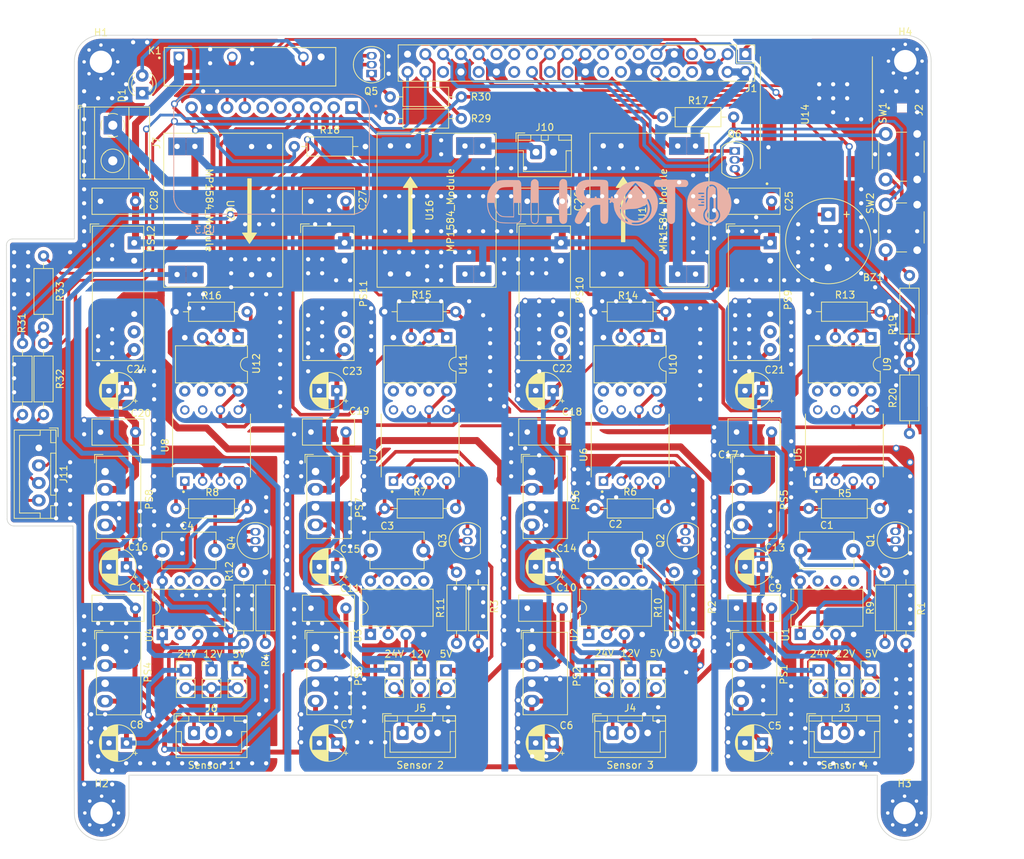
<source format=kicad_pcb>
(kicad_pcb (version 20211014) (generator pcbnew)
  (layers (0 "F.Cu" signal) (31 "B.Cu" signal) (34 "B.Paste" user) (35 "F.Paste" user) (36 "B.SilkS" user "B.Silkscreen") (37 "F.SilkS" user "F.Silkscreen") (38 "B.Mask" user) (39 "F.Mask" user) (44 "Edge.Cuts" user))
  (net 0 "")
  (net 1 "Net-(BZ1-Pad1)")
  (net 2 "Earth")
  (net 3 "Net-(C1-Pad1)")
  (net 4 "Net-(C1-Pad2)")
  (net 5 "Net-(C2-Pad1)")
  (net 6 "Net-(C2-Pad2)")
  (net 7 "Net-(C3-Pad1)")
  (net 8 "Net-(C3-Pad2)")
  (net 9 "Net-(C4-Pad1)")
  (net 10 "Net-(C4-Pad2)")
  (net 11 "5V_CH1")
  (net 12 "GND")
  (net 13 "5V_CH2")
  (net 14 "GND1")
  (net 15 "5V_CH3")
  (net 16 "GND2")
  (net 17 "5V_CH4")
  (net 18 "GND3")
  (net 19 "+5V")
  (net 20 "12V_CH1")
  (net 21 "12V_CH2")
  (net 22 "12V_CH3")
  (net 23 "12V_CH4")
  (net 24 "+12V")
  (net 25 "24V_CH1")
  (net 26 "24V_CH2")
  (net 27 "24V_CH3")
  (net 28 "24V_CH4")
  (net 29 "+24V")
  (net 30 "Net-(D1-Pad1)")
  (net 31 "Net-(D1-Pad2)")
  (net 32 "+3V3")
  (net 33 "+5VP")
  (net 34 "SDA")
  (net 35 "SCL")
  (net 37 "TX")
  (net 38 "RX")
  (net 39 "RESET")
  (net 40 "Auto_cut")
  (net 46 "MOSI")
  (net 47 "MISO")
  (net 48 "NSS")
  (net 49 "SCK")
  (net 55 "Buzz")
  (net 57 "Button_2")
  (net 58 "Button_1")
  (net 60 "DIO0")
  (net 61 "Led_1")
  (net 62 "Led_2")
  (net 63 "Input 1")
  (net 64 "Input 2")
  (net 65 "Net-(JP2-Pad2)")
  (net 66 "Input 3")
  (net 67 "Net-(JP10-Pad2)")
  (net 68 "Input 4")
  (net 69 "Net-(JP11-Pad2)")
  (net 70 "VCC")
  (net 71 "Net-(R33-Pad2)")
  (net 72 "Net-(R32-Pad2)")
  (net 73 "Net-(R31-Pad2)")
  (net 78 "Net-(Q1-Pad2)")
  (net 79 "Net-(Q1-Pad3)")
  (net 80 "Net-(Q2-Pad2)")
  (net 81 "Net-(Q2-Pad3)")
  (net 82 "Net-(Q3-Pad2)")
  (net 83 "Net-(Q3-Pad3)")
  (net 84 "Net-(Q4-Pad2)")
  (net 85 "Net-(Q4-Pad3)")
  (net 86 "Net-(R30-Pad2)")
  (net 87 "Net-(R29-Pad2)")
  (net 88 "Net-(Q6-Pad2)")
  (net 89 "Net-(R5-Pad2)")
  (net 90 "Net-(R6-Pad2)")
  (net 91 "Net-(R7-Pad2)")
  (net 92 "Net-(R8-Pad2)")
  (net 93 "Net-(R13-Pad1)")
  (net 94 "Net-(R14-Pad1)")
  (net 95 "Net-(R15-Pad1)")
  (net 96 "Net-(R16-Pad1)")
  (net 105 "Output 1")
  (net 106 "Output 2")
  (net 107 "Output 3")
  (net 108 "Output 4")
  (net 116 "Net-(J3-Pad2)")
  (net 118 "Net-(J2-Pad1)")
  (footprint "Package_DIP:DIP-8_W7.62mm" (layer "F.Cu") (at 80.165 122.6 90)
    (fp_text reference "U4")
    (fp_text value "LM358")
  )
  (footprint "Resistor_THT:R_Axial_DIN0207_L6.3mm_D2.5mm_P10.16mm_Horizontal" (layer "F.Cu") (at 186.9 71.32 -90)
    (fp_text reference "R19")
    (fp_text value "10K")
  )
  (footprint "Capacitor_THT:C_Rect_L7.2mm_W3.5mm_P5.00mm_FKS2_FKP2_MKS2_MKP2" (layer "F.Cu") (at 106.4 93.680936 180)
    (fp_text reference "C19")
    (fp_text value "100nF")
  )
  (footprint "Resistor_THT:R_Axial_DIN0207_L6.3mm_D2.5mm_P10.16mm_Horizontal" (layer "F.Cu") (at 122.08 76.490184 180)
    (fp_text reference "R15")
    (fp_text value "80K")
  )
  (footprint "Resistor_THT:R_Axial_DIN0207_L6.3mm_D2.5mm_P10.16mm_Horizontal" (layer "F.Cu") (at 172.52 104.6)
    (fp_text reference "R5")
    (fp_text value "150")
  )
  (footprint "Converter_DCDC:Converter_DCDC_Murata_MEE1SxxxxSC_THT" (layer "F.Cu") (at 72 124.5)
    (fp_text reference "PS4")
    (fp_text value "MEE1S0505SC")
  )
  (footprint "Package_TO_SOT_THT:TO-92_Inline" (layer "F.Cu") (at 93.46 110.47 90)
    (fp_text reference "Q4")
    (fp_text value "2N3904")
  )
  (footprint "Resistor_THT:R_Axial_DIN0207_L6.3mm_D2.5mm_P10.16mm_Horizontal" (layer "F.Cu") (at 125.3 123.870184 90)
    (fp_text reference "R3")
    (fp_text value "80K")
  )
  (footprint "TerminalBlock_Phoenix:TerminalBlock_Phoenix_MKDS-1,5-2-5.08_1x02_P5.08mm_Horizontal" (layer "F.Cu") (at 73.095 49.855 -90)
    (fp_text reference "J7")
    (fp_text value "Power In 24v")
  )
  (footprint "Converter_DCDC:Converter_DCDC_XP_POWER-IHxxxxSH_THT" (layer "F.Cu") (at 137.11 66.651312)
    (fp_text reference "PS10")
    (fp_text value "IH2424SH")
  )
  (footprint "MountingHole:MountingHole_3.2mm_M3_Pad_Via" (layer "F.Cu") (at 186.3 40.7)
    (fp_text reference "H4")
    (fp_text value "MountingHole_Pad")
  )
  (footprint "Capacitor_THT:CP_Radial_D5.0mm_P2.50mm" (layer "F.Cu") (at 136.005113 112.93556 180)
    (fp_text reference "C14")
    (fp_text value "2.2uF")
  )
  (footprint "Capacitor_THT:CP_Radial_D5.0mm_P2.50mm" (layer "F.Cu") (at 165.905113 87.771124 180)
    (fp_text reference "C21")
    (fp_text value "2.2uF")
  )
  (footprint "Connector_PinHeader_2.54mm:PinHeader_1x02_P2.54mm_Vertical" (layer "F.Cu") (at 177.6 127.725184)
    (fp_text reference "JP6" hide)
    (fp_text value "12V")
  )
  (footprint "Resistor_THT:R_Axial_DIN0207_L6.3mm_D2.5mm_P10.16mm_Horizontal" (layer "F.Cu") (at 122.88 48.9 180)
    (fp_text reference "R29")
    (fp_text value "1k")
  )
  (footprint "Resistor_THT:R_Axial_DIN0207_L6.3mm_D2.5mm_P10.16mm_Horizontal" (layer "F.Cu") (at 99.02 52.9)
    (fp_text reference "R18")
    (fp_text value "10K")
  )
  (footprint "Connector_PinHeader_2.54mm:PinHeader_1x02_P2.54mm_Vertical" (layer "F.Cu") (at 120.7 127.720184)
    (fp_text reference "JP9" hide)
    (fp_text value "5V")
  )
  (footprint "Capacitor_THT:CP_Radial_D5.0mm_P2.50mm" (layer "F.Cu") (at 105.105113 138.1 180)
    (fp_text reference "C7")
    (fp_text value "2.2uF")
  )
  (footprint "Connector_PinHeader_2.54mm:PinHeader_1x02_P2.54mm_Vertical" (layer "F.Cu") (at 143.3 127.720184)
    (fp_text reference "JP2" hide)
    (fp_text value "24V")
  )
  (footprint "Resistor_THT:R_Axial_DIN0207_L6.3mm_D2.5mm_P10.16mm_Horizontal" (layer "F.Cu") (at 122.2 123.870184 90)
    (fp_text reference "R11")
    (fp_text value "1K")
  )
  (footprint "MP1584_module:mo" (layer "F.Cu") (at 89.37125 62 -90)
    (fp_text reference "U17")
    (fp_text value "MP1584_Module")
  )
  (footprint "Resistor_THT:R_Axial_DIN0207_L6.3mm_D2.5mm_P10.16mm_Horizontal" (layer "F.Cu") (at 92.28 76.5 180)
    (fp_text reference "R16")
    (fp_text value "80K")
  )
  (footprint "Resistor_THT:R_Axial_DIN0207_L6.3mm_D2.5mm_P10.16mm_Horizontal" (layer "F.Cu") (at 63.2 68.52 -90)
    (fp_text reference "R33")
    (fp_text value "10K")
  )
  (footprint "Converter_DCDC:Converter_DCDC_Murata_MEE1SxxxxSC_THT" (layer "F.Cu") (at 162.8575 99.325748)
    (fp_text reference "PS5")
    (fp_text value "MEE1S1212SC")
  )
  (footprint "Capacitor_THT:CP_Radial_D5.0mm_P2.50mm" (layer "F.Cu") (at 75.047613 87.78094 180)
    (fp_text reference "C24")
    (fp_text value "2.2uF")
  )
  (footprint "Connector_PinHeader_2.54mm:PinHeader_1x02_P2.54mm_Vertical" (layer "F.Cu") (at 147 127.720184)
    (fp_text reference "JP8" hide)
    (fp_text value "12V")
  )
  (footprint "Package_TO_SOT_THT:TO-92_Inline" (layer "F.Cu") (at 110.06 42.47 90)
    (fp_text reference "Q5")
    (fp_text value "BC548")
  )
  (footprint "Capacitor_THT:C_Disc_D7.5mm_W5.0mm_P7.50mm" (layer "F.Cu") (at 87.715 110.6 180)
    (fp_text reference "C4")
    (fp_text value "100pF")
  )
  (footprint "Capacitor_THT:C_Rect_L7.2mm_W3.5mm_P5.00mm_FKS2_FKP2_MKS2_MKP2" (layer "F.Cu") (at 167.2 60.711316 180)
    (fp_text reference "C25")
    (fp_text value "100nF")
  )
  (footprint "Capacitor_THT:C_Disc_D7.5mm_W5.0mm_P7.50mm" (layer "F.Cu") (at 141.15 110.590184)
    (fp_text reference "C2")
    (fp_text value "100pF")
  )
  (footprint "Capacitor_THT:C_Rect_L7.2mm_W3.5mm_P5.00mm_FKS2_FKP2_MKS2_MKP2" (layer "F.Cu") (at 137.3 93.680936 180)
    (fp_text reference "C18")
    (fp_text value "100nF")
  )
  (footprint "Capacitor_THT:CP_Radial_D5.0mm_P2.50mm" (layer "F.Cu") (at 105.105113 112.93556 180)
    (fp_text reference "C15")
    (fp_text value "2.2uF")
  )
  (footprint "Resistor_THT:R_Axial_DIN0207_L6.3mm_D2.5mm_P10.16mm_Horizontal" (layer "F.Cu") (at 153.3 123.870184 90)
    (fp_text reference "R10")
    (fp_text value "1K")
  )
  (footprint "Converter_DCDC:Converter_DCDC_Murata_MEE1SxxxxSC_THT" (layer "F.Cu") (at 162.8575 124.490184)
    (fp_text reference "PS1")
    (fp_text value "MEE1S0505SC")
  )
  (footprint "Resistor_THT:R_Axial_DIN0207_L6.3mm_D2.5mm_P10.16mm_Horizontal" (layer "F.Cu") (at 183.4 123.88 90)
    (fp_text reference "R9")
    (fp_text value "1K")
  )
  (footprint "Capacitor_THT:CP_Radial_D5.0mm_P2.50mm" (layer "F.Cu") (at 165.905113 112.93556 180)
    (fp_text reference "C13")
    (fp_text value "2.2uF")
  )
  (footprint "Lib_Kicad:DIP1016W48P254L1130H510Q8" (layer "F.Cu") (at 177.6 95.602684 90)
    (fp_text reference "U5")
    (fp_text value "HCNR200")
  )
  (footprint "Converter_DCDC:Converter_DCDC_XP_POWER-IHxxxxSH_THT" (layer "F.Cu") (at 106.21 66.651312)
    (fp_text reference "PS11")
    (fp_text value "IH2424SH")
  )
  (footprint "Resistor_THT:R_Axial_DIN0207_L6.3mm_D2.5mm_P10.16mm_Horizontal" (layer "F.Cu") (at 122.88 45.8 180)
    (fp_text reference "R30")
    (fp_text value "220")
  )
  (footprint "MP1584_module:mo" (layer "F.Cu") (at 149.25 62 90)
    (fp_text reference "U18")
    (fp_text value "MP1584_Module")
  )
  (footprint "Capacitor_THT:C_Rect_L7.2mm_W3.5mm_P5.00mm_FKS2_FKP2_MKS2_MKP2" (layer "F.Cu") (at 106.4 118.845372 180)
    (fp_text reference "C11")
    (fp_text value "100nF")
  )
  (footprint "Capacitor_THT:C_Rect_L7.2mm_W3.5mm_P5.00mm_FKS2_FKP2_MKS2_MKP2" (layer "F.Cu") (at 76.3425 118.855188 180)
    (fp_text reference "C12")
    (fp_text value "100nF")
  )
  (footprint "MountingHole:MountingHole_3.2mm_M3_Pad_Via" (layer "F.Cu") (at 186.2 148.1)
    (fp_text reference "H3")
    (fp_text value "MountingHole_Pad")
  )
  (footprint "Package_TO_SOT_THT:TO-92_Inline" (layer "F.Cu") (at 161.94 53.53 -90)
    (fp_text reference "Q6")
    (fp_text value "BC548")
  )
  (footprint "Capacitor_THT:CP_Radial_D5.0mm_P2.50mm" (layer "F.Cu") (at 136.005113 138.1 180)
    (fp_text reference "C6")
    (fp_text value "2.2uF")
  )
  (footprint "Lib_Kicad:RELAY_G3MB202PDC12" (layer "F.Cu") (at 92.7 41.5)
    (fp_text reference "K1")
    (fp_text value "G3MB202PDC12")
  )
  (footprint "Capacitor_THT:CP_Radial_D5.0mm_P2.50mm" (layer "F.Cu") (at 105.105113 87.771124 180)
    (fp_text reference "C23")
    (fp_text value "2.2uF")
  )
  (footprint "Resistor_THT:R_Axial_DIN0207_L6.3mm_D2.5mm_P10.16mm_Horizontal" (layer "F.Cu") (at 92.28 104.6 180)
    (fp_text reference "R8")
    (fp_text value "150")
  )
  (footprint "Resistor_THT:R_Axial_DIN0207_L6.3mm_D2.5mm_P10.16mm_Horizontal" (layer "F.Cu") (at 91.8 123.88 90)
    (fp_text reference "R12")
    (fp_text value "1K")
  )
  (footprint "Resistor_THT:R_Axial_DIN0207_L6.3mm_D2.5mm_P10.16mm_Horizontal" (layer "F.Cu") (at 151.62 48.7)
    (fp_text reference "R17")
    (fp_text value "1k")
  )
  (footprint "Buzzer_Beeper:Buzzer_12x9.5RM7.6" (layer "F.Cu") (at 175.3 62.6 -90)
    (fp_text reference "BZ1")
    (fp_text value "Buzzer")
  )
  (footprint "Package_DIP:DIP-8_W7.62mm" (layer "F.Cu") (at 120.8 80.190184 -90)
    (fp_text reference "U11")
    (fp_text value "LM358")
  )
  (footprint "Package_DIP:DIP-8_W7.62mm" (layer "F.Cu") (at 109.9 122.590184 90)
    (fp_text reference "U3")
    (fp_text value "LM358")
  )
  (footprint "MountingHole:MountingHole_3.2mm_M3_Pad_Via" (layer "F.Cu") (at 71.4 40.8)
    (fp_text reference "H1")
    (fp_text value "MountingHole_Pad")
  )
  (footprint "Package_DIP:DIP-8_W7.62mm" (layer "F.Cu") (at 181.4 80.190184 -90)
    (fp_text reference "U9")
    (fp_text value "LM358")
  )
  (footprint "Capacitor_THT:C_Rect_L7.2mm_W3.5mm_P5.00mm_FKS2_FKP2_MKS2_MKP2" (layer "F.Cu") (at 137.3 118.845372 180)
    (fp_text reference "C10")
    (fp_text value "100nF")
  )
  (footprint "Package_TO_SOT_THT:TO-92_Inline" (layer "F.Cu") (at 123.76 110.460184 90)
    (fp_text reference "Q3")
    (fp_text value "2N3904")
  )
  (footprint "Converter_DCDC:Converter_DCDC_XP_POWER-IHxxxxSH_THT" (layer "F.Cu") (at 76.1525 66.661128)
    (fp_text reference "PS12")
    (fp_text value "IH2424SH")
  )
  (footprint "Lib_Kicad:XCVR_RFM95W-915S2" (layer "F.Cu") (at 173.6 48.0625 90)
    (fp_text reference "U14")
    (fp_text value "RFM95W-915S2")
  )
  (footprint "Capacitor_THT:C_Rect_L7.2mm_W3.5mm_P5.00mm_FKS2_FKP2_MKS2_MKP2" (layer "F.Cu") (at 137.3 60.711316 180)
    (fp_text reference "C26")
    (fp_text value "100nF")
  )
  (footprint "Button_Switch_THT:SW_PUSH_6mm_H5mm" (layer "F.Cu") (at 183.5 67.7 90)
    (fp_text reference "SW2")
    (fp_text value "Button 2")
  )
  (footprint "Package_TO_SOT_THT:TO-92_Inline" (layer "F.Cu") (at 184.9 110.4 90)
    (fp_text reference "Q1")
    (fp_text value "2N3904")
  )
  (footprint "Converter_DCDC:Converter_DCDC_Murata_MEE1SxxxxSC_THT" (layer "F.Cu") (at 132.9575 99.325748)
    (fp_text reference "PS6")
    (fp_text value "MEE1S1212SC")
  )
  (footprint "Resistor_THT:R_Axial_DIN0207_L6.3mm_D2.5mm_P10.16mm_Horizontal" (layer "F.Cu") (at 60.2 81.02 -90)
    (fp_text reference "R31")
    (fp_text value "220")
  )
  (footprint "Capacitor_THT:C_Disc_D7.5mm_W5.0mm_P7.50mm" (layer "F.Cu") (at 171.35 110.590184)
    (fp_text reference "C1")
    (fp_text value "100pF")
  )
  (footprint "Resistor_THT:R_Axial_DIN0207_L6.3mm_D2.5mm_P10.16mm_Horizontal" (layer "F.Cu") (at 111.92 104.6)
    (fp_text reference "R7")
    (fp_text value "150")
  )
  (footprint "Connector_PinHeader_2.54mm:PinHeader_1x02_P2.54mm_Vertical" (layer "F.Cu") (at 117 127.720184)
    (fp_text reference "JP10" hide)
    (fp_text value "12V")
  )
  (footprint "Capacitor_THT:CP_Radial_D5.0mm_P2.50mm" (layer "F.Cu") (at 165.905113 138.1 180)
    (fp_text reference "C5")
    (fp_text value "2.2uF")
  )
  (footprint "Resistor_THT:R_Axial_DIN0207_L6.3mm_D2.5mm_P10.16mm_Horizontal" (layer "F.Cu") (at 141.92 104.6)
    (fp_text reference "R6")
    (fp_text value "150")
  )
  (footprint "Capacitor_THT:C_Rect_L7.2mm_W3.5mm_P5.00mm_FKS2_FKP2_MKS2_MKP2" (layer "F.Cu") (at 76.3425 93.690752 180)
    (fp_text reference "C20")
    (fp_text value "100nF")
  )
  (footprint "Lib_Kicad:DIP1016W48P254L1130H510Q8" (layer "F.Cu") (at 147 95.602684 90)
    (fp_text reference "U6")
    (fp_text value "HCNR200")
  )
  (footprint "Resistor_THT:R_Axial_DIN0207_L6.3mm_D2.5mm_P10.16mm_Horizontal" (layer "F.Cu") (at 186.4 123.88 90)
    (fp_text reference "R1")
    (fp_text value "80K")
  )
  (footprint "Resistor_THT:R_Axial_DIN0207_L6.3mm_D2.5mm_P10.16mm_Horizontal" (layer "F.Cu") (at 156.3 123.88 90)
    (fp_text reference "R2")
    (fp_text value "80K")
  )
  (footprint "Capacitor_THT:C_Rect_L7.2mm_W3.5mm_P5.00mm_FKS2_FKP2_MKS2_MKP2" (layer "F.Cu") (at 167.2 93.680936 180)
    (fp_text reference "C17")
    (fp_text value "100nF")
  )
  (footprint "Connector_PinHeader_2.54mm:PinHeader_1x02_P2.54mm_Vertical" (layer "F.Cu") (at 90.9 127.725)
    (fp_text reference "JP11" hide)
    (fp_text value "5V")
  )
  (footprint "MountingHole:MountingHole_3.2mm_M3_Pad_Via" (layer "F.Cu") (at 71.5 148.1)
    (fp_text reference "H2")
    (fp_text value "MountingHole_Pad")
  )
  (footprint "Capacitor_THT:C_Rect_L7.2mm_W3.5mm_P5.00mm_FKS2_FKP2_MKS2_MKP2" (layer "F.Cu") (at 106.4 60.711316 180)
    (fp_text reference "C27")
    (fp_text value "100nF")
  )
  (footprint "Lib_Kicad:LINX_CONMHF4-SMD-G-T" (layer "F.Cu") (at 185.8 47.4 -90)
    (fp_text reference "J2")
    (fp_text value "CONMHF4-SMD-G-T")
  )
  (footprint "Resistor_THT:R_Axial_DIN0207_L6.3mm_D2.5mm_P10.16mm_Horizontal" (layer "F.Cu") (at 186.9 93.88 90)
    (fp_text reference "R20")
    (fp_text value "10K")
  )
  (footprint "Resistor_THT:R_Axial_DIN0207_L6.3mm_D2.5mm_P10.16mm_Horizontal" (layer "F.Cu") (at 94.9 123.88 90)
    (fp_text reference "R4")
    (fp_text value "80K")
  )
  (footprint "Connector_PinHeader_2.54mm:PinHeader_1x02_P2.54mm_Vertical" (layer "F.Cu") (at 173.9 127.725184)
    (fp_text reference "JP1" hide)
    (fp_text value "24V")
  )
  (footprint "Connector_PinHeader_2.54mm:PinHeader_1x02_P2.54mm_Vertical" (layer "F.Cu") (at 150.7 127.720184)
    (fp_text reference "JP7" hide)
    (fp_text value "5V")
  )
  (footprint "Converter_DCDC:Converter_DCDC_Murata_MEE1SxxxxSC_THT" (layer "F.Cu") (at 72 99.335564)
    (fp_text reference "PS8")
    (fp_text value "MEE1S1212SC")
  )
  (footprint "Package_DIP:DIP-8_W7.62mm" (layer "F.Cu") (at 91 80.2 -90)
    (fp_text reference "U12")
    (fp_text value "LM358")
  )
  (footprint "Resistor_THT:R_Axial_DIN0207_L6.3mm_D2.5mm_P10.16mm_Horizontal" (layer "F.Cu") (at 152.08 76.490184 180)
    (fp_text reference "R14")
    (fp_text value "80K")
  )
  (footprint "Capacitor_THT:CP_Radial_D5.0mm_P2.50mm" (layer "F.Cu") (at 75.047613 138.109816 180)
    (fp_text reference "C8")
    (fp_text value "2.2uF")
  )
  (footprint "Converter_DCDC:Converter_DCDC_Murata_MEE1SxxxxSC_THT" (layer "F.Cu") (at 102.0575 124.490184)
    (fp_text reference "PS3")
    (fp_text value "MEE1S0505SC")
  )
  (footprint "Connector_PinHeader_2.54mm:PinHeader_1x02_P2.54mm_Vertical" (layer "F.Cu") (at 113.3 127.720184)
    (fp_text reference "JP3" hide)
    (fp_text value "24V")
  )
  (footprint "Connector_PinHeader_2.54mm:PinHeader_1x02_P2.54mm_Vertical" (layer "F.Cu") (at 181.3 127.725184)
    (fp_text reference "JP5" hide)
    (fp_text value "5V")
  )
  (footprint "Converter_DCDC:Converter_DCDC_Murata_MEE1SxxxxSC_THT" (layer "F.Cu") (at 132.9575 124.490184)
    (fp_text reference "PS2")
    (fp_text value "MEE1S0505SC")
  )
  (footprint "Connector_JST:JST_XH_B2B-XH-A_1x02_P2.50mm_Vertical" (layer "F.Cu") (at 133.55 53.7)
    (fp_text reference "J10")
    (fp_text value "Fan 12V")
  )
  (footprint "Connector_JST:JST_XH_B4B-XH-A_1x04_P2.50mm_Vertical" (layer "F.Cu") (at 62.525 95.95 -90)
    (fp_text reference "J11")
    (fp_text value "indicator")
  )
  (footprint "Connector_JST:JST_XH_B3B-XH-A_1x03_P2.50mm_Vertical" (layer "F.Cu") (at 114.5 136.665184)
    (fp_text reference "J5")
    (fp_text value "Sensor 2")
  )
  (footprint "Package_DIP:DIP-8_W7.62mm" (layer "F.Cu") (at 171.3 122.590184 90)
    (fp_text reference "U1")
    (fp_text value "LM358")
  )
  (footprint "Connector_JST:JST_XH_B3B-XH-A_1x03_P2.50mm_Vertical" (layer "F.Cu") (at 84.7 136.675)
    (fp_text reference "J6")
    (fp_text value "Sensor 1")
  )
  (footprint "Resistor_THT:R_Axial_DIN0207_L6.3mm_D2.5mm_P10.16mm_Horizontal" (layer "F.Cu") (at 63.2 81.02 -90)
    (fp_text reference "R32")
    (fp_text value "10K")
  )
  (footprint "Connector_JST:JST_XH_B3B-XH-A_1x03_P2.50mm_Vertical" (layer "F.Cu") (at 175.1 136.665184)
    (fp_text reference "J3")
    (fp_text value "Sensor 4")
  )
  (footprint "Package_DIP:DIP-8_W7.62mm" (layer "F.Cu") (at 141.1 122.590184 90)
    (fp_text reference "U2")
    (fp_text value "LM358")
  )
  (footprint "Package_TO_SOT_THT:TO-92_Inline" (layer "F.Cu") (at 154.9 110.460184 90)
    (fp_text reference "Q2")
    (fp_text value "2N3904")
  )
  (footprint "Capacitor_THT:CP_Radial_D5.0mm_P2.50mm" (layer "F.Cu") (at 136.005113 87.771124 180)
    (fp_text reference "C22")
    (fp_text value "2.2uF")
  )
  (footprint "Capacitor_THT:C_Rect_L7.2mm_W3.5mm_P5.00mm_FKS2_FKP2_MKS2_MKP2" (layer "F.Cu") (at 167.2 118.845372 180)
    (fp_text reference "C9")
    (fp_text value "100nF")
  )
  (footprint "Resistor_THT:R_Axial_DIN0207_L6.3mm_D2.5mm_P10.16mm_Horizontal" (layer "F.Cu") (at 182.68 76.490184 180)
    (fp_text reference "R13")
    (fp_text value "80K")
  )
  (footprint "MP1584_module:mo" (layer "F.Cu") (at 118.85 62 90)
    (fp_text reference "U16")
    (fp_text value "MP1584_Module")
  )
  (footprint "Connector_JST:JST_XH_B3B-XH-A_1x03_P2.50mm_Vertical" (layer "F.Cu") (at 144.5 136.665184)
    (fp_text reference "J4")
    (fp_text value "Sensor 3")
  )
  (footprint "Converter_DCDC:Converter_DCDC_XP_POWER-IHxxxxSH_THT" (layer "F.Cu") (at 167.01 66.651312)
    (fp_text reference "PS9")
    (fp_text value "IH2424SH")
  )
  (footprint "Converter_DCDC:Converter_DCDC_Murata_MEE1SxxxxSC_THT" (layer "F.Cu") (at 102.0575 99.325748)
    (fp_text reference "PS7")
    (fp_text value "MEE1S1212SC")
  )
  (footprint "Capacitor_THT:CP_Radial_D5.0mm_P2.50mm" (layer "F.Cu") (at 75.047613 112.945376 180)
    (fp_text reference "C16")
    (fp_text value "2.2uF")
  )
  (footprint "Connector_PinHeader_2.54mm:PinHeader_1x02_P2.54mm_Vertical" (layer "F.Cu") (at 87.2 127.725)
    (fp_text reference "JP12" hide)
    (fp_text value "12V")
  )
  (footprint "LED_THT:LED_D3.0mm" (layer "F.Cu") (at 77.3 45.275 90)
    (fp_text reference "D1")
    (fp_text value "LED")
  )
  (footprint "Connector_PinHeader_2.54mm:PinHeader_2x20_P2.54mm_Vertical" (layer "F.Cu") (at 163.46 39.7 -90)
    (fp_text reference "J1")
    (fp_text value "Asus_Tinkerboard_sR2.0")
  )
  (footprint "Package_DIP:DIP-8_W7.62mm" (layer "F.Cu") (at 150.8 80.190184 -90)
    (fp_text reference "U10")
    (fp_text value "LM358")
  )
  (footprint "Capacitor_THT:C_Disc_D7.5mm_W5.0mm_P7.50mm" (layer "F.Cu") (at 117.45 110.590184 180)
    (fp_text reference "C3")
    (fp_text value "100pF")
  )
  (footprint "Lib_Kicad:DIP1016W48P254L1130H510Q8" (layer "F.Cu") (at 87.2 95.6125 90)
    (fp_text reference "U8")
    (fp_text value "HCNR200")
  )
  (footprint "Button_Switch_THT:SW_PUSH_6mm_H5mm" (layer "F.Cu") (at 183.5 57.6 90)
    (fp_text reference "SW1")
    (fp_text value "Button 1")
  )
  (footprint "Capacitor_THT:C_Rect_L7.2mm_W3.5mm_P5.00mm_FKS2_FKP2_MKS2_MKP2" (layer "F.Cu") (at 76.3425 60.711316 180)
    (fp_text reference "C28")
    (fp_text value "100nF")
  )
  (footprint "Connector_PinHeader_2.54mm:PinHeader_1x02_P2.54mm_Vertical" (layer "F.Cu") (at 83.5 127.725)
    (fp_text reference "JP4" hide)
    (fp_text value "24V")
  )
  (footprint "Lib_Kicad:DIP1016W48P254L1130H510Q8" (layer "F.Cu") (at 117 95.602684 90)
    (fp_text reference "U7")
    (fp_text value "HCNR200")
  )
  (footprint "Lib_Kicad:MODULE_ZC261500" (layer "B.Cu") (at 95.7715 54)
    (fp_text reference "U13")
    (fp_text value "ADS1115")
  )
  (footprint "Lib_Kicad:otori_logo" (layer "B.Cu") (at 144 61 180)
    (fp_text reference "G***")
    (fp_text value "LOGO" hide)
  )
  (gr_arc (start 71.6 151.999999) (mid 68.776963 150.893754) (end 67.598719 148.1) (layer "Edge.Cuts") (width 0.1))
  (gr_line (start 67.6 66.1) (end 67.6 40.75) (layer "Edge.Cuts") (width 0.1))
  (gr_line (start 58 106.1) (end 57.9 67) (layer "Edge.Cuts") (width 0.1))
  (gr_line (start 75.4 148.1) (end 75.4 142.7) (layer "Edge.Cuts") (width 0.1))
  (gr_line (start 67.4 107.1) (end 67.598719 148.1) (layer "Edge.Cuts") (width 0.1))
  (gr_arc (start 190 148.2) (mid 188.887006 150.887006) (end 186.2 152) (layer "Edge.Cuts") (width 0.1))
  (gr_arc (start 186.2 152) (mid 183.442284 150.857716) (end 182.3 148.1) (layer "Edge.Cuts") (width 0.1))
  (gr_line (start 58.8 66.1) (end 67.6 66.1) (layer "Edge.Cuts") (width 0.1))
  (gr_arc (start 57.9 67) (mid 58.163604 66.363604) (end 58.8 66.1) (layer "Edge.Cuts") (width 0.1))
  (gr_arc (start 59 107.1) (mid 58.292893 106.807107) (end 58 106.1) (layer "Edge.Cuts") (width 0.1))
  (gr_arc (start 67.6 40.75) (mid 68.69835 38.09835) (end 71.35 37) (layer "Edge.Cuts") (width 0.1))
  (gr_line (start 190 40.7) (end 190 148.2) (layer "Edge.Cuts") (width 0.1))
  (gr_line (start 182.3 148.1) (end 182.3 142.7) (layer "Edge.Cuts") (width 0.1))
  (gr_line (start 71.35 37) (end 186.3 37) (layer "Edge.Cuts") (width 0.1))
  (gr_line (start 182.3 142.7) (end 75.4 142.7) (layer "Edge.Cuts") (width 0.1))
  (gr_line (start 67.4 107.1) (end 59 107.1) (layer "Edge.Cuts") (width 0.1))
  (gr_arc (start 186.3 37) (mid 188.916295 38.083705) (end 190 40.7) (layer "Edge.Cuts") (width 0.1))
  (gr_arc (start 75.400033 148.10128) (mid 74.292869 150.823423) (end 71.6 151.999999) (layer "Edge.Cuts") (width 0.1))
  (segment (start 169.4 59.3) (end 172.7 62.6) (width 0.512) (layer "F.Cu") (net 1))
  (segment (start 164.8 59.3) (end 169.4 59.3) (width 0.512) (layer "F.Cu") (net 1))
  (segment (start 161.94 56.07) (end 161.94 56.44) (width 0.512) (layer "F.Cu") (net 1))
  (segment (start 172.7 62.6) (end 175.3 62.6) (width 0.512) (layer "F.Cu") (net 1))
  (segment (start 161.94 56.44) (end 164.8 59.3) (width 0.512) (layer "F.Cu") (net 1))
  (via (at 180 71) (size 1) (drill 0.6) (layers "F.Cu" "B.Cu") (net 2))
  (via (at 99 125) (size 1) (drill 0.6) (layers "F.Cu" "B.Cu") (net 2))
  (via (at 127 79) (size 1) (drill 0.6) (layers "F.Cu" "B.Cu") (net 2))
  (via (at 176 48) (size 1) (drill 0.6) (layers "F.Cu" "B.Cu") (net 2))
  (via (at 129 114) (size 1) (drill 0.6) (layers "F.Cu" "B.Cu") (net 2))
  (via (at 167 72) (size 1) (drill 0.6) (layers "F.Cu" "B.Cu") (net 2))
  (via (at 101 121) (size 1) (drill 0.6) (layers "F.Cu" "B.Cu") (net 2))
  (via (at 69 55) (size 1) (drill 0.6) (layers "F.Cu" "B.Cu") (net 2))
  (via (at 173 72) (size 1) (drill 0.6) (layers "F.Cu" "B.Cu") (net 2))
  (via (at 73 69) (size 1) (drill 0.6) (layers "F.Cu" "B.Cu") (net 2))
  (via (at 127 85) (size 1) (drill 0.6) (layers "F.Cu" "B.Cu") (net 2))
  (via (at 144 56) (size 1) (drill 0.6) (layers "F.Cu" "B.Cu") (net 2))
  (via (at 129 110) (size 1) (drill 0.6) (layers "F.Cu" "B.Cu") (net 2))
  (via (at 174 46) (size 1) (drill 0.6) (layers "F.Cu" "B.Cu") (net 2))
  (via (at 67 68) (size 1) (drill 0.6) (layers "F.Cu" "B.Cu") (net 2))
  (via (at 174 44) (size 1) (drill 0.6) (layers "F.Cu" "B.Cu") (net 2))
  (via (at 159 64) (size 1) (drill 0.6) (layers "F.Cu" "B.Cu") (net 2))
  (via (at 149 60) (size 1) (drill 0.6) (layers "F.Cu" "B.Cu") (net 2))
  (via (at 98 114) (size 1) (drill 0.6) (layers "F.Cu" "B.Cu") (net 2))
  (via (at 90 69) (size 1) (drill 0.6) (layers "F.Cu" "B.Cu") (net 2))
  (via (at 97 90) (size 1) (drill 0.6) (layers "F.Cu" "B.Cu") (net 2))
  (via (at 112 68) (size 1) (drill 0.6) (layers "F.Cu" "B.Cu") (net 2))
  (via (at 155 76) (size 1) (drill 0.6) (layers "F.Cu" "B.Cu") (net 2))
  (via (at 130 98) (size 1) (drill 0.6) (layers "F.Cu" "B.Cu") (net 2))
  (via (at 188 48) (size 1) (drill 0.6) (layers "F.Cu" "B.Cu") (net 2))
  (via (at 132 56) (size 1) (drill 0.6) (layers "F.Cu" "B.Cu") (net 2))
  (via (at 69 45) (size 1) (drill 0.6) (layers "F.Cu" "B.Cu") (net 2))
  (via (at 95 74) (size 1) (drill 0.6) (layers "F.Cu" "B.Cu") (net 2))
  (via (at 112.5 42.5) (size 1) (drill 0.6) (layers "F.Cu" "B.Cu") (net 2))
  (via (at 69 63) (size 1) (drill 0.6) (layers "F.Cu" "B.Cu") (net 2))
  (via (at 107 72) (size 1) (drill 0.6) (layers "F.Cu" "B.Cu") (net 2))
  (via (at 120 70) (size 1) (drill 0.6) (layers "F.Cu" "B.Cu") (net 2))
  (via (at 75 121) (size 1) (drill 0.6) (layers "F.Cu" "B.Cu") (net 2))
  (via (at 165 65) (size 1) (drill 0.6) (layers "F.Cu" "B.Cu") (net 2))
  (via (at 90 73) (size 1) (drill 0.6) (layers "F.Cu" "B.Cu") (net 2))
  (via (at 69 61) (size 1) (drill 0.6) (layers "F.Cu" "B.Cu") (net 2))
  (via (at 69 53) (size 1) (drill 0.6) (layers "F.Cu" "B.Cu") (net 2))
  (via (at 61 72) (size 1) (drill 0.6) (layers "F.Cu" "B.Cu") (net 2))
  (via (at 118 60) (size 1) (drill 0.6) (layers "F.Cu" "B.Cu") (net 2))
  (via (at 176 46) (size 1) (drill 0.6) (layers "F.Cu" "B.Cu") (net 2))
  (via (at 65 106) (size 1) (drill 0.6) (layers "F.Cu" "B.Cu") (net 2))
  (via (at 180 67) (size 1) (drill 0.6) (layers "F.Cu" "B.Cu") (net 2))
  (via (at 157 87) (size 1) (drill 0.6) (layers "F.Cu" "B.Cu") (net 2))
  (via (at 120 72) (size 1) (drill 0.6) (layers "F.Cu" "B.Cu") (net 2))
  (via (at 59 74) (size 1) (drill 0.6) (layers "F.Cu" "B.Cu") (net 2))
  (via (at 161 122) (size 1) (drill 0.6) (layers "F.Cu" "B.Cu") (net 2))
  (via (at 75 125) (size 1) (drill 0.6) (layers "F.Cu" "B.Cu") (net 2))
  (via (at 71 46) (size 1) (drill 0.6) (layers "F.Cu" "B.Cu") (net 2))
  (via (at 152 66) (size 1) (drill 0.6) (layers "F.Cu" "B.Cu") (net 2))
  (via (at 130 100) (size 1) (drill 0.6) (layers "F.Cu" "B.Cu") (net 2))
  (via (at 159 60) (size 1) (drill 0.6) (layers "F.Cu" "B.Cu") (net 2))
  (via (at 120 60) (size 1) (drill 0.6) (layers "F.Cu" "B.Cu") (net 2))
  (via (at 69 126) (size 1) (drill 0.6) (layers "F.Cu" "B.Cu") (net 2))
  (via (at 71 69) (size 1) (drill 0.6) (layers "F.Cu" "B.Cu") (net 2))
  (via (at 84 74) (size 1) (drill 0.6) (layers "F.Cu" "B.Cu") (net 2))
  (via (at 93 74) (size 1) (drill 0.6) (layers "F.Cu" "B.Cu") (net 2))
  (via (at 105 125) (size 1) (drill 0.6) (layers "F.Cu" "B.Cu") (net 2))
  (via (at 158 68) (size 1) (drill 0.6) (layers "F.Cu" "B.Cu") (net 2))
  (via (at 149 75) (size 1) (drill 0.6) (layers "F.Cu" "B.Cu") (net 2))
  (via (at 129 112) (size 1) (drill 0.6) (layers "F.Cu" "B.Cu") (net 2))
  (via (at 148 56) (size 1) (drill 0.6) (layers "F.Cu" "B.Cu") (net 2))
  (via (at 97 86) (size 1) (drill 0.6) (layers "F.Cu" "B.Cu") (net 2))
  (via (at 184 65) (size 1) (drill 0.6) (layers "F.Cu" "B.Cu") (net 2))
  (via (at 129 116) (size 1) (drill 0.6) (layers "F.Cu" "B.Cu") (net 2))
  (via (at 84 76) (size 1) (drill 0.6) (layers "F.Cu" "B.Cu") (net 2))
  (via (at 141 60) (size 1) (drill 0.6) (layers "F.Cu" "B.Cu") (net 2))
  (via (at 97 76) (size 1) (drill 0.6) (layers "F.Cu" "B.Cu") (net 2))
  (via (at 157 89) (size 1) (drill 0.6) (layers "F.Cu" "B.Cu") (net 2))
  (via (at 131 69) (size 1) (drill 0.6) (layers "F.Cu" "B.Cu") (net 2))
  (via (at 185 45) (size 1) (drill 0.6) (layers "F.Cu" "B.Cu") (net 2))
  (via (at 185 87) (size 1) (drill 0.6) (layers "F.Cu" "B.Cu") (net 2))
  (via (at 175 67) (size 1) (drill 0.6) (layers "F.Cu" "B.Cu") (net 2))
  (via (at 65 100) (size 1) (drill 0.6) (layers "F.Cu" "B.Cu") (net 2))
  (via (at 184 54) (size 1) (drill 0.6) (layers "F.Cu" "B.Cu") (net 2))
  (via (at 112 65) (size 1) (drill 0.6) (layers "F.Cu" "B.Cu") (net 2))
  (via (at 69 47) (size 1) (drill 0.6) (layers "F.Cu" "B.Cu") (net 2))
  (via (at 59 72) (size 1) (drill 0.6) (layers "F.Cu" "B.Cu") (net 2))
  (via (at 129 118) (size 1) (drill 0.6) (layers "F.Cu" "B.Cu") (net 2))
  (via (at 65 104) (size 1) (drill 0.6) (layers "F.Cu" "B.Cu") (net 2))
  (via (at 159 95) (size 1) (drill 0.6) (layers "F.Cu" "B.Cu") (net 2))
  (via (at 159 62) (size 1) (drill 0.6) (layers "F.Cu" "B.Cu") (net 2))
  (via (at 178 49) (size 1) (drill 0.6) (layers "F.Cu" "B.Cu") (net 2))
  (via (at 93 39) (size 1) (drill 0.6) (layers "F.Cu" "B.Cu") (net 2))
  (via (at 177 65) (size 1) (drill 0.6) (layers "F.Cu" "B.Cu") (net 2))
  (via (at 118 68) (size 1) (drill 0.6) (layers "F.Cu" "B.Cu") (net 2))
  (via (at 94 69) (size 1) (drill 0.6) (layers "F.Cu" "B.Cu") (net 2))
  (via (at 161 65) (size 1) (drill 0.6) (layers "F.Cu" "B.Cu") (net 2))
  (via (at 133 122) (size 1) (drill 0.6) (layers "F.Cu" "B.Cu") (net 2))
  (via (at 122 60) (size 1) (drill 0.6) (layers "F.Cu" "B.Cu") (net 2))
  (via (at 143 60) (size 1) (drill 0.6) (layers "F.Cu" "B.Cu") (net 2))
  (via (at 159 119) (size 1) (drill 0.6) (layers "F.Cu" "B.Cu") (net 2))
  (via (at 130 96) (size 1) (drill 0.6) (layers "F.Cu" "B.Cu") (net 2))
  (via (at 71 144) (size 1) (drill 0.6) (layers "F.Cu" "B.Cu") (net 2))
  (via (at 122 65) (size 1) (drill 0.6) (layers "F.Cu" "B.Cu") (net 2))
  (via (at 171 68) (size 1) (drill 0.6) (layers "F.Cu" "B.Cu") (net 2))
  (via (at 102 64) (size 1) (drill 0.6) (layers "F.Cu" "B.Cu") (net 2))
  (via (at 159 109) (size 1) (drill 0.6) (layers "F.Cu" "B.Cu") (net 2))
  (via (at 171 66) (size 1) (drill 0.6) (layers "F.Cu" "B.Cu") (net 2))
  (via (at 97 74) (size 1) (drill 0.6) (layers "F.Cu" "B.Cu") (net 2))
  (via (at 185 77) (size 1) (drill 0.6) (layers "F.Cu" "B.Cu") (net 2))
  (via (at 173 74) (size 1) (drill 0.6) (layers "F.Cu" "B.Cu") (net 2))
  (via (at 157 76) (size 1) (drill 0.6) (layers "F.Cu" "B.Cu") (net 2))
  (via (at 141 62) (size 1) (drill 0.6) (layers "F.Cu" "B.Cu") (net 2))
  (via (at 129 71) (size 1) (drill 0.6) (layers "F.Cu" "B.Cu") (net 2))
  (via (at 86 76) (size 1) (drill 0.6) (layers "F.Cu" "B.Cu") (net 2))
  (via (at 124 65) (size 1) (drill 0.6) (layers "F.Cu" "B.Cu") (net 2))
  (via (at 69 51) (size 1) (drill 0.6) (layers "F.Cu" "B.Cu") (net 2))
  (via (at 130 60) (size 1) (drill 0.6) (layers "F.Cu" "B.Cu") (net 2))
  (via (at 178 44) (size 1) (drill 0.6) (layers "F.Cu" "B.Cu") (net 2))
  (via (at 129 69) (size 1) (drill 0.6) (layers "F.Cu" "B.Cu") (net 2))
  (via (at 185 79) (size 1) (drill 0.6) (layers "F.Cu" "B.Cu") (net 2))
  (via (at 159 97) (size 1) (drill 0.6) (layers "F.Cu" "B.Cu") (net 2))
  (via (at 171 70) (size 1) (drill 0.6) (layers "F.Cu" "B.Cu") (net 2))
  (via (at 185 81) (size 1) (drill 0.6) (layers "F.Cu" "B.Cu") (net 2))
  (via (at 163 65) (size 1) (drill 0.6) (layers "F.Cu" "B.Cu") (net 2))
  (via (at 159 115) (size 1) (drill 0.6) (layers "F.Cu" "B.Cu") (net 2))
  (via (at 135 71) (size 1) (drill 0.6) (layers "F.Cu" "B.Cu") (net 2))
  (via (at 73 121) (size 1) (drill 0.6) (layers "F.Cu" "B.Cu") (net 2))
  (via (at 156 66) (size 1) (drill 0.6) (layers "F.Cu" "B.Cu") (net 2))
  (via (at 120 52) (size 1) (drill 0.6) (layers "F.Cu" "B.Cu") (net 2))
  (via (at 163 97) (size 1) (drill 0.6) (layers "F.Cu" "B.Cu") (net 2))
  (via (at 69 59) (size 1) (drill 0.6) (layers "F.Cu" "B.Cu") (net 2))
  (via (at 118 72) (size 1) (drill 0.6) (layers "F.Cu" "B.Cu") (net 2))
  (via (at 69 92) (size 1) (drill 0.6) (layers "F.Cu" "B.Cu") (net 2))
  (via (at 180 61) (size 1) (drill 0.6) (layers "F.Cu" "B.Cu") (net 2))
  (via (at 88 45) (size 1) (drill 0.6) (layers "F.Cu" "B.Cu") (net 2))
  (via (at 104 60) (size 1) (drill 0.6) (layers "F.Cu" "B.Cu") (net 2))
  (via (at 97 80) (size 1) (drill 0.6) (layers "F.Cu" "B.Cu") (net 2))
  (via (at 132 96) (size 1) (drill 0.6) (layers "F.Cu" "B.Cu") (net 2))
  (via (at 112 60) (size 1) (drill 0.6) (layers "F.Cu" "B.Cu") (net 2))
  (via (at 98 104) (size 1) (drill 0.6) (layers "F.Cu" "B.Cu") (net 2))
  (via (at 134 97) (size 1) (drill 0.6) (layers "F.Cu" "B.Cu") (net 2))
  (via (at 90 71) (size 1) (drill 0.6) (layers "F.Cu" "B.Cu") (net 2))
  (via (at 98 100) (size 1) (drill 0.6) (layers "F.Cu" "B.Cu") (net 2))
  (via (at 69 144) (size 1) (drill 0.6) (layers "F.Cu" "B.Cu") (net 2))
  (via (at 120 65) (size 1) (drill 0.6) (layers "F.Cu" "B.Cu") (net 2))
  (via (at 97 88) (size 1) (drill 0.6) (layers "F.Cu" "B.Cu") (net 2))
  (via (at 105 123) (size 1) (drill 0.6) (layers "F.Cu" "B.Cu") (net 2))
  (via (at 145 60) (size 1) (drill 0.6) (layers "F.Cu" "B.Cu") (net 2))
  (via (at 59 70) (size 1) (drill 0.6) (layers "F.Cu" "B.Cu") (net 2))
  (via (at 159 111) (size 1) (drill 0.6) (layers "F.Cu" "B.Cu") (net 2))
  (via (at 114 68) (size 1) (drill 0.6) (layers "F.Cu" "B.Cu") (net 2))
  (via (at 171 72) (size 1) (drill 0.6) (layers "F.Cu" "B.Cu") (net 2))
  (via (at 92 64) (size 1) (drill 0.6) (layers "F.Cu" "B.Cu") (net 2))
  (via (at 185 83) (size 1) (drill 0.6) (layers "F.Cu" "B.Cu") (net 2))
  (via (at 98 108) (size 1) (drill 0.6) (layers "F.Cu" "B.Cu") (net 2))
  (via (at 129 106) (size 1) (drill 0.6) (layers "F.Cu" "B.Cu") (net 2))
  (via (at 118 75) (size 1) (drill 0.6) (layers "F.Cu" "B.Cu") (net 2))
  (via (at 126 56) (size 1) (drill 0.6) (layers "F.Cu" "B.Cu") (net 2))
  (via (at 120 75) (size 1) (drill 0.6) (layers "F.Cu" "B.Cu") (net 2))
  (via (at 126 77) (size 1) (drill 0.6) (layers "F.Cu" "B.Cu") (net 2))
  (via (at 86 45) (size 1) (drill 0.6) (layers "F.Cu" "B.Cu") (net 2))
  (via (at 120 68) (size 1) (drill 0.6) (layers "F.Cu" "B.Cu") (net 2))
  (via (at 128 60) (size 1) (drill 0.6) (layers "F.Cu" "B.Cu") (net 2))
  (via (at 177 67) (size 1) (drill 0.6) (layers "F.Cu" "B.Cu") (net 2))
  (via (at 69 67) (size 1) (drill 0.6) (layers "F.Cu" "B.Cu") (net 2))
  (via (at 98 106) (size 1) (drill 0.6) (layers "F.Cu" "B.Cu") (net 2))
  (via (at 59 76) (size 1) (drill 0.6) (layers "F.Cu" "B.Cu") (net 2))
  (via (at 103 71) (size 1) (drill 0.6) (layers "F.Cu" "B.Cu") (net 2))
  (via (at 161 124) (size 1) (drill 0.6) (layers "F.Cu" "B.Cu") (net 2))
  (via (at 99 121) (size 1) (drill 0.6) (layers "F.Cu" "B.Cu") (net 2))
  (via (at 159 103) (size 1) (drill 0.6) (layers "F.Cu" "B.Cu") (net 2))
  (via (at 182 54) (size 1) (drill 0.6) (layers "F.Cu" "B.Cu") (net 2))
  (via (at 124 60) (size 1) (drill 0.6) (layers "F.Cu" "B.Cu") (net 2))
  (via (at 122 68) (size 1) (drill 0.6) (layers "F.Cu" "B.Cu") (net 2))
  (via (at 97 82) (size 1) (drill 0.6) (layers "F.Cu" "B.Cu") (net 2))
  (via (at 131 71) (size 1) (drill 0.6) (layers "F.Cu" "B.Cu") (net 2))
  (via (at 103 69) (size 1) (drill 0.6) (layers "F.Cu" "B.Cu") (net 2))
  (via (at 114 65) (size 1) (drill 0.6) (layers "F.Cu" "B.Cu") (net 2))
  (via (at 127 83) (size 1) (drill 0.6) (layers "F.Cu" "B.Cu") (net 2))
  (via (at 124 68) (size 1) (drill 0.6) (layers "F.Cu" "B.Cu") (net 2))
  (via (at 173 69) (size 1) (drill 0.6) (layers "F.Cu" "B.Cu") (net 2))
  (via (at 152 62) (size 1) (drill 0.6) (layers "F.Cu" "B.Cu") (net 2))
  (via (at 118 65) (size 1) (drill 0.6) (layers "F.Cu" "B.Cu") (net 2))
  (via (at 146 56) (size 1) (drill 0.6) (layers "F.Cu" "B.Cu") (net 2))
  (via (at 171 64) (size 1) (drill 0.6) (layers "F.Cu" "B.Cu") (net 2))
  (via (at 129 124) (size 1) (drill 0.6) (layers "F.Cu" "B.Cu") (net 2))
  (via (at 159 107) (size 1) (drill 0.6) (layers "F.Cu" "B.Cu") (net 2))
  (via (at 180 59) (size 1) (drill 0.6) (layers "F.Cu" "B.Cu") (net 2))
  (via (at 133 71) (size 1) (drill 0.6) (layers "F.Cu" "B.Cu") (net 2))
  (via (at 67 106) (size 1) (drill 0.6) (layers "F.Cu" "B.Cu") (net 2))
  (via (at 78 38) (size 1) (drill 0.6) (layers "F.Cu" "B.Cu") (net 2))
  (via (at 185 85) (size 1) (drill 0.6) (layers "F.Cu" "B.Cu") (net 2))
  (via (at 92 69) (size 1) (drill 0.6) (layers "F.Cu" "B.Cu") (net 2))
  (via (at 154 58) (size 1) (drill 0.6) (layers "F.Cu" "B.Cu") (net 2))
  (via (at 128 65) (size 1) (drill 0.6) (layers "F.Cu" "B.Cu") (net 2))
  (via (at 87 41) (size 1) (drill 0.6) (layers "F.Cu" "B.Cu") (net 2))
  (via (at 184 75) (size 1) (drill 0.6) (layers "F.Cu" "B.Cu") (net 2))
  (via (at 159 113) (size 1) (drill 0.6) (layers "F.Cu" "B.Cu") (net 2))
  (via (at 116 68) (size 1) (drill 0.6) (layers "F.Cu" "B.Cu") (net 2))
  (via (at 61 74) (size 1) (drill 0.6) (layers "F.Cu" "B.Cu") (net 2))
  (via (at 59 88) (size 1) (drill 0.6) (layers "F.Cu" "B.Cu") (net 2))
  (via (at 69 65) (size 1) (drill 0.6) (layers "F.Cu" "B.Cu") (net 2))
  (via (at 71 121) (size 1) (drill 0.6) (layers "F.Cu" "B.Cu") (net 2))
  (via (at 175 65) (size 1) (drill 0.6) (layers "F.Cu" "B.Cu") (net 2))
  (via (at 116 75) (size 1) (drill 0.6) (layers "F.Cu" "B.Cu") (net 2))
  (via (at 94 64) (size 1) (drill 0.6) (layers "F.Cu" "B.Cu") (net 2))
  (via (at 158 57) (size 1) (drill 0.6) (layers "F.Cu" "B.Cu") (net 2))
  (via (at 188 54) (size 1) (drill 0.6) (layers "F.Cu" "B.Cu") (net 2))
  (via (at 93 41) (size 1) (drill 0.6) (layers "F.Cu" "B.Cu") (net 2))
  (via (at 159 66) (size 1) (drill 0.6) (layers "F.Cu" "B.Cu") (net 2))
  (via (at 75 46) (size 1) (drill 0.6) (layers "F.Cu" "B.Cu") (net 2))
  (via (at 69 122) (size 1) (drill 0.6) (layers "F.Cu" "B.Cu") (net 2))
  (via (at 98 112) (size 1) (drill 0.6) (layers "F.Cu" "B.Cu") (net 2))
  (via (at 96 69) (size 1) (drill 0.6) (layers "F.Cu" "B.Cu") (net 2))
  (via (at 73 144) (size 1) (drill 0.6) (layers "F.Cu" "B.Cu") (net 2))
  (via (at 126 65) (size 1) (drill 0.6) (layers "F.Cu" "B.Cu") (net 2))
  (via (at 166.75 53) (size 1) (drill 0.6) (layers "F.Cu" "B.Cu") (net 2))
  (via (at 86 74) (size 1) (drill 0.6) (layers "F.Cu" "B.Cu") (net 2))
  (via (at 97 78) (size 1) (drill 0.6) (layers "F.Cu" "B.Cu") (net 2))
  (via (at 101 69) (size 1) (drill 0.6) (layers "F.Cu" "B.Cu") (net 2))
  (via (at 161 97) (size 1) (drill 0.6) (layers "F.Cu" "B.Cu") (net 2))
  (via (at 59 68) (size 1) (drill 0.6) (layers "F.Cu" "B.Cu") (net 2))
  (via (at 176 44) (size 1) (drill 0.6) (layers "F.Cu" "B.Cu") (net 2))
  (via (at 69 120) (size 1) (drill 0.6) (layers "F.Cu" "B.Cu") (net 2))
  (via (at 142 56) (size 1) (drill 0.6) (layers "F.Cu" "B.Cu") (net 2))
  (via (at 130 65) (size 1) (drill 0.6) (layers "F.Cu" "B.Cu") (net 2))
  (via (at 157 83) (size 1) (drill 0.6) (layers "F.Cu" "B.Cu") (net 2))
  (via (at 159 121) (size 1) (drill 0.6) (layers "F.Cu" "B.Cu") (net 2))
  (via (at 114 60) (size 1) (drill 0.6) (layers "F.Cu" "B.Cu") (net 2))
  (via (at 188 45) (size 1) (drill 0.6) (layers "F.Cu" "B.Cu") (net 2))
  (via (at 99 94) (size 1) (drill 0.6) (layers "F.Cu" "B.Cu") (net 2))
  (via (at 73 67) (size 1) (drill 0.6) (layers "F.Cu" "B.Cu") (net 2))
  (via (at 100 98) (size 1) (drill 0.6) (layers "F.Cu" "B.Cu") (net 2))
  (via (at 118 70) (size 1) (drill 0.6) (layers "F.Cu" "B.Cu") (net 2))
  (via (at 141 64) (size 1) (drill 0.6) (layers "F.Cu" "B.Cu") (net 2))
  (via (at 152 68) (size 1) (drill 0.6) (layers "F.Cu" "B.Cu") (net 2))
  (via (at 76 38) (size 1) (drill 0.6) (layers "F.Cu" "B.Cu") (net 2))
  (via (at 104 64) (size 1) (drill 0.6) (layers "F.Cu" "B.Cu") (net 2))
  (via (at 105 72) (size 1) (drill 0.6) (layers "F.Cu" "B.Cu") (net 2))
  (via (at 127 81) (size 1) (drill 0.6) (layers "F.Cu" "B.Cu") (net 2))
  (via (at 59 86) (size 1) (drill 0.6) (layers "F.Cu" "B.Cu") (net 2))
  (via (at 178 69) (size 1) (drill 0.6) (layers "F.Cu" "B.Cu") (net 2))
  (via (at 87 39) (size 1) (drill 0.6) (layers "F.Cu" "B.Cu") (net 2))
  (via (at 104 62) (size 1) (drill 0.6) (layers "F.Cu" "B.Cu") (net 2))
  (via (at 159 117) (size 1) (drill 0.6) (layers "F.Cu" "B.Cu") (net 2))
  (via (at 159 123) (size 1) (drill 0.6) (layers "F.Cu" "B.Cu") (net 2))
  (via (at 98 116) (size 1) (drill 0.6) (layers "F.Cu" "B.Cu") (net 2))
  (via (at 97 84) (size 1) (drill 0.6) (layers "F.Cu" "B.Cu") (net 2))
  (via (at 127 87) (size 1) (drill 0.6) (layers "F.Cu" "B.Cu") (net 2))
  (via (at 159 125) (size 1) (drill 0.6) (layers "F.Cu" "B.Cu") (net 2))
  (via (at 135 69) (size 1) (drill 0.6) (layers "F.Cu" "B.Cu") (net 2))
  (via (at 182 73) (size 1) (drill 0.6) (layers "F.Cu" "B.Cu") (net 2))
  (via (at 61 68) (size 1) (drill 0.6) (layers "F.Cu" "B.Cu") (net 2))
  (via (at 98 102) (size 1) (drill 0.6) (layers "F.Cu" "B.Cu") (net 2))
  (via (at 96 64) (size 1) (drill 0.6) (layers "F.Cu" "B.Cu") (net 2))
  (via (at 124 75) (size 1) (drill 0.6) (layers "F.Cu" "B.Cu") (net 2))
  (via (at 147 75) (size 1) (drill 0.6) (layers "F.Cu" "B.Cu") (net 2))
  (via (at 65 102) (size 1) (drill 0.6) (layers "F.Cu" "B.Cu") (net 2))
  (via (at 96 60) (size 1) (drill 0.6) (layers "F.Cu" "B.Cu") (net 2))
  (via (at 173 67) (size 1) (drill 0.6) (layers "F.Cu" "B.Cu") (net 2))
  (via (at 96 62) (size 1) (drill 0.6) (layers "F.Cu" "B.Cu") (net 2))
  (via (at 98 110) (size 1) (drill 0.6) (layers "F.Cu" "B.Cu") (net 2))
  (via (at 75 123) (size 1) (drill 0.6) (layers "F.Cu" "B.Cu") (net 2))
  (via (at 182 65) (size 1) (drill 0.6) (layers "F.Cu" "B.Cu") (net 2))
  (via (at 159 93) (size 1) (drill 0.6) (layers "F.Cu" "B.Cu") (net 2))
  (via (at 145 75) (size 1) (drill 0.6) (layers "F.Cu" "B.Cu") (net 2))
  (via (at 101 71) (size 1) (drill 0.6) (layers "F.Cu" "B.Cu") (net 2))
  (via (at 156 60) (size 1) (drill 0.6) (layers "F.Cu" "B.Cu") (net 2))
  (via (at 156 57) (size 1) (drill 0.6) (layers "F.Cu" "B.Cu") (net 2))
  (via (at 165 72) (size 1) (drill 0.6) (layers "F.Cu" "B.Cu") (net 2))
  (via (at 69 94) (size 1) (drill 0.6) (layers "F.Cu" "B.Cu") (net 2))
  (via (at 98 98) (size 1) (drill 0.6) (layers "F.Cu" "B.Cu") (net 2))
  (via (at 180 63) (size 1) (drill 0.6) (layers "F.Cu" "B.Cu") (net 2))
  (via (at 75 44) (size 1) (drill 0.6) (layers "F.Cu" "B.Cu") (net 2))
  (via (at 157 85) (size 1) (drill 0.6) (layers "F.Cu" "B.Cu") (net 2))
  (via (at 73 46) (size 1) (drill 0.6) (layers "F.Cu" "B.Cu") (net 2))
  (via (at 116 65) (size 1) (drill 0.6) (layers "F.Cu" "B.Cu") (net 2))
  (via (at 130 94) (size 1) (drill 0.6) (layers "F.Cu" "B.Cu") (net 2))
  (via (at 163 72) (size 1) (drill 0.6) (layers "F.Cu" "B.Cu") (net 2))
  (via (at 152 64) (size 1) (drill 0.6) (layers "F.Cu" "B.Cu") (net 2))
  (via (at 133 69) (size 1) (drill 0.6) (layers "F.Cu" "B.Cu") (net 2))
  (via (at 127 89) (size 1) (drill 0.6) (layers "F.Cu" "B.Cu") (net 2))
  (via (at 100 100) (size 1) (drill 0.6) (layers "F.Cu" "B.Cu") (net 2))
  (via (at 69 124) (size 1) (drill 0.6) (layers "F.Cu" "B.Cu") (net 2))
  (via (at 143 75) (size 1) (drill 0.6) (layers "F.Cu" "B.Cu") (net 2))
  (via (at 67 98) (size 1) (drill 0.6) (layers "F.Cu" "B.Cu") (net 2))
  (via (at 180 49) (size 1) (drill 0.6) (layers "F.Cu" "B.Cu") (net 2))
  (via (at 129 122) (size 1) (drill 0.6) (layers "F.Cu" "B.Cu") (net 2))
  (via (at 126 60) (size 1) (drill 0.6) (layers "F.Cu" "B.Cu") (net 2))
  (via (at 67 100) (size 1) (drill 0.6) (layers "F.Cu" "B.Cu") (net 2))
  (via (at 129 90) (size 1) (drill 0.6) (layers "F.Cu" "B.Cu") (net 2))
  (via (at 169 72) (size 1) (drill 0.6) (layers "F.Cu" "B.Cu") (net 2))
  (via (at 67 102) (size 1) (drill 0.6) (layers "F.Cu" "B.Cu") (net 2))
  (via (at 128 56) (size 1) (drill 0.6) (layers "F.Cu" "B.Cu") (net 2))
  (via (at 103 121) (size 1) (drill 0.6) (layers "F.Cu" "B.Cu") (net 2))
  (via (at 114 75) (size 1) (drill 0.6) (layers "F.Cu" "B.Cu") (net 2))
  (via (at 112.5 40) (size 1) (drill 0.6) (layers "F.Cu" "B.Cu") (net 2))
  (via (at 147 60) (size 1) (drill 0.6) (layers "F.Cu" "B.Cu") (net 2))
  (via (at 173 65) (size 1) (drill 0.6) (layers "F.Cu" "B.Cu") (net 2))
  (via (at 157 81) (size 1) (drill 0.6) (layers "F.Cu" "B.Cu") (net 2))
  (via (at 159 105) (size 1) (drill 0.6) (layers "F.Cu" "B.Cu") (net 2))
  (via (at 69 57) (size 1) (drill 0.6) (layers "F.Cu" "B.Cu") (net 2))
  (via (at 178 46) (size 1) (drill 0.6) (layers "F.Cu" "B.Cu") (net 2))
  (via (at 157 79) (size 1) (drill 0.6) (layers "F.Cu" "B.Cu") (net 2))
  (via (at 180 65) (size 1) (drill 0.6) (layers "F.Cu" "B.Cu") (net 2))
  (via (at 183 45) (size 1) (drill 0.6) (layers "F.Cu" "B.Cu") (net 2))
  (via (at 59 84) (size 1) (drill 0.6) (layers "F.Cu" "B.Cu") (net 2))
  (via (at 129 108) (size 1) (drill 0.6) (layers "F.Cu" "B.Cu") (net 2))
  (via (at 156 62) (size 1) (drill 0.6) (layers "F.Cu" "B.Cu") (net 2))
  (via (at 131 122) (size 1) (drill 0.6) (layers "F.Cu" "B.Cu") (net 2))
  (via (at 67 104) (size 1) (drill 0.6) (layers "F.Cu" "B.Cu") (net 2))
  (via (at 156 64) (size 1) (drill 0.6) (layers "F.Cu" "B.Cu") (net 2))
  (via (at 130 56) (size 1) (drill 0.6) (layers "F.Cu" "B.Cu") (net 2))
  (via (at 129 120) (size 1) (drill 0.6) (layers "F.Cu" "B.Cu") (net 2))
  (via (at 99 123) (size 1) (drill 0.6) (layers "F.Cu" "B.Cu") (net 2))
  (via (at 120 54) (size 1) (drill 0.6) (layers "F.Cu" "B.Cu") (net 2))
  (via (at 69 49) (size 1) (drill 0.6) (layers "F.Cu" "B.Cu") (net 2))
  (via (at 188 65) (size 1) (drill 0.6) (layers "F.Cu" "B.Cu") (net 2))
  (via (at 165 63) (size 1) (drill 0.6) (layers "F.Cu" "B.Cu") (net 2))
  (via (at 99 119) (size 1) (drill 0.6) (layers "F.Cu" "B.Cu") (net 2))
  (via (at 116 60) (size 1) (drill 0.6) (layers "F.Cu" "B.Cu") (net 2))
  (via (at 61 70) (size 1) (drill 0.6) (layers "F.Cu" "B.Cu") (net 2))
  (via (at 156 68) (size 1) (drill 0.6) (layers "F.Cu" "B.Cu") (net 2))
  (segment (start 152.009511 40.990489) (end 153.3 39.7) (width 0.4) (layer "B.Cu") (net 2))
  (segment (start 149.469511 40.990489) (end 152.009511 40.990489) (width 0.4) (layer "B.Cu") (net 2))
  (segment (start 112.76 52.8) (end 115.3 52.8) (width 0.25) (layer "B.Cu") (net 2))
  (segment (start 148.22 42.24) (end 149.469511 40.990489) (width 0.4) (layer "B.Cu") (net 2))
  (segment (start 185.9 125.8) (end 182.1 125.8) (width 0.512) (layer "F.Cu") (net 3))
  (segment (start 173.84 121.56) (end 173.84 122.590184) (width 0.512) (layer "F.Cu") (net 3))
  (segment (start 186.4 123.88) (end 186.4 125.3) (width 0.512) (layer "F.Cu") (net 3))
  (segment (start 173.409816 110.590184) (end 181.41 102.59) (width 0.512) (layer "F.Cu") (net 3))
  (segment (start 181.4 125.1) (end 181.4 121.5) (width 0.512) (layer "F.Cu") (net 3))
  (segment (start 186.4 125.3) (end 185.9 125.8) (width 0.512) (layer "F.Cu") (net 3))
  (segment (start 171.35 110.590184) (end 173.409816 110.590184) (width 0.512) (layer "F.Cu") (net 3))
  (segment (start 180.6 120.7) (end 174.7 120.7) (width 0.512) (layer "F.Cu") (net 3))
  (segment (start 182.1 125.8) (end 181.4 125.1) (width 0.512) (layer "F.Cu") (net 3))
  (segment (start 181.4 121.5) (end 180.6 120.7) (width 0.512) (layer "F.Cu") (net 3))
  (segment (start 174.7 120.7) (end 173.84 121.56) (width 0.512) (layer "F.Cu") (net 3))
  (segment (start 181.41 102.59) (end 181.41 100.682684) (width 0.512) (layer "F.Cu") (net 3))
  (segment (start 174.8 118) (end 180.1 118) (width 0.512) (layer "B.Cu") (net 3))
  (segment (start 181.2 116.9) (end 181.2 113.6) (width 0.512) (layer "B.Cu") (net 3))
  (segment (start 173.84 118.96) (end 174.8 118) (width 0.512) (layer "B.Cu") (net 3))
  (segment (start 172 112.7) (end 171.35 112.05) (width 0.512) (layer "B.Cu") (net 3))
  (segment (start 180.1 118) (end 181.2 116.9) (width 0.512) (layer "B.Cu") (net 3))
  (segment (start 171.35 112.05) (end 171.35 110.590184) (width 0.512) (layer "B.Cu") (net 3))
  (segment (start 180.3 112.7) (end 172 112.7) (width 0.512) (layer "B.Cu") (net 3))
  (segment (start 181.2 113.6) (end 180.3 112.7) (width 0.512) (layer "B.Cu") (net 3))
  (segment (start 173.84 122.590184) (end 173.84 118.96) (width 0.512) (layer "B.Cu") (net 3))
  (segment (start 181 116) (end 183.4 118.4) (width 0.512) (layer "F.Cu") (net 4))
  (segment (start 183.4 121.1) (end 183.4 123.88) (width 0.512) (layer "F.Cu") (net 4))
  (segment (start 172.8 119.4) (end 183.4 119.4) (width 0.512) (layer "F.Cu") (net 4))
  (segment (start 181 112.740184) (end 181 116) (width 0.512) (layer "F.Cu") (net 4))
  (segment (start 183.4 119.4) (end 183.4 121.1) (width 0.512) (layer "F.Cu") (net 4))
  (segment (start 178.85 110.590184) (end 181 112.740184) (width 0.512) (layer "F.Cu") (net 4))
  (segment (start 171.3 120.9) (end 172.8 119.4) (width 0.512) (layer "F.Cu") (net 4))
  (segment (start 183.4 118.4) (end 183.4 121.1) (width 0.512) (layer "F.Cu") (net 4))
  (segment (start 171.3 122.590184) (end 171.3 120.9) (width 0.512) (layer "F.Cu") (net 4))
  (segment (start 151.3 118.79) (end 156.3 123.79) (width 0.512) (layer "F.Cu") (net 5))
  (segment (start 143.459816 112.9) (end 149.5 112.9) (width 0.512) (layer "F.Cu") (net 5))
  (segment (start 145.530184 120.7) (end 143.64 122.590184) (width 0.512) (layer "F.Cu") (net 5))
  (segment (start 150.81 102.29) (end 150.81 100.682684) (width 0.512) (layer "F.Cu") (net 5))
  (segment (start 151.3 114.7) (end 151.3 118.79) (width 0.512) (layer "F.Cu") (net 5))
  (segment (start 156.3 123.88) (end 156.3 125) (width 0.512) (layer "F.Cu") (net 5))
  (segment (start 141.15 108.85) (end 144.3 105.7) (width 0.512) (layer "F.Cu") (net 5))
  (segment (start 150.8 124.7) (end 150.8 121.4) (width 0.512) (layer "F.Cu") (net 5))
  (segment (start 155.6 125.7) (end 151.8 125.7) (width 0.512) (layer "F.Cu") (net 5))
  (segment (start 150.1 120.7) (end 145.530184 120.7) (width 0.512) (layer "F.Cu") (net 5))
  (segment (start 141.15 110.590184) (end 141.15 108.85) (width 0.512) (layer "F.Cu") (net 5))
  (segment (start 156.3 125) (end 155.6 125.7) (width 0.512) (layer "F.Cu") (net 5))
  (segment (start 151.8 125.7) (end 150.8 124.7) (width 0.512) (layer "F.Cu") (net 5))
  (segment (start 156.3 123.79) (end 156.3 123.88) (width 0.512) (layer "F.Cu") (net 5))
  (segment (start 147.4 105.7) (end 150.81 102.29) (width 0.512) (layer "F.Cu") (net 5))
  (segment (start 141.15 110.590184) (end 143.459816 112.9) (width 0.512) (layer "F.Cu") (net 5))
  (segment (start 150.8 121.4) (end 150.1 120.7) (width 0.512) (layer "F.Cu") (net 5))
  (segment (start 144.3 105.7) (end 147.4 105.7) (width 0.512) (layer "F.Cu") (net 5))
  (segment (start 149.5 112.9) (end 151.3 114.7) (width 0.512) (layer "F.Cu") (net 5))
  (segment (start 141.1 122.590184) (end 141.1 121) (width 0.512) (layer "F.Cu") (net 6))
  (segment (start 142.7 119.4) (end 150.4 119.4) (width 0.512) (layer "F.Cu") (net 6))
  (segment (start 150.4 119.4) (end 153.3 122.3) (width 0.512) (layer "F.Cu") (net 6))
  (segment (start 141.1 121) (end 142.7 119.4) (width 0.512) (layer "F.Cu") (net 6))
  (segment (start 153.3 122.3) (end 153.3 123.870184) (width 0.512) (layer "F.Cu") (net 6))
  (segment (start 148.65 110.590184) (end 148.65 112.25) (width 0.512) (layer "B.Cu") (net 6))
  (segment (start 148.65 112.25) (end 153.3 116.9) (width 0.512) (layer "B.Cu") (net 6))
  (segment (start 153.3 116.9) (end 153.3 123.870184) (width 0.512) (layer "B.Cu") (net 6))
  (segment (start 120.81 102.89) (end 120.81 100.682684) (width 0.512) (layer "F.Cu") (net 7))
  (segment (start 125.3 123.870184) (end 125.3 125.1) (width 0.512) (layer "F.Cu") (net 7))
  (segment (start 120.8 125.6) (end 119.8 124.6) (width 0.512) (layer "F.Cu") (net 7))
  (segment (start 112.44 121.46) (end 112.44 122.590184) (width 0.512) (layer "F.Cu") (net 7))
  (segment (start 118.9 120.3) (end 113.6 120.3) (width 0.512) (layer "F.Cu") (net 7))
  (segment (start 117.45 110.590184) (end 119.8 112.940184) (width 0.512) (layer "F.Cu") (net 7))
  (segment (start 113.6 120.3) (end 112.44 121.46) (width 0.512) (layer "F.Cu") (net 7))
  (segment (start 119.8 116.4) (end 125.3 121.9) (width 0.512) (layer "F.Cu") (net 7))
  (segment (start 124.8 125.6) (end 120.8 125.6) (width 0.512) (layer "F.Cu") (net 7))
  (segment (start 125.3 121.9) (end 125.3 123.870184) (width 0.512) (layer "F.Cu") (net 7))
  (segment (start 125.3 125.1) (end 124.8 125.6) (width 0.512) (layer "F.Cu") (net 7))
  (segment (start 117.45 110.590184) (end 117.45 106.25) (width 0.512) (layer "F.Cu") (net 7))
  (segment (start 119.8 124.6) (end 119.8 121.2) (width 0.512) (layer "F.Cu") (net 7))
  (segment (start 119.8 121.2) (end 118.9 120.3) (width 0.512) (layer "F.Cu") (net 7))
  (segment (start 117.45 106.25) (end 120.81 102.89) (width 0.512) (layer "F.Cu") (net 7))
  (segment (start 119.8 112.940184) (end 119.8 116.4) (width 0.512) (layer "F.Cu") (net 7))
  (segment (start 122.2 121.2) (end 119.6 118.6) (width 0.512) (layer "F.Cu") (net 8))
  (segment (start 109.9 117.8) (end 109.9 122.590184) (width 0.512) (layer "F.Cu") (net 8))
  (segment (start 107.7 112.840184) (end 107.7 115.6) (width 0.512) (layer "F.Cu") (net 8))
  (segment (start 109.95 110.590184) (end 107.7 112.840184) (width 0.512) (layer "F.Cu") (net 8))
  (segment (start 122.2 123.870184) (end 122.2 121.2) (width 0.512) (layer "F.Cu") (net 8))
  (segment (start 109.9 118.6) (end 109.9 122.590184) (width 0.512) (layer "F.Cu") (net 8))
  (segment (start 119.6 118.6) (end 109.9 118.6) (width 0.512) (layer "F.Cu") (net 8))
  (segment (start 107.7 115.6) (end 109.9 117.8) (width 0.512) (layer "F.Cu") (net 8))
  (segment (start 94.015 106.415) (end 87.715 106.415) (width 0.512) (layer "F.Cu") (net 9))
  (segment (start 82.705 122.6) (end 82.705 121.195) (width 0.512) (layer "F.Cu") (net 9))
  (segment (start 94.7 115.9) (end 93.4 114.6) (width 0.512) (layer "F.Cu") (net 9))
  (segment (start 83.4 120.5) (end 94.7 120.5) (width 0.512) (layer "F.Cu") (net 9))
  (segment (start 94.7 120.5) (end 94.765 120.565) (width 0.512) (layer "F.Cu") (net 9))
  (segment (start 94.7 120.5) (end 94.7 115.9) (width 0.512) (layer "F.Cu") (net 9))
  (segment (start 95 107.4) (end 94.015 106.415) (width 0.512) (layer "F.Cu") (net 9))
  (segment (start 82.705 121.195) (end 83.4 120.5) (width 0.512) (layer "F.Cu") (net 9))
  (segment (start 93.4 113) (end 95 111.4) (width 0.512) (layer "F.Cu") (net 9))
  (segment (start 93.4 114.6) (end 93.4 113) (width 0.512) (layer "F.Cu") (net 9))
  (segment (start 91.01 101.99) (end 91.01 100.6925) (width 0.512) (layer "F.Cu") (net 9))
  (segment (start 94.765 120.565) (end 94.765 123.88) (width 0.512) (layer "F.Cu") (net 9))
  (segment (start 95 111.4) (end 95 107.4) (width 0.512) (layer "F.Cu") (net 9))
  (segment (start 87.715 110.6) (end 87.715 106.415) (width 0.512) (layer "F.Cu") (net 9))
  (segment (start 87.715 106.415) (end 87.715 105.285) (width 0.512) (layer "F.Cu") (net 9))
  (segment (start 87.715 105.285) (end 91.01 101.99) (width 0.512) (layer "F.Cu") (net 9))
  (segment (start 78.3 112.515) (end 78.3 116) (width 0.512) (layer "F.Cu") (net 10))
  (segment (start 80.215 110.6) (end 78.3 112.515) (width 0.512) (layer "F.Cu") (net 10))
  (segment (start 78.3 116) (end 80.165 117.865) (width 0.512) (layer "F.Cu") (net 10))
  (segment (start 80.165 117.865) (end 80.165 122.6) (width 0.512) (layer "F.Cu") (net 10))
  (segment (start 80.6 124.5) (end 91.245 124.5) (width 0.512) (layer "B.Cu") (net 10))
  (segment (start 80.165 122.6) (end 80.165 124.065) (width 0.512) (layer "B.Cu") (net 10))
  (segment (start 91.245 124.5) (end 91.865 123.88) (width 0.512) (layer "B.Cu") (net 10))
  (segment (start 80.165 124.065) (end 80.6 124.5) (width 0.512) (layer "B.Cu") (net 10))
  (segment (start 92.9 100) (end 92.9 102.4) (width 0.512) (layer "F.Cu") (net 11))
  (segment (start 89.1 98.8) (end 91.7 98.8) (width 0.512) (layer "F.Cu") (net 11))
  (segment (start 73.62 132.12) (end 75.047613 133.547613) (width 0.7) (layer "F.Cu") (net 11))
  (segment (start 75.047613 133.547613) (end 75.047613 138.109816) (width 0.7) (layer "F.Cu") (net 11))
  (segment (start 88.47 99.43) (end 89.1 98.8) (width 0.512) (layer "F.Cu") (net 11))
  (segment (start 90.7 127.725) (end 90.7 126.1) (width 0.7) (layer "F.Cu") (net 11))
  (segment (start 89.9 125.3) (end 89.9 122.1) (width 0.7) (layer "F.Cu") (net 11))
  (segment (start 90.7 126.1) (end 89.9 125.3) (width 0.7) (layer "F.Cu") (net 11))
  (segment (start 88.47 100.6925) (end 88.47 99.43) (width 0.512) (layer "F.Cu") (net 11))
  (segment (start 92.28 103.02) (end 92.28 104.6) (width 0.512) (layer "F.Cu") (net 11))
  (segment (start 92.9 102.4) (end 92.28 103.02) (width 0.512) (layer "F.Cu") (net 11))
  (segment (start 72 132.12) (end 73.62 132.12) (width 0.7) (layer "F.Cu") (net 11))
  (segment (start 91.7 98.8) (end 92.9 100) (width 0.512) (layer "F.Cu") (net 11))
  (via (at 89.9 122.1) (size 1) (drill 0.6) (layers "F.Cu" "B.Cu") (net 11))
  (segment (start 81.1 112.9) (end 83.8 112.9) (width 0.512) (layer "B.Cu") (net 11))
  (segment (start 86.7 106.3) (end 90.6 106.3) (width 0.512) (layer "B.Cu") (net 11))
  (segment (start 89.9 122.1) (end 86.5 118.7) (width 0.7) (layer "B.Cu") (net 11))
  (segment (start 80.165 113.835) (end 81.1 112.9) (width 0.512) (layer "B.Cu") (net 11))
  (segment (start 90.6 106.3) (end 90.6 106.28) (width 0.512) (layer "B.Cu") (net 11))
  (segment (start 83.8 112.9) (end 84.2 112.5) (width 0.512) (layer "B.Cu") (net 11))
  (segment (start 84.2 112.5) (end 84.2 108.8) (width 0.512) (layer "B.Cu") (net 11))
  (segment (start 92.125 127.725) (end 90.7 127.725) (width 0.7) (layer "B.Cu") (net 11))
  (segment (start 86.5 118.7) (end 81.5 118.7) (width 0.7) (layer "B.Cu") (net 11))
  (segment (start 82.9 133.4) (end 91.6 133.4) (width 0.7) (layer "B.Cu") (net 11))
  (segment (start 93.2 131.8) (end 93.2 128.8) (width 0.7) (layer "B.Cu") (net 11))
  (segment (start 91.6 133.4) (end 93.2 131.8) (width 0.7) (layer "B.Cu") (net 11))
  (segment (start 90.6 106.28) (end 92.28 104.6) (width 0.512) (layer "B.Cu") (net 11))
  (segment (start 75.047613 138.109816) (end 78.190184 138.109816) (width 0.7) (layer "B.Cu") (net 11))
  (segment (start 78.190184 138.109816) (end 82.9 133.4) (width 0.7) (layer "B.Cu") (net 11))
  (segment (start 80.165 114.98) (end 80.165 113.835) (width 0.512) (layer "B.Cu") (net 11))
  (segment (start 80.165 117.365) (end 80.165 114.98) (width 0.7) (layer "B.Cu") (net 11))
  (segment (start 93.2 128.8) (end 92.125 127.725) (width 0.7) (layer "B.Cu") (net 11))
  (segment (start 81.5 118.7) (end 80.165 117.365) (width 0.7) (layer "B.Cu") (net 11))
  (segment (start 84.2 108.8) (end 86.7 106.3) (width 0.512) (layer "B.Cu") (net 11))
  (via (at 73 79) (size 1) (drill 0.6) (layers "F.Cu" "B.Cu") (net 12))
  (via (at 91 141) (size 1) (drill 0.6) (layers "F.Cu" "B.Cu") (net 12))
  (via (at 79 92) (size 1) (drill 0.6) (layers "F.Cu" "B.Cu") (net 12))
  (via (at 79 89) (size 1) (drill 0.6) (layers "F.Cu" "B.Cu") (net 12))
  (via (at 83 107) (size 1) (drill 0.6) (layers "F.Cu" "B.Cu") (net 12))
  (via (at 77 105) (size 1) (drill 0.6) (layers "F.Cu" "B.Cu") (net 12))
  (via (at 94 134) (size 1) (drill 0.6) (layers "F.Cu" "B.Cu") (net 12))
  (via (at 70 136) (size 1) (drill 0.6) (layers "F.Cu" "B.Cu") (net 12))
  (via (at 85 117) (size 1) (drill 0.6) (layers "F.Cu" "B.Cu") (net 12))
  (via (at 93 117) (size 1) (drill 0.6) (layers "F.Cu" "B.Cu") (net 12))
  (via (at 77 111) (size 1) (drill 0.6) (layers "F.Cu" "B.Cu") (net 12))
  (via (at 95 130) (size 1) (drill 0.6) (layers "F.Cu" "B.Cu") (net 12))
  (via (at 74 104) (size 1) (drill 0.6) (layers "F.Cu" "B.Cu") (net 12))
  (via (at 91 119) (size 1) (drill 0.6) (layers "F.Cu" "B.Cu") (net 12))
  (via (at 71 140) (size 1) (drill 0.6) (layers "F.Cu" "B.Cu") (net 12))
  (via (at 95 128) (size 1) (drill 0.6) (layers "F.Cu" "B.Cu") (net 12))
  (via (at 71 82) (size 1) (drill 0.6) (layers "F.Cu" "B.Cu") (net 12))
  (via (at 95 105) (size 1) (drill 0.6) (layers "F.Cu" "B.Cu") (net 12))
  (via (at 79 87) (size 1) (drill 0.6) (layers "F.Cu" "B.Cu") (net 12))
  (via (at 95 103) (size 1) (drill 0.6) (layers "F.Cu" "B.Cu") (net 12))
  (via (at 91 117) (size 1) (drill 0.6) (layers "F.Cu" "B.Cu") (net 12))
  (via (at 81 141) (size 1) (drill 0.6) (layers "F.Cu" "B.Cu") (net 12))
  (via (at 83 111) (size 1) (drill 0.6) (layers "F.Cu" "B.Cu") (net 12))
  (via (at 72 134) (size 1) (drill 0.6) (layers "F.Cu" "B.Cu") (net 12))
  (via (at 73 83) (size 1) (drill 0.6) (layers "F.Cu" "B.Cu") (net 12))
  (via (at 71 142) (size 1) (drill 0.6) (layers "F.Cu" "B.Cu") (net 12))
  (via (at 77 113) (size 1) (drill 0.6) (layers "F.Cu" "B.Cu") (net 12))
  (via (at 81 107) (size 1) (drill 0.6) (layers "F.Cu" "B.Cu") (net 12))
  (via (at 79 94) (size 1) (drill 0.6) (layers "F.Cu" "B.Cu") (net 12))
  (via (at 72 136) (size 1) (drill 0.6) (layers "F.Cu" "B.Cu") (net 12))
  (via (at 83 117) (size 1) (drill 0.6) (layers "F.Cu" "B.Cu") (net 12))
  (via (at 77 85) (size 1) (drill 0.6) (layers "F.Cu" "B.Cu") (net 12))
  (via (at 87 117) (size 1) (drill 0.6) (layers "F.Cu" "B.Cu") (net 12))
  (via (at 83 141) (size 1) (drill 0.6) (layers "F.Cu" "B.Cu") (net 12))
  (via (at 95 141) (size 1) (drill 0.6) (layers "F.Cu" "B.Cu") (net 12))
  (via (at 73 142) (size 1) (drill 0.6) (layers "F.Cu" "B.Cu") (net 12))
  (via (at 71 84) (size 1) (drill 0.6) (layers "F.Cu" "B.Cu") (net 12))
  (via (at 70 134) (size 1) (drill 0.6) (layers "F.Cu" "B.Cu") (net 12))
  (via (at 79 105) (size 1) (drill 0.6) (layers "F.Cu" "B.Cu") (net 12))
  (via (at 92 135) (size 1) (drill 0.6) (layers "F.Cu" "B.Cu") (net 12))
  (via (at 73 81) (size 1) (drill 0.6) (layers "F.Cu" "B.Cu") (net 12))
  (via (at 79 102) (size 1) (drill 0.6) (layers "F.Cu" "B.Cu") (net 12))
  (via (at 93 119) (size 1) (drill 0.6) (layers "F.Cu" "B.Cu") (net 12))
  (via (at 77 141) (size 1) (drill 0.6) (layers "F.Cu" "B.Cu") (net 12))
  (via (at 73 85) (size 1) (drill 0.6) (layers "F.Cu" "B.Cu") (net 12))
  (via (at 87 141) (size 1) (drill 0.6) (layers "F.Cu" "B.Cu") (net 12))
  (via (at 77 107) (size 1) (drill 0.6) (layers "F.Cu" "B.Cu") (net 12))
  (via (at 89 119) (size 1) (drill 0.6) (layers "F.Cu" "B.Cu") (net 12))
  (via (at 79 141) (size 1) (drill 0.6) (layers "F.Cu" "B.Cu") (net 12))
  (via (at 75 141) (size 1) (drill 0.6) (layers "F.Cu" "B.Cu") (net 12))
  (via (at 71 80) (size 1) (drill 0.6) (layers "F.Cu" "B.Cu") (net 12))
  (via (at 79 96) (size 1) (drill 0.6) (layers "F.Cu" "B.Cu") (net 12))
  (via (at 79 85) (size 1) (drill 0.6) (layers "F.Cu" "B.Cu") (net 12))
  (via (at 89 141) (size 1) (drill 0.6) (layers "F.Cu" "B.Cu") (net 12))
  (via (at 77 109) (size 1) (drill 0.6) (layers "F.Cu" "B.Cu") (net 12))
  (via (at 89 117) (size 1) (drill 0.6) (layers "F.Cu" "B.Cu") (net 12))
  (via (at 70 138) (size 1) (drill 0.6) (layers "F.Cu" "B.Cu") (net 12))
  (via (at 74 106) (size 1) (drill 0.6) (layers "F.Cu" "B.Cu") (net 12))
  (via (at 83 109) (size 1) (drill 0.6) (layers "F.Cu" "B.Cu") (net 12))
  (via (at 95 132) (size 1) (drill 0.6) (layers "F.Cu" "B.Cu") (net 12))
  (via (at 95 126) (size 1) (drill 0.6) (layers "F.Cu" "B.Cu") (net 12))
  (via (at 85 141) (size 1) (drill 0.6) (layers "F.Cu" "B.Cu") (net 12))
  (via (at 79 100) (size 1) (drill 0.6) (layers "F.Cu" "B.Cu") (net 12))
  (via (at 79 107) (size 1) (drill 0.6) (layers "F.Cu" "B.Cu") (net 12))
  (via (at 93 141) (size 1) (drill 0.6) (layers "F.Cu" "B.Cu") (net 12))
  (segment (start 105.105113 138.1) (end 106.705113 139.7) (width 0.7) (layer "F.Cu") (net 13))
  (segment (start 125.7 107.2) (end 125.7 111.5) (width 0.512) (layer "F.Cu") (net 13))
  (segment (start 113.5 96.5) (end 122.5 96.5) (width 0.512) (layer "F.Cu") (net 13))
  (segment (start 112.3 112.570184) (end 109.9 114.970184) (width 0.512) (layer "F.Cu") (net 13))
  (segment (start 116.7 104.6) (end 118.27 103.03) (width 0.512) (layer "F.Cu") (net 13))
  (segment (start 105.105113 137.905113) (end 105.105113 138.1) (width 0.7) (layer "F.Cu") (net 13))
  (segment (start 112.3 109) (end 112.3 112.570184) (width 0.512) (layer "F.Cu") (net 13))
  (segment (start 102.0575 134.8575) (end 105.105113 137.905113) (width 0.7) (layer "F.Cu") (net 13))
  (segment (start 125.7 111.5) (end 127.2 113) (width 0.512) (layer "F.Cu") (net 13))
  (segment (start 111 107.7) (end 112.3 109) (width 0.512) (layer "F.Cu") (net 13))
  (segment (start 111 105.52) (end 111 107.7) (width 0.512) (layer "F.Cu") (net 13))
  (segment (start 102.0575 132.110184) (end 102.0575 134.8575) (width 0.7) (layer "F.Cu") (net 13))
  (segment (start 106.705113 139.7) (end 120 139.7) (width 0.7) (layer "F.Cu") (net 13))
  (segment (start 124.9 98.9) (end 124.9 106.4) (width 0.512) (layer "F.Cu") (net 13))
  (segment (start 122.5 128.2) (end 122.020184 127.720184) (width 0.7) (layer "F.Cu") (net 13))
  (segment (start 122.020184 127.720184) (end 120.5 127.720184) (width 0.7) (layer "F.Cu") (net 13))
  (segment (start 111.92 104.6) (end 116.7 104.6) (width 0.512) (layer "F.Cu") (net 13))
  (segment (start 122.5 137.2) (end 122.5 128.2) (width 0.7) (layer "F.Cu") (net 13))
  (segment (start 111.92 103.02) (end 111.3 102.4) (width 0.512) (layer "F.Cu") (net 13))
  (segment (start 111.3 98.7) (end 113.5 96.5) (width 0.512) (layer "F.Cu") (net 13))
  (segment (start 124.9 106.4) (end 125.7 107.2) (width 0.512) (layer "F.Cu") (net 13))
  (segment (start 125.179816 127.720184) (end 120.5 127.720184) (width 0.512) (layer "F.Cu") (net 13))
  (segment (start 111.92 104.6) (end 111.92 103.02) (width 0.512) (layer "F.Cu") (net 13))
  (segment (start 120 139.7) (end 122.5 137.2) (width 0.7) (layer "F.Cu") (net 13))
  (segment (start 122.5 96.5) (end 124.9 98.9) (width 0.512) (layer "F.Cu") (net 13))
  (segment (start 127.2 125.7) (end 125.179816 127.720184) (width 0.512) (layer "F.Cu") (net 13))
  (segment (start 127.2 113) (end 127.2 125.7) (width 0.512) (layer "F.Cu") (net 13))
  (segment (start 111.92 104.6) (end 111 105.52) (width 0.512) (layer "F.Cu") (net 13))
  (segment (start 111.3 102.4) (end 111.3 98.7) (width 0.512) (layer "F.Cu") (net 13))
  (segment (start 118.27 103.03) (end 118.27 100.682684) (width 0.512) (layer "F.Cu") (net 13))
  (via (at 108 138) (size 1) (drill 0.6) (layers "F.Cu" "B.Cu") (net 14))
  (via (at 119 134) (size 1) (drill 0.6) (layers "F.Cu" "B.Cu") (net 14))
  (via (at 126 116) (size 1) (drill 0.6) (layers "F.Cu" "B.Cu") (net 14))
  (via (at 101 83) (size 1) (drill 0.6) (layers "F.Cu" "B.Cu") (net 14))
  (via (at 107 110) (size 1) (drill 0.6) (layers "F.Cu" "B.Cu") (net 14))
  (via (at 110 76) (size 1) (drill 0.6) (layers "F.Cu" "B.Cu") (net 14))
  (via (at 124 116) (size 1) (drill 0.6) (layers "F.Cu" "B.Cu") (net 14))
  (via (at 121 133) (size 1) (drill 0.6) (layers "F.Cu" "B.Cu") (net 14))
  (via (at 110 78) (size 1) (drill 0.6) (layers "F.Cu" "B.Cu") (net 14))
  (via (at 110 80) (size 1) (drill 0.6) (layers "F.Cu" "B.Cu") (net 14))
  (via (at 101 81) (size 1) (drill 0.6) (layers "F.Cu" "B.Cu") (net 14))
  (via (at 126 120) (size 1) (drill 0.6) (layers "F.Cu" "B.Cu") (net 14))
  (via (at 109 129) (size 1) (drill 0.6) (layers "F.Cu" "B.Cu") (net 14))
  (via (at 101 79) (size 1) (drill 0.6) (layers "F.Cu" "B.Cu") (net 14))
  (via (at 103 76) (size 1) (drill 0.6) (layers "F.Cu" "B.Cu") (net 14))
  (via (at 126 118) (size 1) (drill 0.6) (layers "F.Cu" "B.Cu") (net 14))
  (via (at 121 135) (size 1) (drill 0.6) (layers "F.Cu" "B.Cu") (net 14))
  (via (at 110 82) (size 1) (drill 0.6) (layers "F.Cu" "B.Cu") (net 14))
  (via (at 109 108) (size 1) (drill 0.6) (layers "F.Cu" "B.Cu") (net 14))
  (via (at 105 133) (size 1) (drill 0.6) (layers "F.Cu" "B.Cu") (net 14))
  (via (at 105 135) (size 1) (drill 0.6) (layers "F.Cu" "B.Cu") (net 14))
  (via (at 110 138) (size 1) (drill 0.6) (layers "F.Cu" "B.Cu") (net 14))
  (via (at 107 135) (size 1) (drill 0.6) (layers "F.Cu" "B.Cu") (net 14))
  (via (at 103 82) (size 1) (drill 0.6) (layers "F.Cu" "B.Cu") (net 14))
  (via (at 100 134) (size 1) (drill 0.6) (layers "F.Cu" "B.Cu") (net 14))
  (via (at 107 106) (size 1) (drill 0.6) (layers "F.Cu" "B.Cu") (net 14))
  (via (at 122 116) (size 1) (drill 0.6) (layers "F.Cu" "B.Cu") (net 14))
  (via (at 109 133) (size 1) (drill 0.6) (layers "F.Cu" "B.Cu") (net 14))
  (via (at 103 78) (size 1) (drill 0.6) (layers "F.Cu" "B.Cu") (net 14))
  (via (at 109 98) (size 1) (drill 0.6) (layers "F.Cu" "B.Cu") (net 14))
  (via (at 105 131) (size 1) (drill 0.6) (layers "F.Cu" "B.Cu") (net 14))
  (via (at 112 138) (size 1) (drill 0.6) (layers "F.Cu" "B.Cu") (net 14))
  (via (at 107 104) (size 1) (drill 0.6) (layers "F.Cu" "B.Cu") (net 14))
  (via (at 101 77) (size 1) (drill 0.6) (layers "F.Cu" "B.Cu") (net 14))
  (via (at 107 133) (size 1) (drill 0.6) (layers "F.Cu" "B.Cu") (net 14))
  (via (at 109 100) (size 1) (drill 0.6) (layers "F.Cu" "B.Cu") (net 14))
  (via (at 100 138) (size 1) (drill 0.6) (layers "F.Cu" "B.Cu") (net 14))
  (via (at 101 85) (size 1) (drill 0.6) (layers "F.Cu" "B.Cu") (net 14))
  (via (at 107 108) (size 1) (drill 0.6) (layers "F.Cu" "B.Cu") (net 14))
  (via (at 109 135) (size 1) (drill 0.6) (layers "F.Cu" "B.Cu") (net 14))
  (via (at 103 80) (size 1) (drill 0.6) (layers "F.Cu" "B.Cu") (net 14))
  (via (at 109 106) (size 1) (drill 0.6) (layers "F.Cu" "B.Cu") (net 14))
  (via (at 105 129) (size 1) (drill 0.6) (layers "F.Cu" "B.Cu") (net 14))
  (via (at 107 129) (size 1) (drill 0.6) (layers "F.Cu" "B.Cu") (net 14))
  (via (at 109 104) (size 1) (drill 0.6) (layers "F.Cu" "B.Cu") (net 14))
  (via (at 100 136) (size 1) (drill 0.6) (layers "F.Cu" "B.Cu") (net 14))
  (via (at 109 102) (size 1) (drill 0.6) (layers "F.Cu" "B.Cu") (net 14))
  (via (at 109 131) (size 1) (drill 0.6) (layers "F.Cu" "B.Cu") (net 14))
  (via (at 107 131) (size 1) (drill 0.6) (layers "F.Cu" "B.Cu") (net 14))
  (segment (start 141.1 114.970184) (end 138.8 112.670184) (width 0.7) (layer "F.Cu") (net 15))
  (segment (start 141.1 114.970184) (end 141.1 118.4) (width 0.7) (layer "F.Cu") (net 15))
  (segment (start 141.1 118.4) (end 138.7 120.8) (width 0.7) (layer "F.Cu") (net 15))
  (segment (start 137.005113 139.1) (end 151.2 139.1) (width 0.7) (layer "F.Cu") (net 15))
  (segment (start 140.8 104.6) (end 141.92 104.6) (width 0.7) (layer "F.Cu") (net 15))
  (segment (start 132.9575 135.052387) (end 136.005113 138.1) (width 0.7) (layer "F.Cu") (net 15))
  (segment (start 153 128.4) (end 152.320184 127.720184) (width 0.7) (layer "F.Cu") (net 15))
  (segment (start 138.7 120.8) (end 138.7 129.2) (width 0.7) (layer "F.Cu") (net 15))
  (segment (start 151.2 139.1) (end 153 137.3) (width 0.7) (layer "F.Cu") (net 15))
  (segment (start 136.005113 138.1) (end 137.005113 139.1) (width 0.7) (layer "F.Cu") (net 15))
  (segment (start 153 137.3) (end 153 128.4) (width 0.7) (layer "F.Cu") (net 15))
  (segment (start 148.27 103.23) (end 148.27 100.682684) (width 0.512) (layer "F.Cu") (net 15))
  (segment (start 135.789816 132.110184) (end 132.9575 132.110184) (width 0.7) (layer "F.Cu") (net 15))
  (segment (start 132.9575 132.110184) (end 132.9575 135.052387) (width 0.7) (layer "F.Cu") (net 15))
  (segment (start 138.7 129.2) (end 135.789816 132.110184) (width 0.7) (layer "F.Cu") (net 15))
  (segment (start 152.320184 127.720184) (end 150.5 127.720184) (width 0.7) (layer "F.Cu") (net 15))
  (segment (start 138.8 106.6) (end 140.8 104.6) (width 0.7) (layer "F.Cu") (net 15))
  (segment (start 141.92 104.6) (end 146.9 104.6) (width 0.512) (layer "F.Cu") (net 15))
  (segment (start 138.8 112.670184) (end 138.8 106.6) (width 0.7) (layer "F.Cu") (net 15))
  (segment (start 146.9 104.6) (end 148.27 103.23) (width 0.512) (layer "F.Cu") (net 15))
  (via (at 155 128) (size 1) (drill 0.6) (layers "F.Cu" "B.Cu") (net 16))
  (via (at 131 77) (size 1) (drill 0.6) (layers "F.Cu" "B.Cu") (net 16))
  (via (at 134 77) (size 1) (drill 0.6) (layers "F.Cu" "B.Cu") (net 16))
  (via (at 139 99) (size 1) (drill 0.6) (layers "F.Cu" "B.Cu") (net 16))
  (via (at 132 75) (size 1) (drill 0.6) (layers "F.Cu" "B.Cu") (net 16))
  (via (at 135 140) (size 1) (drill 0.6) (layers "F.Cu" "B.Cu") (net 16))
  (via (at 149 134) (size 1) (drill 0.6) (layers "F.Cu" "B.Cu") (net 16))
  (via (at 151 135) (size 1) (drill 0.6) (layers "F.Cu" "B.Cu") (net 16))
  (via (at 131 79) (size 1) (drill 0.6) (layers "F.Cu" "B.Cu") (net 16))
  (via (at 133 140) (size 1) (drill 0.6) (layers "F.Cu" "B.Cu") (net 16))
  (via (at 156 104) (size 1) (drill 0.6) (layers "F.Cu" "B.Cu") (net 16))
  (via (at 131 140) (size 1) (drill 0.6) (layers "F.Cu" "B.Cu") (net 16))
  (via (at 145 103) (size 1) (drill 0.6) (layers "F.Cu" "B.Cu") (net 16))
  (via (at 131 89) (size 1) (drill 0.6) (layers "F.Cu" "B.Cu") (net 16))
  (via (at 134 79) (size 1) (drill 0.6) (layers "F.Cu" "B.Cu") (net 16))
  (via (at 141 99) (size 1) (drill 0.6) (layers "F.Cu" "B.Cu") (net 16))
  (via (at 131 132) (size 1) (drill 0.6) (layers "F.Cu" "B.Cu") (net 16))
  (via (at 135 107) (size 1) (drill 0.6) (layers "F.Cu" "B.Cu") (net 16))
  (via (at 143 103) (size 1) (drill 0.6) (layers "F.Cu" "B.Cu") (net 16))
  (via (at 156 100) (size 1) (drill 0.6) (layers "F.Cu" "B.Cu") (net 16))
  (via (at 156 106) (size 1) (drill 0.6) (layers "F.Cu" "B.Cu") (net 16))
  (via (at 139 103) (size 1) (drill 0.6) (layers "F.Cu" "B.Cu") (net 16))
  (via (at 131 83) (size 1) (drill 0.6) (layers "F.Cu" "B.Cu") (net 16))
  (via (at 157 127) (size 1) (drill 0.6) (layers "F.Cu" "B.Cu") (net 16))
  (via (at 151 133) (size 1) (drill 0.6) (layers "F.Cu" "B.Cu") (net 16))
  (via (at 131 134) (size 1) (drill 0.6) (layers "F.Cu" "B.Cu") (net 16))
  (via (at 156 102) (size 1) (drill 0.6) (layers "F.Cu" "B.Cu") (net 16))
  (via (at 135 105) (size 1) (drill 0.6) (layers "F.Cu" "B.Cu") (net 16))
  (via (at 134 81) (size 1) (drill 0.6) (layers "F.Cu" "B.Cu") (net 16))
  (via (at 140 83) (size 1) (drill 0.6) (layers "F.Cu" "B.Cu") (net 16))
  (via (at 131 81) (size 1) (drill 0.6) (layers "F.Cu" "B.Cu") (net 16))
  (via (at 131 87) (size 1) (drill 0.6) (layers "F.Cu" "B.Cu") (net 16))
  (via (at 134 75) (size 1) (drill 0.6) (layers "F.Cu" "B.Cu") (net 16))
  (via (at 135 129) (size 1) (drill 0.6) (layers "F.Cu" "B.Cu") (net 16))
  (via (at 131 85) (size 1) (drill 0.6) (layers "F.Cu" "B.Cu") (net 16))
  (via (at 156 119) (size 1) (drill 0.6) (layers "F.Cu" "B.Cu") (net 16))
  (via (at 140 77) (size 1) (drill 0.6) (layers "F.Cu" "B.Cu") (net 16))
  (via (at 141 101) (size 1) (drill 0.6) (layers "F.Cu" "B.Cu") (net 16))
  (via (at 156 121) (size 1) (drill 0.6) (layers "F.Cu" "B.Cu") (net 16))
  (via (at 139 101) (size 1) (drill 0.6) (layers "F.Cu" "B.Cu") (net 16))
  (via (at 140 79) (size 1) (drill 0.6) (layers "F.Cu" "B.Cu") (net 16))
  (via (at 137 129) (size 1) (drill 0.6) (layers "F.Cu" "B.Cu") (net 16))
  (via (at 134 85) (size 1) (drill 0.6) (layers "F.Cu" "B.Cu") (net 16))
  (via (at 156 117) (size 1) (drill 0.6) (layers "F.Cu" "B.Cu") (net 16))
  (via (at 134 83) (size 1) (drill 0.6) (layers "F.Cu" "B.Cu") (net 16))
  (via (at 140 81) (size 1) (drill 0.6) (layers "F.Cu" "B.Cu") (net 16))
  (via (at 136 75) (size 1) (drill 0.6) (layers "F.Cu" "B.Cu") (net 16))
  (via (at 131 136) (size 1) (drill 0.6) (layers "F.Cu" "B.Cu") (net 16))
  (via (at 131 138) (size 1) (drill 0.6) (layers "F.Cu" "B.Cu") (net 16))
  (segment (start 169.8 104.6) (end 169.1 105.3) (width 0.7) (layer "F.Cu") (net 17))
  (segment (start 178.87 102.03) (end 176.3 104.6) (width 0.7) (layer "F.Cu") (net 17))
  (segment (start 162.8575 132.110184) (end 162.8575 135.052387) (width 0.7) (layer "F.Cu") (net 17))
  (segment (start 162.8575 135.052387) (end 165.905113 138.1) (width 0.7) (layer "F.Cu") (net 17))
  (segment (start 182.1 139.6) (end 183.3 138.4) (width 0.7) (layer "F.Cu") (net 17))
  (segment (start 165.905113 138.1) (end 167.405113 139.6) (width 0.7) (layer "F.Cu") (net 17))
  (segment (start 169.1 112.770184) (end 171.3 114.970184) (width 0.7) (layer "F.Cu") (net 17))
  (segment (start 169.1 105.3) (end 169.1 112.770184) (width 0.7) (layer "F.Cu") (net 17))
  (segment (start 181.125184 127.725184) (end 181.1 127.725184) (width 0.7) (layer "F.Cu") (net 17))
  (segment (start 167.405113 139.6) (end 182.1 139.6) (width 0.7) (layer "F.Cu") (net 17))
  (segment (start 183.3 129.9) (end 181.125184 127.725184) (width 0.7) (layer "F.Cu") (net 17))
  (segment (start 172.52 104.6) (end 169.8 104.6) (width 0.7) (layer "F.Cu") (net 17))
  (segment (start 176.3 104.6) (end 172.52 104.6) (width 0.7) (layer "F.Cu") (net 17))
  (segment (start 183.3 138.4) (end 183.3 129.9) (width 0.7) (layer "F.Cu") (net 17))
  (segment (start 178.87 100.682684) (end 178.87 102.03) (width 0.7) (layer "F.Cu") (net 17))
  (segment (start 169.8 124.5) (end 177.874816 124.5) (width 0.7) (layer "B.Cu") (net 17))
  (segment (start 169.2 123.9) (end 169.8 124.5) (width 0.7) (layer "B.Cu") (net 17))
  (segment (start 169.2 120.5) (end 169.2 123.9) (width 0.7) (layer "B.Cu") (net 17))
  (segment (start 171.3 114.970184) (end 171.3 118.4) (width 0.7) (layer "B.Cu") (net 17))
  (segment (start 171.3 118.4) (end 169.2 120.5) (width 0.7) (layer "B.Cu") (net 17))
  (segment (start 177.874816 124.5) (end 181.1 127.725184) (width 0.7) (layer "B.Cu") (net 17))
  (via (at 187 111) (size 1) (drill 0.6) (layers "F.Cu" "B.Cu") (net 18))
  (via (at 187 131) (size 1) (drill 0.6) (layers "F.Cu" "B.Cu") (net 18))
  (via (at 182 141) (size 1) (drill 0.6) (layers "F.Cu" "B.Cu") (net 18))
  (via (at 172 99) (size 1) (drill 0.6) (layers "F.Cu" "B.Cu") (net 18))
  (via (at 187 121) (size 1) (drill 0.6) (layers "F.Cu" "B.Cu") (net 18))
  (via (at 170 103) (size 1) (drill 0.6) (layers "F.Cu" "B.Cu") (net 18))
  (via (at 168 115) (size 1) (drill 0.6) (layers "F.Cu" "B.Cu") (net 18))
  (via (at 185 133) (size 1) (drill 0.6) (layers "F.Cu" "B.Cu") (net 18))
  (via (at 174 141) (size 1) (drill 0.6) (layers "F.Cu" "B.Cu") (net 18))
  (via (at 170 141) (size 1) (drill 0.6) (layers "F.Cu" "B.Cu") (net 18))
  (via (at 166 134) (size 1) (drill 0.6) (layers "F.Cu" "B.Cu") (net 18))
  (via (at 167 105) (size 1) (drill 0.6) (layers "F.Cu" "B.Cu") (net 18))
  (via (at 166 132) (size 1) (drill 0.6) (layers "F.Cu" "B.Cu") (net 18))
  (via (at 161 108) (size 1) (drill 0.6) (layers "F.Cu" "B.Cu") (net 18))
  (via (at 164 83) (size 1) (drill 0.6) (layers "F.Cu" "B.Cu") (net 18))
  (via (at 187 117) (size 1) (drill 0.6) (layers "F.Cu" "B.Cu") (net 18))
  (via (at 187 135) (size 1) (drill 0.6) (layers "F.Cu" "B.Cu") (net 18))
  (via (at 170 101) (size 1) (drill 0.6) (layers "F.Cu" "B.Cu") (net 18))
  (via (at 170 99) (size 1) (drill 0.6) (layers "F.Cu" "B.Cu") (net 18))
  (via (at 172 141) (size 1) (drill 0.6) (layers "F.Cu" "B.Cu") (net 18))
  (via (at 170 78) (size 1) (drill 0.6) (layers "F.Cu" "B.Cu") (net 18))
  (via (at 162 75) (size 1) (drill 0.6) (layers "F.Cu" "B.Cu") (net 18))
  (via (at 164 79) (size 1) (drill 0.6) (layers "F.Cu" "B.Cu") (net 18))
  (via (at 162 79) (size 1) (drill 0.6) (layers "F.Cu" "B.Cu") (net 18))
  (via (at 161 140) (size 1) (drill 0.6) (layers "F.Cu" "B.Cu") (net 18))
  (via (at 162 85) (size 1) (drill 0.6) (layers "F.Cu" "B.Cu") (net 18))
  (via (at 170 97) (size 1) (drill 0.6) (layers "F.Cu" "B.Cu") (net 18))
  (via (at 187 119) (size 1) (drill 0.6) (layers "F.Cu" "B.Cu") (net 18))
  (via (at 170 130) (size 1) (drill 0.6) (layers "F.Cu" "B.Cu") (net 18))
  (via (at 170 134) (size 1) (drill 0.6) (layers "F.Cu" "B.Cu") (net 18))
  (via (at 170 132) (size 1) (drill 0.6) (layers "F.Cu" "B.Cu") (net 18))
  (via (at 187 105) (size 1) (drill 0.6) (layers "F.Cu" "B.Cu") (net 18))
  (via (at 187 100) (size 1) (drill 0.6) (layers "F.Cu" "B.Cu") (net 18))
  (via (at 185 129) (size 1) (drill 0.6) (layers "F.Cu" "B.Cu") (net 18))
  (via (at 172 136) (size 1) (drill 0.6) (layers "F.Cu" "B.Cu") (net 18))
  (via (at 185 96) (size 1) (drill 0.6) (layers "F.Cu" "B.Cu") (net 18))
  (via (at 170 95) (size 1) (drill 0.6) (layers "F.Cu" "B.Cu") (net 18))
  (via (at 164 81) (size 1) (drill 0.6) (layers "F.Cu" "B.Cu") (net 18))
  (via (at 185 135) (size 1) (drill 0.6) (layers "F.Cu" "B.Cu") (net 18))
  (via (at 170 84) (size 1) (drill 0.6) (layers "F.Cu" "B.Cu") (net 18))
  (via (at 187 133) (size 1) (drill 0.6) (layers "F.Cu" "B.Cu") (net 18))
  (via (at 164 85) (size 1) (drill 0.6) (layers "F.Cu" "B.Cu") (net 18))
  (via (at 187 98) (size 1) (drill 0.6) (layers "F.Cu" "B.Cu") (net 18))
  (via (at 170 138) (size 1) (drill 0.6) (layers "F.Cu" "B.Cu") (net 18))
  (via (at 170 80) (size 1) (drill 0.6) (layers "F.Cu" "B.Cu") (net 18))
  (via (at 170 82) (size 1) (drill 0.6) (layers "F.Cu" "B.Cu") (net 18))
  (via (at 161 138) (size 1) (drill 0.6) (layers "F.Cu" "B.Cu") (net 18))
  (via (at 167 107) (size 1) (drill 0.6) (layers "F.Cu" "B.Cu") (net 18))
  (via (at 176 141) (size 1) (drill 0.6) (layers "F.Cu" "B.Cu") (net 18))
  (via (at 187 137) (size 1) (drill 0.6) (layers "F.Cu" "B.Cu") (net 18))
  (via (at 169 117) (size 1) (drill 0.6) (layers "F.Cu" "B.Cu") (net 18))
  (via (at 187 139) (size 1) (drill 0.6) (layers "F.Cu" "B.Cu") (net 18))
  (via (at 162 83) (size 1) (drill 0.6) (layers "F.Cu" "B.Cu") (net 18))
  (via (at 170 136) (size 1) (drill 0.6) (layers "F.Cu" "B.Cu") (net 18))
  (via (at 187 127) (size 1) (drill 0.6) (layers "F.Cu" "B.Cu") (net 18))
  (via (at 187 108) (size 1) (drill 0.6) (layers "F.Cu" "B.Cu") (net 18))
  (via (at 180 141) (size 1) (drill 0.6) (layers "F.Cu" "B.Cu") (net 18))
  (via (at 187 129) (size 1) (drill 0.6) (layers "F.Cu" "B.Cu") (net 18))
  (via (at 161 110) (size 1) (drill 0.6) (layers "F.Cu" "B.Cu") (net 18))
  (via (at 161 134) (size 1) (drill 0.6) (layers "F.Cu" "B.Cu") (net 18))
  (via (at 164 77) (size 1) (drill 0.6) (layers "F.Cu" "B.Cu") (net 18))
  (via (at 162 77) (size 1) (drill 0.6) (layers "F.Cu" "B.Cu") (net 18))
  (via (at 161 136) (size 1) (drill 0.6) (layers "F.Cu" "B.Cu") (net 18))
  (via (at 162 81) (size 1) (drill 0.6) (layers "F.Cu" "B.Cu") (net 18))
  (via (at 172 138) (size 1) (drill 0.6) (layers "F.Cu" "B.Cu") (net 18))
  (via (at 185 131) (size 1) (drill 0.6) (layers "F.Cu" "B.Cu") (net 18))
  (via (at 166 130) (size 1) (drill 0.6) (layers "F.Cu" "B.Cu") (net 18))
  (via (at 164 75) (size 1) (drill 0.6) (layers "F.Cu" "B.Cu") (net 18))
  (via (at 178 141) (size 1) (drill 0.6) (layers "F.Cu" "B.Cu") (net 18))
  (segment (start 97.7 128.4) (end 99.069816 127.030184) (width 0.7) (layer "F.Cu") (net 19))
  (segment (start 97.7 139.4) (end 100.4 139.4) (width 0.7) (layer "F.Cu") (net 19))
  (segment (start 102.5 141.5) (end 124.8 141.5) (width 0.7) (layer "F.Cu") (net 19))
  (segment (start 167.2 125.8) (end 165.969816 127.030184) (width 0.7) (layer "F.Cu") (net 19))
  (segment (start 136.269816 127.030184) (end 132.9575 127.030184) (width 0.7) (layer "F.Cu") (net 19))
  (segment (start 76.26 127.04) (end 76.3425 126.9575) (width 0.7) (layer "F.Cu") (net 19))
  (segment (start 124.8 141.5) (end 124.8 130.9) (width 0.7) (layer "F.Cu") (net 19))
  (segment (start 137.3 126) (end 136.269816 127.030184) (width 0.7) (layer "F.Cu") (net 19))
  (segment (start 100.4 139.4) (end 102.5 141.5) (width 0.7) (layer "F.Cu") (net 19))
  (segment (start 167.2 118.845372) (end 167.2 125.8) (width 0.7) (layer "F.Cu") (net 19))
  (segment (start 104.669816 127.030184) (end 106.4 125.3) (width 0.7) (layer "F.Cu") (net 19))
  (segment (start 156 129.8) (end 158.769816 127.030184) (width 0.7) (layer "F.Cu") (net 19))
  (segment (start 124.8 141.5) (end 152.1 141.5) (width 0.7) (layer "F.Cu") (net 19))
  (segment (start 137.3 118.845372) (end 137.3 126) (width 0.7) (layer "F.Cu") (net 19))
  (segment (start 82.28125 71.18) (end 84.82125 71.18) (width 0.7) (layer "F.Cu") (net 19))
  (segment (start 76.26 127.04) (end 76.26 129.96) (width 0.7) (layer "F.Cu") (net 19))
  (segment (start 82 138.5) (end 82.9 139.4) (width 0.7) (layer "F.Cu") (net 19))
  (segment (start 124.8 130.9) (end 128.669816 127.030184) (width 0.7) (layer "F.Cu") (net 19))
  (segment (start 106.4 125.3) (end 106.4 118.845372) (width 0.7) (layer "F.Cu") (net 19))
  (segment (start 97.7 139.4) (end 97.7 128.4) (width 0.7) (layer "F.Cu") (net 19))
  (segment (start 76.26 129.96) (end 82 135.7) (width 0.7) (layer "F.Cu") (net 19))
  (segment (start 102.0575 127.030184) (end 104.669816 127.030184) (width 0.7) (layer "F.Cu") (net 19))
  (segment (start 158.769816 127.030184) (end 162.8575 127.030184) (width 0.7) (layer "F.Cu") (net 19))
  (segment (start 82.9 139.4) (end 97.7 139.4) (width 0.7) (layer "F.Cu") (net 19))
  (segment (start 82 135.7) (end 82 138.5) (width 0.7) (layer "F.Cu") (net 19))
  (segment (start 99.069816 127.030184) (end 102.0575 127.030184) (width 0.7) (layer "F.Cu") (net 19))
  (segment (start 128.669816 127.030184) (end 132.9575 127.030184) (width 0.7) (layer "F.Cu") (net 19))
  (segment (start 72 127.04) (end 76.26 127.04) (width 0.7) (layer "F.Cu") (net 19))
  (segment (start 76.3425 126.9575) (end 76.3425 118.855188) (width 0.7) (layer "F.Cu") (net 19))
  (segment (start 152.1 141.5) (end 156 137.6) (width 0.7) (layer "F.Cu") (net 19))
  (segment (start 156 137.6) (end 156 129.8) (width 0.7) (layer "F.Cu") (net 19))
  (segment (start 165.969816 127.030184) (end 162.8575 127.030184) (width 0.7) (layer "F.Cu") (net 19))
  (segment (start 73.8 96.7) (end 75.8 98.7) (width 0.7) (layer "B.Cu") (net 19))
  (segment (start 71.7 109.8) (end 70.7 110.8) (width 0.7) (layer "B.Cu") (net 19))
  (segment (start 70.7 110.8) (end 70.7 115.4) (width 0.7) (layer "B.Cu") (net 19))
  (segment (start 74.687312 117.2) (end 76.3425 118.855188) (width 0.7) (layer "B.Cu") (net 19))
  (segment (start 74.3 109.8) (end 71.7 109.8) (width 0.7) (layer "B.Cu") (net 19))
  (segment (start 75.8 98.7) (end 75.8 108.3) (width 0.7) (layer "B.Cu") (net 19))
  (segment (start 66.7 74.8) (end 66.7 94.7) (width 0.7) (layer "B.Cu") (net 19))
  (segment (start 72.5 117.2) (end 74.687312 117.2) (width 0.7) (layer "B.Cu") (net 19))
  (segment (start 70.7 115.4) (end 72.5 117.2) (width 0.7) (layer "B.Cu") (net 19))
  (segment (start 68.7 96.7) (end 73.8 96.7) (width 0.7) (layer "B.Cu") (net 19))
  (segment (start 82.28125 71.18) (end 70.32 71.18) (width 0.7) (layer "B.Cu") (net 19))
  (segment (start 70.32 71.18) (end 66.7 74.8) (width 0.7) (layer "B.Cu") (net 19))
  (segment (start 66.7 94.7) (end 68.7 96.7) (width 0.7) (layer "B.Cu") (net 19))
  (segment (start 75.8 108.3) (end 74.3 109.8) (width 0.7) (layer "B.Cu") (net 19))
  (segment (start 72.755564 106.955564) (end 75.047613 109.247613) (width 0.7) (layer "F.Cu") (net 20))
  (segment (start 75.047613 109.247613) (end 75.047613 112.945376) (width 0.7) (layer "F.Cu") (net 20))
  (segment (start 72 106.955564) (end 72.755564 106.955564) (width 0.7) (layer "F.Cu") (net 20))
  (segment (start 86.1 125.6) (end 87.2 126.7) (width 0.7) (layer "B.Cu") (net 20))
  (segment (start 79.1 125.6) (end 86.1 125.6) (width 0.7) (layer "B.Cu") (net 20))
  (segment (start 87.2 126.7) (end 87.2 127.725) (width 0.7) (layer "B.Cu") (net 20))
  (segment (start 75.047613 112.947613) (end 78.3 116.2) (width 0.7) (layer "B.Cu") (net 20))
  (segment (start 78.3 124.8) (end 79.1 125.6) (width 0.7) (layer "B.Cu") (net 20))
  (segment (start 75.047613 112.945376) (end 75.047613 112.947613) (width 0.7) (layer "B.Cu") (net 20))
  (segment (start 78.3 116.2) (end 78.3 124.8) (width 0.7) (layer "B.Cu") (net 20))
  (segment (start 105.105113 112.93556) (end 105.105113 108.405113) (width 0.7) (layer "F.Cu") (net 21))
  (segment (start 105.105113 108.405113) (end 103.645748 106.945748) (width 0.7) (layer "F.Cu") (net 21))
  (segment (start 103.645748 106.945748) (end 102.0575 106.945748) (width 0.7) (layer "F.Cu") (net 21))
  (segment (start 107.9 117.4) (end 107.9 124.1) (width 0.7) (layer "B.Cu") (net 21))
  (segment (start 105.105113 112.93556) (end 105.105113 114.605113) (width 0.7) (layer "B.Cu") (net 21))
  (segment (start 117 126) (end 117 127.720184) (width 0.7) (layer "B.Cu") (net 21))
  (segment (start 115.8 124.8) (end 117 126) (width 0.7) (layer "B.Cu") (net 21))
  (segment (start 108.6 124.8) (end 115.8 124.8) (width 0.7) (layer "B.Cu") (net 21))
  (segment (start 105.105113 114.605113) (end 107.9 117.4) (width 0.7) (layer "B.Cu") (net 21))
  (segment (start 107.9 124.1) (end 108.6 124.8) (width 0.7) (layer "B.Cu") (net 21))
  (segment (start 132.9575 106.945748) (end 132.9575 108.4575) (width 0.7) (layer "F.Cu") (net 22))
  (segment (start 132.9575 108.4575) (end 136.005113 111.505113) (width 0.7) (layer "F.Cu") (net 22))
  (segment (start 136.005113 111.505113) (end 136.005113 112.93556) (width 0.7) (layer "F.Cu") (net 22))
  (segment (start 136.005113 112.93556) (end 136.03556 112.93556) (width 0.7) (layer "B.Cu") (net 22))
  (segment (start 136.03556 112.93556) (end 139.1 116) (width 0.7) (layer "B.Cu") (net 22))
  (segment (start 139.1 116) (end 139.1 124.3) (width 0.7) (layer "B.Cu") (net 22))
  (segment (start 147 126.5) (end 147 127.720184) (width 0.7) (layer "B.Cu") (net 22))
  (segment (start 140 125.2) (end 145.7 125.2) (width 0.7) (layer "B.Cu") (net 22))
  (segment (start 145.7 125.2) (end 147 126.5) (width 0.7) (layer "B.Cu") (net 22))
  (segment (start 139.1 124.3) (end 140 125.2) (width 0.7) (layer "B.Cu") (net 22))
  (segment (start 162.8575 106.945748) (end 163.745748 106.945748) (width 0.7) (layer "F.Cu") (net 23))
  (segment (start 165.905113 109.105113) (end 165.905113 112.93556) (width 0.7) (layer "F.Cu") (net 23))
  (segment (start 163.745748 106.945748) (end 165.905113 109.105113) (width 0.7) (layer "F.Cu") (net 23))
  (segment (start 169.2 125.7) (end 175.574816 125.7) (width 0.7) (layer "B.Cu") (net 23))
  (segment (start 175.574816 125.7) (end 177.6 127.725184) (width 0.7) (layer "B.Cu") (net 23))
  (segment (start 165.905113 112.93556) (end 165.905113 116.894887) (width 0.7) (layer "B.Cu") (net 23))
  (segment (start 165.4 121.9) (end 169.2 125.7) (width 0.7) (layer "B.Cu") (net 23))
  (segment (start 165.4 117.4) (end 165.4 121.9) (width 0.7) (layer "B.Cu") (net 23))
  (segment (start 165.905113 116.894887) (end 165.4 117.4) (width 0.7) (layer "B.Cu") (net 23))
  (segment (start 111.3 94.9) (end 125.1 94.9) (width 1) (layer "F.Cu") (net 24))
  (segment (start 167.2 100.6) (end 165.934252 101.865748) (width 1) (layer "F.Cu") (net 24))
  (segment (start 102.0575 101.865748) (end 104.534252 101.865748) (width 1) (layer "F.Cu") (net 24))
  (segment (start 154.2 95.8) (end 160.265748 101.865748) (width 1) (layer "F.Cu") (net 24))
  (segment (start 129.834252 101.865748) (end 132.9575 101.865748) (width 1) (layer "F.Cu") (net 24))
  (segment (start 80 74.2) (end 74.7 74.2) (width 1) (layer "F.Cu") (net 24))
  (segment (start 128.4 100.4) (end 128.4 100.5) (width 1) (layer "F.Cu") (net 24))
  (segment (start 128.4 100.5) (end 129.8 101.9) (width 1) (layer "F.Cu") (net 24))
  (segment (start 137.3 100.1) (end 137.3 95.8) (width 1) (layer "F.Cu") (net 24))
  (segment (start 69.7 89.7) (end 71 91) (width 1) (layer "F.Cu") (net 24))
  (segment (start 84.82125 52.88) (end 82.28125 52.88) (width 1) (layer "F.Cu") (net 24))
  (segment (start 135.534252 101.865748) (end 137.3 100.1) (width 1) (layer "F.Cu") (net 24))
  (segment (start 137.3 95.8) (end 154.2 95.8) (width 1) (layer "F.Cu") (net 24))
  (segment (start 76.3425 92.4425) (end 76.3425 93.690752) (width 1) (layer "F.Cu") (net 24))
  (segment (start 74.7 74.2) (end 69.7 79.2) (width 1) (layer "F.Cu") (net 24))
  (segment (start 84.82125 52.88) (end 84.82125 64.07875) (width 1) (layer "F.Cu") (net 24))
  (segment (start 128.5 100.3) (end 128.4 100.4) (width 1) (layer "F.Cu") (net 24))
  (segment (start 89.5 96.1) (end 86.5 93.1) (width 1) (layer "F.Cu") (net 24))
  (segment (start 160.265748 101.865748) (end 162.8575 101.865748) (width 1) (layer "F.Cu") (net 24))
  (segment (start 76.3425 99.7575) (end 76.3425 93.690752) (width 1) (layer "F.Cu") (net 24))
  (segment (start 80 68.9) (end 80 71.3) (width 1) (layer "F.Cu") (net 24))
  (segment (start 72 101.875564) (end 74.224436 101.875564) (width 1) (layer "F.Cu") (net 24))
  (segment (start 106.4 96.1) (end 89.5 96.1) (width 1) (layer "F.Cu") (net 24))
  (segment (start 104.534252 101.865748) (end 106.4 100) (width 1) (layer "F.Cu") (net 24))
  (segment (start 106.4 96.1) (end 106.4 93.680936) (width 1) (layer "F.Cu") (net 24))
  (segment (start 110.1 96.1) (end 111.3 94.9) (width 1) (layer "F.Cu") (net 24))
  (segment (start 80 71.3) (end 80 74.2) (width 1) (layer "F.Cu") (net 24))
  (segment (start 69.7 79.2) (end 69.7 89.7) (width 1) (layer "F.Cu") (net 24))
  (segment (start 129.8 101.9) (end 129.834252 101.865748) (width 1) (layer "F.Cu") (net 24))
  (segment (start 74.224436 101.875564) (end 76.3425 99.7575) (width 1) (layer "F.Cu") (net 24))
  (segment (start 71 91) (end 74.9 91) (width 1) (layer "F.Cu") (net 24))
  (segment (start 84.82125 64.07875) (end 80 68.9) (width 1) (layer "F.Cu") (net 24))
  (segment (start 125.1 94.9) (end 128.5 98.3) (width 1) (layer "F.Cu") (net 24))
  (segment (start 74.9 91) (end 76.3425 92.4425) (width 1) (layer "F.Cu") (net 24))
  (segment (start 132.9575 101.865748) (end 135.534252 101.865748) (width 1) (layer "F.Cu") (net 24))
  (segment (start 86.5 93.1) (end 82.4 93.1) (width 1) (layer "F.Cu") (net 24))
  (segment (start 106.4 100) (end 106.4 96.1) (width 1) (layer "F.Cu") (net 24))
  (segment (start 82.4 93.1) (end 81.1 91.8) (width 1) (layer "F.Cu") (net 24))
  (segment (start 81.1 91.8) (end 81.1 84.4) (width 1) (layer "F.Cu") (net 24))
  (segment (start 106.4 96.1) (end 110.1 96.1) (width 1) (layer "F.Cu") (net 24))
  (segment (start 80 83.3) (end 80 71.3) (width 1) (layer "F.Cu") (net 24))
  (segment (start 165.934252 101.865748) (end 162.8575 101.865748) (width 1) (layer "F.Cu") (net 24))
  (segment (start 81.1 84.4) (end 80 83.3) (width 1) (layer "F.Cu") (net 24))
  (segment (start 137.3 95.8) (end 137.3 93.680936) (width 1) (layer "F.Cu") (net 24))
  (segment (start 128.5 98.3) (end 128.5 100.3) (width 1) (layer "F.Cu") (net 24))
  (segment (start 167.2 93.680936) (end 167.2 100.6) (width 1) (layer "F.Cu") (net 24))
  (segment (start 87.2 56.2) (end 84.82125 53.82125) (width 1) (layer "B.Cu") (net 24))
  (segment (start 125.94 52.82) (end 132.67 52.82) (width 1) (layer "B.Cu") (net 24))
  (segment (start 132.67 52.82) (end 133.55 53.7) (width 1) (layer "B.Cu") (net 24))
  (segment (start 84.82125 53.82125) (end 84.82125 52.88) (width 1) (layer "B.Cu") (net 24))
  (segment (start 123.4 54.5) (end 121.7 56.2) (width 1) (layer "B.Cu") (net 24))
  (segment (start 121.7 56.2) (end 87.2 56.2) (width 1) (layer "B.Cu") (net 24))
  (segment (start 123.4 52.82) (end 123.4 54.5) (width 1) (layer "B.Cu") (net 24))
  (segment (start 75.047613 83.006015) (end 76.1525 81.901128) (width 0.7) (layer "F.Cu") (net 25))
  (segment (start 75.047613 87.78094) (end 75.047613 83.006015) (width 0.7) (layer "F.Cu") (net 25))
  (segment (start 80.5 136.4) (end 78.2 134.1) (width 0.7) (layer "F.Cu") (net 25))
  (segment (start 80.5 139) (end 80.5 136.4) (width 0.7) (layer "F.Cu") (net 25))
  (via (at 80.5 139) (size 1) (drill 0.6) (layers "F.Cu" "B.Cu") (net 25))
  (via (at 78.2 134.1) (size 1) (drill 0.6) (layers "F.Cu" "B.Cu") (net 25))
  (segment (start 91 139) (end 80.5 139) (width 0.7) (layer "B.Cu") (net 25))
  (segment (start 96.7 101.6) (end 96.7 133.3) (width 0.7) (layer "B.Cu") (net 25))
  (segment (start 73.6 89.228553) (end 73.6 94.2) (width 0.7) (layer "B.Cu") (net 25))
  (segment (start 78.2 129.9) (end 80.375 127.725) (width 0.7) (layer "B.Cu") (net 25))
  (segment (start 75.047613 87.78094) (end 73.6 89.228553) (width 0.7) (layer "B.Cu") (net 25))
  (segment (start 77.2 97.8) (end 92.9 97.8) (width 0.7) (layer "B.Cu") (net 25))
  (segment (start 80.375 127.725) (end 83.7 127.725) (width 0.7) (layer "B.Cu") (net 25))
  (segment (start 96.7 133.3) (end 91 139) (width 0.7) (layer "B.Cu") (net 25))
  (segment (start 78.2 134.1) (end 78.2 129.9) (width 0.7) (layer "B.Cu") (net 25))
  (segment (start 73.6 94.2) (end 77.2 97.8) (width 0.7) (layer "B.Cu") (net 25))
  (segment (start 92.9 97.8) (end 96.7 101.6) (width 0.7) (layer "B.Cu") (net 25))
  (segment (start 105.105113 82.996199) (end 106.21 81.891312) (width 0.7) (layer "F.Cu") (net 26))
  (segment (start 105.105113 87.771124) (end 105.105113 82.996199) (width 0.7) (layer "F.Cu") (net 26))
  (segment (start 104.2 117.5) (end 104.2 119.6) (width 0.7) (layer "B.Cu") (net 26))
  (segment (start 103 116.3) (end 104.2 117.5) (width 0.7) (layer "B.Cu") (net 26))
  (segment (start 104.2 119.6) (end 106.4 121.8) (width 0.7) (layer "B.Cu") (net 26))
  (segment (start 100.6 111.6) (end 100.6 115.3) (width 0.7) (layer "B.Cu") (net 26))
  (segment (start 105.2 108.8) (end 103.5 110.5) (width 0.7) (layer "B.Cu") (net 26))
  (segment (start 101.6 116.3) (end 103 116.3) (width 0.7) (layer "B.Cu") (net 26))
  (segment (start 105.2 97.1) (end 105.2 108.8) (width 0.7) (layer "B.Cu") (net 26))
  (segment (start 101.7 110.5) (end 100.6 111.6) (width 0.7) (layer "B.Cu") (net 26))
  (segment (start 103.9 95.8) (end 105.2 97.1) (width 0.7) (layer "B.Cu") (net 26))
  (segment (start 106.4 125.1) (end 109.020184 127.720184) (width 0.7) (layer "B.Cu") (net 26))
  (segment (start 106.4 121.8) (end 106.4 125.1) (width 0.7) (layer "B.Cu") (net 26))
  (segment (start 105.105113 90.994887) (end 103.9 92.2) (width 0.7) (layer "B.Cu") (net 26))
  (segment (start 105.105113 87.771124) (end 105.105113 90.994887) (width 0.7) (layer "B.Cu") (net 26))
  (segment (start 100.6 115.3) (end 101.6 116.3) (width 0.7) (layer "B.Cu") (net 26))
  (segment (start 103.9 92.2) (end 103.9 95.8) (width 0.7) (layer "B.Cu") (net 26))
  (segment (start 103.5 110.5) (end 101.7 110.5) (width 0.7) (layer "B.Cu") (net 26))
  (segment (start 109.020184 127.720184) (end 113.5 127.720184) (width 0.7) (layer "B.Cu") (net 26))
  (segment (start 137.11 86.666237) (end 136.005113 87.771124) (width 0.7) (layer "F.Cu") (net 27))
  (segment (start 137.11 81.891312) (end 137.11 86.666237) (width 0.7) (layer "F.Cu") (net 27))
  (segment (start 137 108.7) (end 137 97.5) (width 0.7) (layer "B.Cu") (net 27))
  (segment (start 134.4 115.6) (end 132.7 115.6) (width 0.7) (layer "B.Cu") (net 27))
  (segment (start 139.020184 127.720184) (end 135.4 124.1) (width 0.7) (layer "B.Cu") (net 27))
  (segment (start 132.7 115.6) (end 131.6 114.5) (width 0.7) (layer "B.Cu") (net 27))
  (segment (start 135.7 110) (end 137 108.7) (width 0.7) (layer "B.Cu") (net 27))
  (segment (start 131.6 114.5) (end 131.6 110.9) (width 0.7) (layer "B.Cu") (net 27))
  (segment (start 143.5 127.720184) (end 139.020184 127.720184) (width 0.7) (layer "B.Cu") (net 27))
  (segment (start 136.005113 89.294887) (end 136.005113 87.771124) (width 0.7) (layer "B.Cu") (net 27))
  (segment (start 131.6 110.9) (end 132.5 110) (width 0.7) (layer "B.Cu") (net 27))
  (segment (start 135.4 116.6) (end 134.4 115.6) (width 0.7) (layer "B.Cu") (net 27))
  (segment (start 134.6 95.1) (end 134.6 90.7) (width 0.7) (layer "B.Cu") (net 27))
  (segment (start 137 97.5) (end 134.6 95.1) (width 0.7) (layer "B.Cu") (net 27))
  (segment (start 134.6 90.7) (end 136.005113 89.294887) (width 0.7) (layer "B.Cu") (net 27))
  (segment (start 132.5 110) (end 135.7 110) (width 0.7) (layer "B.Cu") (net 27))
  (segment (start 135.4 124.1) (end 135.4 116.6) (width 0.7) (layer "B.Cu") (net 27))
  (segment (start 165.905113 82.996199) (end 165.905113 87.771124) (width 0.7) (layer "F.Cu") (net 28))
  (segment (start 167.01 81.891312) (end 165.905113 82.996199) (width 0.7) (layer "F.Cu") (net 28))
  (segment (start 162.8 110.5) (end 161.6 111.7) (width 0.7) (layer "B.Cu") (net 28))
  (segment (start 164.8 88.876237) (end 164.8 95.7) (width 0.7) (layer "B.Cu") (net 28))
  (segment (start 166.2 110.5) (end 162.8 110.5) (width 0.7) (layer "B.Cu") (net 28))
  (segment (start 165.1 96) (end 167.8 96) (width 0.7) (layer "B.Cu") (net 28))
  (segment (start 161.6 113.8) (end 164 116.2) (width 0.7) (layer "B.Cu") (net 28))
  (segment (start 167.8 96) (end 168.7 96.9) (width 0.7) (layer "B.Cu") (net 28))
  (segment (start 168.7 108) (end 166.2 110.5) (width 0.7) (layer "B.Cu") (net 28))
  (segment (start 169.425184 127.725184) (end 174.1 127.725184) (width 0.7) (layer "B.Cu") (net 28))
  (segment (start 164 122.3) (end 169.425184 127.725184) (width 0.7) (layer "B.Cu") (net 28))
  (segment (start 161.6 111.7) (end 161.6 113.8) (width 0.7) (layer "B.Cu") (net 28))
  (segment (start 168.7 96.9) (end 168.7 108) (width 0.7) (layer "B.Cu") (net 28))
  (segment (start 165.905113 87.771124) (end 164.8 88.876237) (width 0.7) (layer "B.Cu") (net 28))
  (segment (start 164 116.2) (end 164 122.3) (width 0.7) (layer "B.Cu") (net 28))
  (segment (start 164.8 95.7) (end 165.1 96) (width 0.7) (layer "B.Cu") (net 28))
  (segment (start 137.3 60.711316) (end 137.3 66.461312) (width 1) (layer "F.Cu") (net 29))
  (segment (start 76.3425 60.711316) (end 76.3425 66.471128) (width 1) (layer "F.Cu") (net 29))
  (segment (start 88.8 42.9) (end 83.1 42.9) (width 1) (layer "F.Cu") (net 29))
  (segment (start 76.3425 49.6575) (end 76.3425 60.711316) (width 1) (layer "F.Cu") (net 29))
  (segment (start 90.16 40.1) (end 90.16 41.54) (width 1) (layer "F.Cu") (net 29))
  (segment (start 106.4 66.461312) (end 106.21 66.651312) (width 1) (layer "F.Cu") (net 29))
  (segment (start 106.4 60.711316) (end 106.4 66.461312) (width 1) (layer "F.Cu") (net 29))
  (segment (start 90.16 41.54) (end 88.8 42.9) (width 1) (layer "F.Cu") (net 29))
  (segment (start 76.3425 66.471128) (end 76.1525 66.661128) (width 1) (layer "F.Cu") (net 29))
  (segment (start 167.2 60.711316) (end 167.2 66.461312) (width 1) (layer "F.Cu") (net 29))
  (segment (start 137.3 66.461312) (end 137.11 66.651312) (width 1) (layer "F.Cu") (net 29))
  (segment (start 167.2 66.461312) (end 167.01 66.651312) (width 1) (layer "F.Cu") (net 29))
  (segment (start 83.1 42.9) (end 76.3425 49.6575) (width 1) (layer "F.Cu") (net 29))
  (segment (start 137.11 66.651312) (end 147.651312 66.651312) (width 1) (layer "B.Cu") (net 29))
  (segment (start 76.1525 66.661128) (end 106.200184 66.661128) (width 1) (layer "B.Cu") (net 29))
  (segment (start 126.048688 66.651312) (end 137.11 66.651312) (width 1) (layer "B.Cu") (net 29))
  (segment (start 150.1 72.9) (end 151.5 74.3) (width 1) (layer "B.Cu") (net 29))
  (segment (start 147.651312 66.651312) (end 150.1 69.1) (width 1) (layer "B.Cu") (net 29))
  (segment (start 161.548688 66.651312) (end 167.01 66.651312) (width 1) (layer "B.Cu") (net 29))
  (segment (start 106.21 66.651312) (end 126.048688 66.651312) (width 1) (layer "B.Cu") (net 29))
  (segment (start 151.5 74.3) (end 158.9 74.3) (width 1) (layer "B.Cu") (net 29))
  (segment (start 158.9 74.3) (end 160.2 73) (width 1) (layer "B.Cu") (net 29))
  (segment (start 106.200184 66.661128) (end 106.21 66.651312) (width 1) (layer "B.Cu") (net 29))
  (segment (start 150.1 69.1) (end 150.1 72.9) (width 1) (layer "B.Cu") (net 29))
  (segment (start 125.94 66.76) (end 126.048688 66.651312) (width 1.024) (layer "B.Cu") (net 29))
  (segment (start 125.94 71.12) (end 125.94 66.76) (width 1.024) (layer "B.Cu") (net 29))
  (segment (start 160.2 68) (end 161.548688 66.651312) (width 1) (layer "B.Cu") (net 29))
  (segment (start 160.2 73) (end 160.2 68) (width 1) (layer "B.Cu") (net 29))
  (segment (start 81.9 47.4) (end 84.9 50.4) (width 0.512) (layer "F.Cu") (net 30))
  (segment (start 81.9 46.8) (end 81.9 47.4) (width 0.512) (layer "F.Cu") (net 30))
  (segment (start 84.9 50.4) (end 84.9 50.5995) (width 0.512) (layer "F.Cu") (net 30))
  (via (at 81.9 46.8) (size 1) (drill 0.6) (layers "F.Cu" "B.Cu") (net 30))
  (via (at 84.9 50.5995) (size 1) (drill 0.6) (layers "F.Cu" "B.Cu") (net 30))
  (segment (start 88.1 51.6) (end 88.1 52.8) (width 0.512) (layer "B.Cu") (net 30))
  (segment (start 80.5 39.4) (end 81.2 38.7) (width 0.512) (layer "B.Cu") (net 30))
  (segment (start 84.9 50.5995) (end 87.0995 50.5995) (width 0.512) (layer "B.Cu") (net 30))
  (segment (start 84.2 38.7) (end 84.7 39.2) (width 0.512) (layer "B.Cu") (net 30))
  (segment (start 88.1 52.8) (end 90.3 55) (width 0.512) (layer "B.Cu") (net 30))
  (segment (start 84.7 44) (end 81.9 46.8) (width 0.512) (layer "B.Cu") (net 30))
  (segment (start 84.7 39.2) (end 84.7 44) (width 0.512) (layer "B.Cu") (net 30))
  (segment (start 80.5 39.8) (end 80.5 39.4) (width 0.512) (layer "B.Cu") (net 30))
  (segment (start 98.4 55) (end 99.02 54.38) (width 0.512) (layer "B.Cu") (net 30))
  (segment (start 80.5 43.1) (end 80.5 39.8) (width 0.512) (layer "B.Cu") (net 30))
  (segment (start 81.2 38.7) (end 84.2 38.7) (width 0.512) (layer "B.Cu") (net 30))
  (segment (start 90.3 55) (end 98.4 55) (width 0.512) (layer "B.Cu") (net 30))
  (segment (start 87.0995 50.5995) (end 88.1 51.6) (width 0.512) (layer "B.Cu") (net 30))
  (segment (start 78.325 45.275) (end 80.4 43.2) (width 0.512) (layer "B.Cu") (net 30))
  (segment (start 80.4 43.2) (end 80.5 43.1) (width 0.512) (layer "B.Cu") (net 30))
  (segment (start 77.3 45.275) (end 78.325 45.275) (width 0.512) (layer "B.Cu") (net 30))
  (segment (start 99.02 54.38) (end 99.02 52.9) (width 0.512) (layer "B.Cu") (net 30))
  (segment (start 100.32 40.1) (end 100.32 41.42) (width 0.512) (layer "F.Cu") (net 31))
  (segment (start 100.32 41.42) (end 100.8 41.9) (width 0.512) (layer "F.Cu") (net 31))
  (segment (start 106.57 39.93) (end 110.06 39.93) (width 0.512) (layer "F.Cu") (net 31))
  (segment (start 100.8 41.9) (end 104.6 41.9) (width 0.512) (layer "F.Cu") (net 31))
  (segment (start 104.6 41.9) (end 106.57 39.93) (width 0.512) (layer "F.Cu") (net 31))
  (segment (start 77.3 40.3) (end 79.8 37.8) (width 0.512) (layer "B.Cu") (net 31))
  (segment (start 79.8 37.8) (end 98.02 37.8) (width 0.512) (layer "B.Cu") (net 31))
  (segment (start 98.02 37.8) (end 100.32 40.1) (width 0.512) (layer "B.Cu") (net 31))
  (segment (start 77.3 42.735) (end 77.3 40.3) (width 0.512) (layer "B.Cu") (net 31))
  (segment (start 172.6 47.2) (end 178.3 52.9) (width 0.512) (layer "F.Cu") (net 32))
  (segment (start 148.27 90.340184) (end 150.8 87.810184) (width 0.512) (layer "F.Cu") (net 32))
  (segment (start 82.5 78.2) (end 81.3 79.4) (width 0.7) (layer "F.Cu") (net 32))
  (segment (start 148.27 90.522684) (end 148.27 90.340184) (width 0.512) (layer "F.Cu") (net 32))
  (segment (start 81.3 79.4) (end 81.3 82.3) (width 0.7) (layer "F.Cu") (net 32))
  (segment (start 92.7 92.1) (end 91.9 92.9) (width 0.512) (layer "F.Cu") (net 32))
  (segment (start 182.8 93) (end 186.9 88.9) (width 0.512) (layer "F.Cu") (net 32))
  (segment (start 169.5 93) (end 168.3 91.8) (width 0.512) (layer "F.Cu") (net 32))
  (segment (start 118.27 90.522684) (end 118.477316 90.522684) (width 0.512) (layer "F.Cu") (net 32))
  (segment (start 109.3 92.7) (end 108.7 92.1) (width 0.512) (layer "F.Cu") (net 32))
  (segment (start 88.47 90.35) (end 91 87.82) (width 0.512) (layer "F.Cu") (net 32))
  (segment (start 178.9 93) (end 169.5 93) (width 0.512) (layer "F.Cu") (net 32))
  (segment (start 151.8 92.5) (end 148.27 92.5) (width 0.512) (layer "F.Cu") (net 32))
  (segment (start 121.7 92.7) (end 118.27 92.7) (width 0.512) (layer "F.Cu") (net 32))
  (segment (start 172.6 38.5) (end 171.9 37.8) (width 0.512) (layer "F.Cu") (net 32))
  (segment (start 118.477316 90.522684) (end 120.8 88.2) (width 0.512) (layer "F.Cu") (net 32))
  (segment (start 178.87 90.522684) (end 178.87 90.340184) (width 0.512) (layer "F.Cu") (net 32))
  (segment (start 148.27 92.5) (end 148.27 90.522684) (width 0.512) (layer "F.Cu") (net 32))
  (segment (start 139.2 92.5) (end 138.5 91.8) (width 0.512) (layer "F.Cu") (net 32))
  (segment (start 89.4 92.9) (end 88.47 91.97) (width 0.512) (layer "F.Cu") (net 32))
  (segment (start 178.87 90.522684) (end 178.87 92.97) (width 0.512) (layer "F.Cu") (net 32))
  (segment (start 178.87 90.340184) (end 181.4 87.810184) (width 0.512) (layer "F.Cu") (net 32))
  (segment (start 172.6 40.3625) (end 172.6 47.2) (width 0.512) (layer "F.Cu") (net 32))
  (segment (start 108.7 92.1) (end 92.7 92.1) (width 0.512) (layer "F.Cu") (net 32))
  (segment (start 86.38 83.2) (end 91 87.82) (width 0.7) (layer "F.Cu") (net 32))
  (segment (start 186.9 83.72) (end 186.9 81.48) (width 1.024) (layer "F.Cu") (net 32))
  (segment (start 88.47 91.97) (end 88.47 90.5325) (width 0.512) (layer "F.Cu") (net 32))
  (segment (start 91.9 92.9) (end 89.4 92.9) (width 0.512) (layer "F.Cu") (net 32))
  (segment (start 168.3 91.8) (end 152.5 91.8) (width 0.512) (layer "F.Cu") (net 32))
  (segment (start 88.47 90.5325) (end 88.47 90.35) (width 0.512) (layer "F.Cu") (net 32))
  (segment (start 163.46 38.84) (end 163.46 39.7) (width 0.512) (layer "F.Cu") (net 32))
  (segment (start 178.87 92.97) (end 178.9 93) (width 0.512) (layer "F.Cu") (net 32))
  (segment (start 138.5 91.8) (end 122.6 91.8) (width 0.512) (layer "F.Cu") (net 32))
  (segment (start 148.27 92.5) (end 139.2 92.5) (width 0.512) (layer "F.Cu") (net 32))
  (segment (start 186.9 88.9) (end 186.9 83.72) (width 0.512) (layer "F.Cu") (net 32))
  (segment (start 87.4 76.9) (end 86.1 78.2) (width 0.7) (layer "F.Cu") (net 32))
  (segment (start 178.9 93) (end 182.8 93) (width 0.512) (layer "F.Cu") (net 32))
  (segment (start 120.8 88.2) (end 120.8 87.810184) (width 0.512) (layer "F.Cu") (net 32))
  (segment (start 118.27 92.7) (end 118.27 90.522684) (width 0.512) (layer "F.Cu") (net 32))
  (segment (start 84.3415 48.0415) (end 87.4 51.1) (width 0.7) (layer "F.Cu") (net 32))
  (segment (start 84.3415 47.3325) (end 84.3415 48.0415) (width 0.7) (layer "F.Cu") (net 32))
  (segment (start 122.6 91.8) (end 121.7 92.7) (width 0.512) (layer "F.Cu") (net 32))
  (segment (start 152.5 91.8) (end 151.8 92.5) (width 0.512) (layer "F.Cu") (net 32))
  (segment (start 86.1 78.2) (end 82.5 78.2) (width 0.7) (layer "F.Cu") (net 32))
  (segment (start 81.3 82.3) (end 82.2 83.2) (width 0.7) (layer "F.Cu") (net 32))
  (segment (start 82.2 83.2) (end 86.38 83.2) (width 0.7) (layer "F.Cu") (net 32))
  (segment (start 171.9 37.8) (end 164.5 37.8) (width 0.512) (layer "F.Cu") (net 32))
  (segment (start 87.4 51.1) (end 87.4 76.9) (width 0.7) (layer "F.Cu") (net 32))
  (segment (start 172.6 40.3625) (end 172.6 38.5) (width 0.512) (layer "F.Cu") (net 32))
  (segment (start 118.27 92.7) (end 109.3 92.7) (width 0.512) (layer "F.Cu") (net 32))
  (segment (start 164.5 37.8) (end 163.46 38.84) (width 0.512) (layer "F.Cu") (net 32))
  (via (at 178.3 52.9) (size 1) (drill 0.6) (layers "F.Cu" "B.Cu") (net 32))
  (segment (start 178.3 52.9) (end 178.3 67.3) (width 0.512) (layer "B.Cu") (net 32))
  (segment (start 178.3 67.3) (end 186.9 75.9) (width 0.512) (layer "B.Cu") (net 32))
  (segment (start 186.9 75.9) (end 186.9 81.48) (width 0.512) (layer "B.Cu") (net 32))
  (segment (start 152.52 52.82) (end 153.8 52.82) (width 0.512) (layer "F.Cu") (net 33))
  (segment (start 91.6 62.6) (end 89.9 62.6) (width 0.512) (layer "F.Cu") (net 33))
  (segment (start 100.9 53.3) (end 97.5 56.7) (width 0.512) (layer "F.Cu") (net 33))
  (segment (start 122.88 45.8) (end 133.2 45.8) (width 0.512) (layer "F.Cu") (net 33))
  (segment (start 133.2 45.8) (end 136.3 48.9) (width 0.512) (layer "F.Cu") (net 33))
  (segment (start 100.9 51.9) (end 100.9 53.3) (width 0.512) (layer "F.Cu") (net 33))
  (segment (start 97.5 56.7) (end 91.6 62.6) (width 0.512) (layer "F.Cu") (net 33))
  (segment (start 157.05 53.53) (end 156.34 52.82) (width 0.512) (layer "F.Cu") (net 33))
  (segment (start 148.6 48.9) (end 152.52 52.82) (width 0.512) (layer "F.Cu") (net 33))
  (segment (start 136.3 48.9) (end 148.6 48.9) (width 0.512) (layer "F.Cu") (net 33))
  (segment (start 161.94 53.53) (end 157.05 53.53) (width 0.512) (layer "F.Cu") (net 33))
  (via (at 89.9 62.6) (size 1) (drill 0.6) (layers "F.Cu" "B.Cu") (net 33))
  (via (at 100.9 51.9) (size 1) (drill 0.6) (layers "F.Cu" "B.Cu") (net 33))
  (segment (start 89.9 62.6) (end 89.3 63.2) (width 0.512) (layer "B.Cu") (net 33))
  (segment (start 156.34 50.36) (end 162.8 43.9) (width 1.4) (layer "B.Cu") (net 33))
  (segment (start 156.34 52.82) (end 156.34 50.36) (width 1.4) (layer "B.Cu") (net 33))
  (segment (start 162.8 43.9) (end 163.46 43.24) (width 1.024) (layer "B.Cu") (net 33))
  (segment (start 117 55) (end 104 55) (width 0.512) (layer "B.Cu") (net 33))
  (segment (start 122.88 45.8) (end 117.9 50.78) (width 0.512) (layer "B.Cu") (net 33))
  (segment (start 160.92 42.24) (end 162.46 42.24) (width 1.024) (layer "B.Cu") (net 33))
  (segment (start 162.46 42.24) (end 163.46 43.24) (width 1.024) (layer "B.Cu") (net 33))
  (segment (start 163.46 43.24) (end 163.46 42.24) (width 1.024) (layer "B.Cu") (net 33))
  (segment (start 117.9 50.78) (end 117.9 54.1) (width 0.512) (layer "B.Cu") (net 33))
  (segment (start 74.2 63.2) (end 60.2 77.2) (width 0.512) (layer "B.Cu") (net 33))
  (segment (start 89.3 63.2) (end 74.2 63.2) (width 0.512) (layer "B.Cu") (net 33))
  (segment (start 104 55) (end 100.9 51.9) (width 0.512) (layer "B.Cu") (net 33))
  (segment (start 60.2 77.2) (end 60.2 81.02) (width 0.512) (layer "B.Cu") (net 33))
  (segment (start 117.9 54.1) (end 117 55) (width 0.512) (layer "B.Cu") (net 33))
  (segment (start 91.9615 44.4385) (end 98.1 38.3) (width 0.4) (layer "F.Cu") (net 34))
  (segment (start 154.549511 39.141457) (end 154.549511 40.313049) (width 0.4) (layer "F.Cu") (net 34))
  (segment (start 153.708054 38.3) (end 154.549511 39.141457) (width 0.4) (layer "F.Cu") (net 34))
  (segment (start 154.549511 40.313049) (end 155.185973 40.949511) (width 0.4) (layer "F.Cu") (net 34))
  (segment (start 155.185973 40.949511) (end 159.670489 40.949511) (width 0.4) (layer "F.Cu") (net 34))
  (segment (start 91.9615 47.3325) (end 91.9615 44.4385) (width 0.4) (layer "F.Cu") (net 34))
  (segment (start 98.1 38.3) (end 153.708054 38.3) (width 0.4) (layer "F.Cu") (net 34))
  (segment (start 159.670489 40.949511) (end 160.92 39.7) (width 0.4) (layer "F.Cu") (net 34))
  (segment (start 97.8 37.6) (end 89.4215 45.9785) (width 0.4) (layer "F.Cu") (net 35))
  (segment (start 158.38 39.7) (end 156.28 37.6) (width 0.4) (layer "F.Cu") (net 35))
  (segment (start 89.4215 45.9785) (end 89.4215 47.3325) (width 0.4) (layer "F.Cu") (net 35))
  (segment (start 156.28 37.6) (end 97.8 37.6) (width 0.4) (layer "F.Cu") (net 35))
  (segment (start 167.863957 45.163957) (end 176.6 53.9) (width 0.4) (layer "F.Cu") (net 39))
  (segment (start 176.6 53.9) (end 176.6 55.7625) (width 0.4) (layer "F.Cu") (net 39))
  (segment (start 167.836043 45.163957) (end 167.863957 45.163957) (width 0.4) (layer "F.Cu") (net 39))
  (via (at 167.836043 45.163957) (size 1) (drill 0.6) (layers "F.Cu" "B.Cu") (net 39))
  (segment (start 165 41.7) (end 164.249511 40.949511) (width 0.4) (layer "B.Cu") (net 39))
  (segment (start 162.2 40.949511) (end 162.2 39.212924) (width 0.4) (layer "B.Cu") (net 39))
  (segment (start 167.763957 45.163957) (end 165 42.4) (width 0.4) (layer "B.Cu") (net 39))
  (segment (start 162.2 39.212924) (end 161.187076 38.2) (width 0.4) (layer "B.Cu") (net 39))
  (segment (start 152.26 38.2) (end 150.76 39.7) (width 0.4) (layer "B.Cu") (net 39))
  (segment (start 167.836043 45.163957) (end 167.763957 45.163957) (width 0.4) (layer "B.Cu") (net 39))
  (segment (start 164.249511 40.949511) (end 162.2 40.949511) (width 0.4) (layer "B.Cu") (net 39))
  (segment (start 165 42.4) (end 165 41.7) (width 0.4) (layer "B.Cu") (net 39))
  (segment (start 161.187076 38.2) (end 152.26 38.2) (width 0.4) (layer "B.Cu") (net 39))
  (segment (start 119 44.82) (end 119 43.5) (width 0.512) (layer "F.Cu") (net 40))
  (segment (start 119 40.96) (end 117.74 39.7) (width 0.4) (layer "F.Cu") (net 40))
  (segment (start 122.88 48.7) (end 119 44.82) (width 0.512) (layer "F.Cu") (net 40))
  (segment (start 119 43.5) (end 119 40.96) (width 0.4) (layer "F.Cu") (net 40))
  (segment (start 139.309511 43.809511) (end 139.309511 40.990489) (width 0.4) (layer "F.Cu") (net 46))
  (segment (start 170.6 55.7625) (end 170.6 49.2) (width 0.4) (layer "F.Cu") (net 46))
  (segment (start 140.4 44.9) (end 139.309511 43.809511) (width 0.4) (layer "F.Cu") (net 46))
  (segment (start 170.6 49.2) (end 166.3 44.9) (width 0.4) (layer "F.Cu") (net 46))
  (segment (start 166.3 44.9) (end 140.4 44.9) (width 0.4) (layer "F.Cu") (net 46))
  (segment (start 139.309511 40.990489) (end 140.6 39.7) (width 0.4) (layer "F.Cu") (net 46))
  (segment (start 139.2 45.6) (end 136.8 43.2) (width 0.4) (layer "F.Cu") (net 47))
  (segment (start 136.8 40.96) (end 138.06 39.7) (width 0.4) (layer "F.Cu") (net 47))
  (segment (start 136.8 43.2) (end 136.8 40.96) (width 0.4) (layer "F.Cu") (net 47))
  (segment (start 165.6 45.6) (end 139.2 45.6) (width 0.4) (layer "F.Cu") (net 47))
  (segment (start 168.6 55.7625) (end 168.6 48.6) (width 0.4) (layer "F.Cu") (net 47))
  (segment (start 168.6 48.6) (end 165.6 45.6) (width 0.4) (layer "F.Cu") (net 47))
  (segment (start 174.6 55.7625) (end 174.6 57.6) (width 0.4) (layer "F.Cu") (net 48))
  (segment (start 165.3 58.5) (end 164.5 57.7) (width 0.4) (layer "F.Cu") (net 48))
  (segment (start 173.7 58.5) (end 165.3 58.5) (width 0.4) (layer "F.Cu") (net 48))
  (segment (start 164.5 48.9) (end 162.6 47) (width 0.4) (layer "F.Cu") (net 48))
  (segment (start 132.98 42.78) (end 132.98 42.24) (width 0.4) (layer "F.Cu") (net 48))
  (segment (start 137.2 47) (end 132.98 42.78) (width 0.4) (layer "F.Cu") (net 48))
  (segment (start 174.6 57.6) (end 173.7 58.5) (width 0.4) (layer "F.Cu") (net 48))
  (segment (start 162.6 47) (end 137.2 47) (width 0.4) (layer "F.Cu") (net 48))
  (segment (start 164.5 57.7) (end 164.5 48.9) (width 0.4) (layer "F.Cu") (net 48))
  (segment (start 134.229511 40.990489) (end 135.52 39.7) (width 0.4) (layer "F.Cu") (net 49))
  (segment (start 137.5 46.3) (end 134.229511 43.029511) (width 0.4) (layer "F.Cu") (net 49))
  (segment (start 165.2 57.361522) (end 165.2 48.7) (width 0.4) (layer "F.Cu") (net 49))
  (segment (start 172.6 55.7625) (end 172.6 57.4) (width 0.4) (layer "F.Cu") (net 49))
  (segment (start 172.6 57.4) (end 172.1 57.9) (width 0.4) (layer "F.Cu") (net 49))
  (segment (start 172.1 57.9) (end 165.738478 57.9) (width 0.4) (layer "F.Cu") (net 49))
  (segment (start 134.229511 43.029511) (end 134.229511 40.990489) (width 0.4) (layer "F.Cu") (net 49))
  (segment (start 162.8 46.3) (end 137.5 46.3) (width 0.4) (layer "F.Cu") (net 49))
  (segment (start 165.738478 57.9) (end 165.2 57.361522) (width 0.4) (layer "F.Cu") (net 49))
  (segment (start 165.2 48.7) (end 162.8 46.3) (width 0.4) (layer "F.Cu") (net 49))
  (segment (start 136.8 47.9) (end 133.1 44.2) (width 0.512) (layer "F.Cu") (net 55))
  (segment (start 133.1 44.2) (end 127.5 44.2) (width 0.512) (layer "F.Cu") (net 55))
  (segment (start 150.4 48.7) (end 149.6 47.9) (width 0.512) (layer "F.Cu") (net 55))
  (segment (start 151.62 48.7) (end 150.4 48.7) (width 0.512) (layer "F.Cu") (net 55))
  (segment (start 126.609511 40.949511) (end 125.36 39.7) (width 0.4) (layer "F.Cu") (net 55))
  (segment (start 127.5 44.2) (end 126.7 43.4) (width 0.512) (layer "F.Cu") (net 55))
  (segment (start 149.6 47.9) (end 136.8 47.9) (width 0.512) (layer "F.Cu") (net 55))
  (segment (start 126.609511 43.309511) (end 126.609511 40.949511) (width 0.4) (layer "F.Cu") (net 55))
  (segment (start 126.7 43.4) (end 126.609511 43.309511) (width 0.4) (layer "F.Cu") (net 55))
  (segment (start 186.9 91.3) (end 188.8 89.4) (width 0.512) (layer "F.Cu") (net 57))
  (segment (start 186.9 93.88) (end 186.9 91.3) (width 0.512) (layer "F.Cu") (net 57))
  (segment (start 188.8 89.4) (end 188.8 77.6) (width 0.512) (layer "F.Cu") (net 57))
  (segment (start 188.8 77.6) (end 183.5 72.3) (width 0.512) (layer "F.Cu") (net 57))
  (segment (start 183.5 72.3) (end 183.5 67.7) (width 0.512) (layer "F.Cu") (net 57))
  (segment (start 182.2 49.6) (end 182.5 49.3) (width 0.4) (layer "B.Cu") (net 57))
  (segment (start 185.8 58.9) (end 183.5 61.2) (width 0.4) (layer "B.Cu") (net 57))
  (segment (start 149.85552 52.3) (end 152.4 54.84448) (width 0.4) (layer "B.Cu") (net 57))
  (segment (start 158.05552 54.84448) (end 159.1 53.8) (width 0.4) (layer "B.Cu") (net 57))
  (segment (start 185.8 50.4) (end 185.8 58.9) (width 0.4) (layer "B.Cu") (net 57))
  (segment (start 184.7 49.3) (end 185.8 50.4) (width 0.4) (layer "B.Cu") (net 57))
  (segment (start 181.5 50.4) (end 182.2 49.7) (width 0.4) (layer "B.Cu") (net 57))
  (segment (start 159.1 53.8) (end 159.1 52.7) (width 0.4) (layer "B.Cu") (net 57))
  (segment (start 149.85552 49.128475) (end 149.85552 52.3) (width 0.4) (layer "B.Cu") (net 57))
  (segment (start 152.4 54.84448) (end 158.05552 54.84448) (width 0.4) (layer "B.Cu") (net 57))
  (segment (start 124.069511 40.949511) (end 124.069511 42.969511) (width 0.4) (layer "B.Cu") (net 57))
  (segment (start 122.82 39.7) (end 124.069511 40.949511) (width 0.4) (layer "B.Cu") (net 57))
  (segment (start 159.1 52.7) (end 161.4 50.4) (width 0.4) (layer "B.Cu") (net 57))
  (segment (start 124.7 43.6) (end 144.327045 43.6) (width 0.4) (layer "B.Cu") (net 57))
  (segment (start 161.4 50.4) (end 181.5 50.4) (width 0.4) (layer "B.Cu") (net 57))
  (segment (start 182.2 49.7) (end 182.2 49.6) (width 0.4) (layer "B.Cu") (net 57))
  (segment (start 182.5 49.3) (end 184.7 49.3) (width 0.4) (layer "B.Cu") (net 57))
  (segment (start 124.069511 42.969511) (end 124.7 43.6) (width 0.4) (layer "B.Cu") (net 57))
  (segment (start 144.327045 43.6) (end 149.85552 49.128475) (width 0.4) (layer "B.Cu") (net 57))
  (segment (start 185.8 70.22) (end 185.8 59.1) (width 0.512) (layer "F.Cu") (net 58))
  (segment (start 186.9 71.32) (end 185.8 70.22) (width 0.512) (layer "F.Cu") (net 58))
  (segment (start 185.8 59.1) (end 184.3 57.6) (width 0.512) (layer "F.Cu") (net 58))
  (segment (start 184.3 57.6) (end 183.5 57.6) (width 0.512) (layer "F.Cu") (net 58))
  (segment (start 158.4 55.7) (end 152 55.7) (width 0.512) (layer "B.Cu") (net 58))
  (segment (start 149 52.7) (end 149 49.5) (width 0.512) (layer "B.Cu") (net 58))
  (segment (start 161.7 51.3) (end 160.1 52.9) (width 0.512) (layer "B.Cu") (net 58))
  (segment (start 143.8 44.3) (end 122.3 44.3) (width 0.512) (layer "B.Cu") (net 58))
  (segment (start 160.1 54) (end 158.4 55.7) (width 0.512) (layer "B.Cu") (net 58))
  (segment (start 121.529511 43.529511) (end 121.529511 40.949511) (width 0.4) (layer "B.Cu") (net 58))
  (segment (start 122.3 44.3) (end 121.7 43.7) (width 0.512) (layer "B.Cu") (net 58))
  (segment (start 121.529511 40.949511) (end 120.28 39.7) (width 0.4) (layer "B.Cu") (net 58))
  (segment (start 149 49.5) (end 143.8 44.3) (width 0.512) (layer "B.Cu") (net 58))
  (segment (start 183.3 51.3) (end 161.7 51.3) (width 0.512) (layer "B.Cu") (net 58))
  (segment (start 121.7 43.7) (end 121.529511 43.529511) (width 0.4) (layer "B.Cu") (net 58))
  (segment (start 183.5 51.1) (end 183.3 51.3) (width 0.512) (layer "B.Cu") (net 58))
  (segment (start 152 55.7) (end 149 52.7) (width 0.512) (layer "B.Cu") (net 58))
  (segment (start 160.1 52.9) (end 160.1 54) (width 0.512) (layer "B.Cu") (net 58))
  (segment (start 168.6 44.2) (end 152 44.2) (width 0.4) (layer "F.Cu") (net 60))
  (segment (start 152 44.2) (end 150.76 42.96) (width 0.4) (layer "F.Cu") (net 60))
  (segment (start 170.6 42.2) (end 168.6 44.2) (width 0.4) (layer "F.Cu") (net 60))
  (segment (start 170.6 40.3625) (end 170.6 42.2) (width 0.4) (layer "F.Cu") (net 60))
  (segment (start 150.76 42.96) (end 150.76 42.24) (width 0.4) (layer "F.Cu") (net 60))
  (segment (start 68.3 72) (end 66.8 73.5) (width 0.4) (layer "F.Cu") (net 61))
  (segment (start 78.8 70.7) (end 77.5 72) (width 0.4) (layer "F.Cu") (net 61))
  (segment (start 78.8 52.4) (end 78.8 70.7) (width 0.4) (layer "F.Cu") (net 61))
  (segment (start 81.9 49.3) (end 78.8 52.4) (width 0.4) (layer "F.Cu") (net 61))
  (segment (start 66.8 73.5) (end 66.8 80) (width 0.4) (layer "F.Cu") (net 61))
  (segment (start 77.5 72) (end 68.3 72) (width 0.4) (layer "F.Cu") (net 61))
  (segment (start 65.78 81.02) (end 63.2 81.02) (width 0.4) (layer "F.Cu") (net 61))
  (segment (start 66.8 80) (end 65.78 81.02) (width 0.4) (layer "F.Cu") (net 61))
  (via (at 81.9 49.3) (size 1) (drill 0.6) (layers "F.Cu" "B.Cu") (net 61))
  (segment (start 110.8 51) (end 109.5 49.7) (width 0.4) (layer "B.Cu") (net 61))
  (segment (start 117.74 42.24) (end 117.74 48.86) (width 0.4) (layer "B.Cu") (net 61))
  (segment (start 109.5 49.7) (end 82.3 49.7) (width 0.4) (layer "B.Cu") (net 61))
  (segment (start 115.6 51) (end 110.8 51) (width 0.4) (layer "B.Cu") (net 61))
  (segment (start 117.74 48.86) (end 115.6 51) (width 0.4) (layer "B.Cu") (net 61))
  (segment (start 82.3 49.7) (end 81.9 49.3) (width 0.4) (layer "B.Cu") (net 61))
  (segment (start 65.68 71) (end 63.2 68.52) (width 0.4) (layer "F.Cu") (net 62))
  (segment (start 77.9 50.4) (end 77.9 70.1) (width 0.4) (layer "F.Cu") (net 62))
  (segment (start 77.9 70.1) (end 77 71) (width 0.4) (layer "F.Cu") (net 62))
  (segment (start 77 71) (end 65.68 71) (width 0.4) (layer "F.Cu") (net 62))
  (via (at 77.9 50.4) (size 1) (drill 0.6) (layers "F.Cu" "B.Cu") (net 62))
  (segment (start 82.800489 48.400489) (end 79.899511 48.400489) (width 0.4) (layer "B.Cu") (net 62))
  (segment (start 115.2 49.7) (end 114.59952 50.30048) (width 0.4) (layer "B.Cu") (net 62))
  (segment (start 115.2 42.24) (end 115.2 49.7) (width 0.4) (layer "B.Cu") (net 62))
  (segment (start 110 48.9) (end 83.3 48.9) (width 0.4) (layer "B.Cu") (net 62))
  (segment (start 83.3 48.9) (end 82.800489 48.400489) (width 0.4) (layer "B.Cu") (net 62))
  (segment (start 111.40048 50.30048) (end 110 48.9) (width 0.4) (layer "B.Cu") (net 62))
  (segment (start 79.899511 48.400489) (end 77.9 50.4) (width 0.4) (layer "B.Cu") (net 62))
  (segment (start 114.59952 50.30048) (end 111.40048 50.30048) (width 0.4) (layer "B.Cu") (net 62))
  (segment (start 84.7 136.675) (end 84.7 134.8) (width 0.512) (layer "F.Cu") (net 63))
  (segment (start 81.1 125.3) (end 81.5 124.9) (width 0.512) (layer "F.Cu") (net 63))
  (segment (start 84 124.9) (end 85.245 123.655) (width 0.512) (layer "F.Cu") (net 63))
  (segment (start 81.5 124.9) (end 84 124.9) (width 0.512) (layer "F.Cu") (net 63))
  (segment (start 85.245 123.655) (end 85.245 122.6) (width 0.512) (layer "F.Cu") (net 63))
  (segment (start 81.1 131.2) (end 81.1 125.3) (width 0.512) (layer "F.Cu") (net 63))
  (segment (start 84.7 134.8) (end 81.1 131.2) (width 0.512) (layer "F.Cu") (net 63))
  (segment (start 110.6 126.2) (end 111.2 125.6) (width 0.512) (layer "F.Cu") (net 64))
  (segment (start 110.6 132.5) (end 110.6 126.2) (width 0.512) (layer "F.Cu") (net 64))
  (segment (start 114.5 136.665184) (end 114.5 133.7) (width 0.512) (layer "F.Cu") (net 64))
  (segment (start 111.2 133.1) (end 110.6 132.5) (width 0.512) (layer "F.Cu") (net 64))
  (segment (start 114.3 125.6) (end 114.98 124.92) (width 0.512) (layer "F.Cu") (net 64))
  (segment (start 113.9 133.1) (end 111.2 133.1) (width 0.512) (layer "F.Cu") (net 64))
  (segment (start 114.5 133.7) (end 113.9 133.1) (width 0.512) (layer "F.Cu") (net 64))
  (segment (start 114.98 124.92) (end 114.98 122.590184) (width 0.512) (layer "F.Cu") (net 64))
  (segment (start 111.2 125.6) (end 114.3 125.6) (width 0.512) (layer "F.Cu") (net 64))
  (segment (start 150.5 130.7) (end 150.5 130.260184) (width 0.7) (layer "F.Cu") (net 65))
  (segment (start 147 132) (end 147 130.260184) (width 0.7) (layer "F.Cu") (net 65))
  (segment (start 147 132) (end 149.2 132) (width 0.7) (layer "F.Cu") (net 65))
  (segment (start 143.5 130.8) (end 144.7 132) (width 0.7) (layer "F.Cu") (net 65))
  (segment (start 144.7 132) (end 147 132) (width 0.7) (layer "F.Cu") (net 65))
  (segment (start 147 136.665184) (end 147 132) (width 0.7) (layer "F.Cu") (net 65))
  (segment (start 149.2 132) (end 150.5 130.7) (width 0.7) (layer "F.Cu") (net 65))
  (segment (start 143.5 130.260184) (end 143.5 130.8) (width 0.7) (layer "F.Cu") (net 65))
  (segment (start 144.5 134.5) (end 143.4 133.4) (width 0.512) (layer "F.Cu") (net 66))
  (segment (start 140.6 132.8) (end 140.6 126.3) (width 0.512) (layer "F.Cu") (net 66))
  (segment (start 145.3 125.3) (end 146.18 124.42) (width 0.512) (layer "F.Cu") (net 66))
  (segment (start 141.2 133.4) (end 140.6 132.8) (width 0.512) (layer "F.Cu") (net 66))
  (segment (start 146.18 124.42) (end 146.18 122.590184) (width 0.512) (layer "F.Cu") (net 66))
  (segment (start 144.5 136.665184) (end 144.5 134.5) (width 0.512) (layer "F.Cu") (net 66))
  (segment (start 141.6 125.3) (end 145.3 125.3) (width 0.512) (layer "F.Cu") (net 66))
  (segment (start 140.6 126.3) (end 141.6 125.3) (width 0.512) (layer "F.Cu") (net 66))
  (segment (start 143.4 133.4) (end 141.2 133.4) (width 0.512) (layer "F.Cu") (net 66))
  (segment (start 118.460184 132.3) (end 116.9 132.3) (width 0.7) (layer "F.Cu") (net 67))
  (segment (start 117 136.665184) (end 117 132.4) (width 0.7) (layer "F.Cu") (net 67))
  (segment (start 116.9 132.3) (end 117 132.4) (width 0.7) (layer "F.Cu") (net 67))
  (segment (start 115.539816 132.3) (end 116.9 132.3) (width 0.7) (layer "F.Cu") (net 67))
  (segment (start 117 132.4) (end 117 130.260184) (width 0.7) (layer "F.Cu") (net 67))
  (segment (start 120.5 130.260184) (end 118.460184 132.3) (width 0.7) (layer "F.Cu") (net 67))
  (segment (start 113.5 130.260184) (end 115.539816 132.3) (width 0.7) (layer "F.Cu") (net 67))
  (segment (start 172.4 125.2) (end 176 125.2) (width 0.512) (layer "F.Cu") (net 68))
  (segment (start 171.5 126.1) (end 172.4 125.2) (width 0.512) (layer "F.Cu") (net 68))
  (segment (start 171.5 131.7) (end 171.5 126.1) (width 0.512) (layer "F.Cu") (net 68))
  (segment (start 175.1 135.3) (end 171.5 131.7) (width 0.512) (layer "F.Cu") (net 68))
  (segment (start 175.1 136.665184) (end 175.1 135.3) (width 0.512) (layer "F.Cu") (net 68))
  (segment (start 176 125.2) (end 176.38 124.82) (width 0.512) (layer "F.Cu") (net 68))
  (segment (start 176.38 124.82) (end 176.38 122.590184) (width 0.512) (layer "F.Cu") (net 68))
  (segment (start 87.2 130.265) (end 87.2 136.675) (width 0.7) (layer "F.Cu") (net 69))
  (segment (start 87.2 130.265) (end 90.7 130.265) (width 0.7) (layer "B.Cu") (net 69))
  (segment (start 83.7 130.265) (end 87.2 130.265) (width 0.7) (layer "B.Cu") (net 69))
  (segment (start 73.9 47.8) (end 78.5 47.8) (width 1.4) (layer "B.Cu") (net 70))
  (segment (start 78.5 47.8) (end 82.54 43.76) (width 1.4) (layer "B.Cu") (net 70))
  (segment (start 150.9 57.9) (end 80.7 57.9) (width 1.4) (layer "B.Cu") (net 70))
  (segment (start 80.7 57.9) (end 73.095 50.295) (width 1.4) (layer "B.Cu") (net 70))
  (segment (start 73.095 49.855) (end 73.095 48.605) (width 1.4) (layer "B.Cu") (net 70))
  (segment (start 153.8 60.8) (end 150.9 57.9) (width 1.4) (layer "B.Cu") (net 70))
  (segment (start 73.095 48.605) (end 73.9 47.8) (width 1.4) (layer "B.Cu") (net 70))
  (segment (start 73.095 50.295) (end 73.095 49.855) (width 1.4) (layer "B.Cu") (net 70))
  (segment (start 153.8 71.12) (end 153.8 60.8) (width 1.4) (layer "B.Cu") (net 70))
  (segment (start 82.54 43.76) (end 82.54 40.1) (width 1.4) (layer "B.Cu") (net 70))
  (segment (start 61.8 80.08) (end 61.8 86.1) (width 0.4) (layer "F.Cu") (net 71))
  (segment (start 64.8 89.1) (end 64.8 97.3) (width 0.4) (layer "F.Cu") (net 71))
  (segment (start 64.8 97.3) (end 63.65 98.45) (width 0.4) (layer "F.Cu") (net 71))
  (segment (start 63.65 98.45) (end 62.525 98.45) (width 0.4) (layer "F.Cu") (net 71))
  (segment (start 61.8 86.1) (end 64.8 89.1) (width 0.4) (layer "F.Cu") (net 71))
  (segment (start 63.2 78.68) (end 61.8 80.08) (width 0.4) (layer "F.Cu") (net 71))
  (segment (start 60.3 99.10048) (end 62.14952 100.95) (width 0.4) (layer "F.Cu") (net 72))
  (segment (start 60.3 94.08) (end 60.3 99.10048) (width 0.4) (layer "F.Cu") (net 72))
  (segment (start 63.2 91.18) (end 60.3 94.08) (width 0.4) (layer "F.Cu") (net 72))
  (segment (start 62.14952 100.95) (end 62.525 100.95) (width 0.4) (layer "F.Cu") (net 72))
  (segment (start 59.3 101.7) (end 61.05 103.45) (width 0.4) (layer "F.Cu") (net 73))
  (segment (start 60.2 91.18) (end 59.3 92.08) (width 0.4) (layer "F.Cu") (net 73))
  (segment (start 61.05 103.45) (end 62.525 103.45) (width 0.4) (layer "F.Cu") (net 73))
  (segment (start 59.3 92.08) (end 59.3 101.7) (width 0.4) (layer "F.Cu") (net 73))
  (segment (start 182.3 112.62) (end 182.3 110.2) (width 0.512) (layer "F.Cu") (net 78))
  (segment (start 182.3 110.2) (end 183.37 109.13) (width 0.512) (layer "F.Cu") (net 78))
  (segment (start 183.37 109.13) (end 184.9 109.13) (width 0.512) (layer "F.Cu") (net 78))
  (segment (start 183.4 113.72) (end 182.3 112.62) (width 0.512) (layer "F.Cu") (net 78))
  (segment (start 183.9 97.5) (end 185.4 99) (width 0.512) (layer "F.Cu") (net 79))
  (segment (start 185.4 99) (end 185.4 107.36) (width 0.512) (layer "F.Cu") (net 79))
  (segment (start 173.79 99.81) (end 176.1 97.5) (width 0.512) (layer "F.Cu") (net 79))
  (segment (start 173.79 100.682684) (end 173.79 99.81) (width 0.512) (layer "F.Cu") (net 79))
  (segment (start 185.4 107.36) (end 184.9 107.86) (width 0.512) (layer "F.Cu") (net 79))
  (segment (start 176.1 97.5) (end 183.9 97.5) (width 0.512) (layer "F.Cu") (net 79))
  (segment (start 152.710184 113.710184) (end 152.1 113.1) (width 0.512) (layer "F.Cu") (net 80))
  (segment (start 152.909816 109.190184) (end 154.9 109.190184) (width 0.512) (layer "F.Cu") (net 80))
  (segment (start 152.1 113.1) (end 152.1 110) (width 0.512) (layer "F.Cu") (net 80))
  (segment (start 152.1 110) (end 152.909816 109.190184) (width 0.512) (layer "F.Cu") (net 80))
  (segment (start 153.3 113.710184) (end 152.710184 113.710184) (width 0.512) (layer "F.Cu") (net 80))
  (segment (start 154.9 107.920184) (end 154.9 99.6) (width 0.512) (layer "F.Cu") (net 81))
  (segment (start 145.8 98) (end 143.19 100.61) (width 0.512) (layer "F.Cu") (net 81))
  (segment (start 143.19 100.61) (end 143.19 100.682684) (width 0.512) (layer "F.Cu") (net 81))
  (segment (start 154.9 99.6) (end 153.3 98) (width 0.512) (layer "F.Cu") (net 81))
  (segment (start 153.3 98) (end 145.8 98) (width 0.512) (layer "F.Cu") (net 81))
  (segment (start 122.609816 109.190184) (end 123.76 109.190184) (width 0.512) (layer "F.Cu") (net 82))
  (segment (start 121.4 112.910184) (end 121.4 110.4) (width 0.512) (layer "F.Cu") (net 82))
  (segment (start 121.4 110.4) (end 122.609816 109.190184) (width 0.512) (layer "F.Cu") (net 82))
  (segment (start 122.2 113.710184) (end 121.4 112.910184) (width 0.512) (layer "F.Cu") (net 82))
  (segment (start 123.76 99.36) (end 122.1 97.7) (width 0.512) (layer "F.Cu") (net 83))
  (segment (start 122.1 97.7) (end 116.172684 97.7) (width 0.512) (layer "F.Cu") (net 83))
  (segment (start 123.76 107.920184) (end 123.76 99.36) (width 0.512) (layer "F.Cu") (net 83))
  (segment (start 116.172684 97.7) (end 113.19 100.682684) (width 0.512) (layer "F.Cu") (net 83))
  (segment (start 91.865 113.72) (end 91.865 112.365) (width 0.512) (layer "F.Cu") (net 84))
  (segment (start 91.865 112.365) (end 91.1 111.6) (width 0.512) (layer "F.Cu") (net 84))
  (segment (start 91.1 111.6) (end 91.1 109.9) (width 0.512) (layer "F.Cu") (net 84))
  (segment (start 91.1 109.9) (end 91.8 109.2) (width 0.512) (layer "F.Cu") (net 84))
  (segment (start 91.8 109.2) (end 93.46 109.2) (width 0.512) (layer "F.Cu") (net 84))
  (segment (start 83.39 102.09) (end 83.39 100.6925) (width 0.512) (layer "F.Cu") (net 85))
  (segment (start 89.9 109.4) (end 89.9 111.7) (width 0.512) (layer "F.Cu") (net 85))
  (segment (start 89 112.6) (end 86 112.6) (width 0.512) (layer "F.Cu") (net 85))
  (segment (start 89.9 111.7) (end 89 112.6) (width 0.512) (layer "F.Cu") (net 85))
  (segment (start 86 112.6) (end 84.9 111.5) (width 0.512) (layer "F.Cu") (net 85))
  (segment (start 91.37 107.93) (end 89.9 109.4) (width 0.512) (layer "F.Cu") (net 85))
  (segment (start 93.46 107.93) (end 91.37 107.93) (width 0.512) (layer "F.Cu") (net 85))
  (segment (start 84.9 111.5) (end 84.9 103.6) (width 0.512) (layer "F.Cu") (net 85))
  (segment (start 84.9 103.6) (end 83.39 102.09) (width 0.512) (layer "F.Cu") (net 85))
  (segment (start 110.06 42.47) (end 110.06 43.14) (width 0.512) (layer "F.Cu") (net 86))
  (segment (start 110.06 43.14) (end 112.72 45.8) (width 0.512) (layer "F.Cu") (net 86))
  (segment (start 108 42) (end 108 43.98) (width 0.512) (layer "F.Cu") (net 87))
  (segment (start 108 43.98) (end 112.72 48.7) (width 0.512) (layer "F.Cu") (net 87))
  (segment (start 108.8 41.2) (end 108 42) (width 0.512) (layer "F.Cu") (net 87))
  (segment (start 110.06 41.2) (end 108.8 41.2) (width 0.512) (layer "F.Cu") (net 87))
  (segment (start 163.6 54.4) (end 163.2 54.8) (width 0.512) (layer "F.Cu") (net 88))
  (segment (start 163.6 52) (end 163.6 54.4) (width 0.512) (layer "F.Cu") (net 88))
  (segment (start 163.2 54.8) (end 161.94 54.8) (width 0.512) (layer "F.Cu") (net 88))
  (segment (start 161.78 50.18) (end 163.6 52) (width 0.512) (layer "F.Cu") (net 88))
  (segment (start 161.78 48.7) (end 161.78 50.18) (width 0.512) (layer "F.Cu") (net 88))
  (segment (start 183 98.6) (end 177.5 98.6) (width 0.512) (layer "F.Cu") (net 89))
  (segment (start 177.5 98.6) (end 176.33 99.77) (width 0.512) (layer "F.Cu") (net 89))
  (segment (start 184.1 99.7) (end 183 98.6) (width 0.512) (layer "F.Cu") (net 89))
  (segment (start 176.33 99.77) (end 176.33 100.682684) (width 0.512) (layer "F.Cu") (net 89))
  (segment (start 182.68 104.6) (end 184.1 103.18) (width 0.512) (layer "F.Cu") (net 89))
  (segment (start 184.1 103.18) (end 184.1 99.7) (width 0.512) (layer "F.Cu") (net 89))
  (segment (start 151.5 99.1) (end 147.312684 99.1) (width 0.512) (layer "F.Cu") (net 90))
  (segment (start 152.4 104.28) (end 152.4 100) (width 0.512) (layer "F.Cu") (net 90))
  (segment (start 147.312684 99.1) (end 145.73 100.682684) (width 0.512) (layer "F.Cu") (net 90))
  (segment (start 152.4 100) (end 151.5 99.1) (width 0.512) (layer "F.Cu") (net 90))
  (segment (start 152.08 104.6) (end 152.4 104.28) (width 0.512) (layer "F.Cu") (net 90))
  (segment (start 121.5 98.9) (end 117.512684 98.9) (width 0.512) (layer "F.Cu") (net 91))
  (segment (start 122.5 104.18) (end 122.5 99.9) (width 0.512) (layer "F.Cu") (net 91))
  (segment (start 122.08 104.6) (end 122.5 104.18) (width 0.512) (layer "F.Cu") (net 91))
  (segment (start 122.5 99.9) (end 121.5 98.9) (width 0.512) (layer "F.Cu") (net 91))
  (segment (start 117.512684 98.9) (end 115.73 100.682684) (width 0.512) (layer "F.Cu") (net 91))
  (segment (start 85.3 99) (end 85.93 99.63) (width 0.512) (layer "F.Cu") (net 92))
  (segment (start 85.93 99.63) (end 85.93 100.6925) (width 0.512) (layer "F.Cu") (net 92))
  (segment (start 81.6 99.6) (end 82.2 99) (width 0.512) (layer "F.Cu") (net 92))
  (segment (start 82.2 99) (end 85.3 99) (width 0.512) (layer "F.Cu") (net 92))
  (segment (start 82.12 104.6) (end 82.12 102.82) (width 0.512) (layer "F.Cu") (net 92))
  (segment (start 82.12 102.82) (end 81.6 102.3) (width 0.512) (layer "F.Cu") (net 92))
  (segment (start 81.6 102.3) (end 81.6 99.6) (width 0.512) (layer "F.Cu") (net 92))
  (segment (start 183.4 77.210184) (end 182.68 76.490184) (width 0.512) (layer "F.Cu") (net 93))
  (segment (start 178.009816 76.490184) (end 182.68 76.490184) (width 0.512) (layer "F.Cu") (net 93))
  (segment (start 181.41 90.522684) (end 182.577316 90.522684) (width 0.512) (layer "F.Cu") (net 93))
  (segment (start 176.32 78.18) (end 178.009816 76.490184) (width 0.512) (layer "F.Cu") (net 93))
  (segment (start 176.32 80.190184) (end 176.32 78.18) (width 0.512) (layer "F.Cu") (net 93))
  (segment (start 182.577316 90.522684) (end 183.4 89.7) (width 0.512) (layer "F.Cu") (net 93))
  (segment (start 183.4 89.7) (end 183.4 77.210184) (width 0.512) (layer "F.Cu") (net 93))
  (segment (start 145.72 80.190184) (end 145.72 78.58) (width 0.512) (layer "F.Cu") (net 94))
  (segment (start 145.72 78.58) (end 147.809816 76.490184) (width 0.512) (layer "F.Cu") (net 94))
  (segment (start 150.81 90.522684) (end 152.6 88.732684) (width 0.512) (layer "F.Cu") (net 94))
  (segment (start 152.6 88.732684) (end 152.6 78.4) (width 0.512) (layer "F.Cu") (net 94))
  (segment (start 152.6 78.4) (end 152.08 77.88) (width 0.512) (layer "F.Cu") (net 94))
  (segment (start 147.809816 76.490184) (end 152.08 76.490184) (width 0.512) (layer "F.Cu") (net 94))
  (segment (start 152.08 77.88) (end 152.08 76.490184) (width 0.512) (layer "F.Cu") (net 94))
  (segment (start 121.977316 90.522684) (end 123 89.5) (width 0.512) (layer "F.Cu") (net 95))
  (segment (start 115.72 78.48) (end 117.709816 76.490184) (width 0.512) (layer "F.Cu") (net 95))
  (segment (start 120.81 90.522684) (end 121.977316 90.522684) (width 0.512) (layer "F.Cu") (net 95))
  (segment (start 117.709816 76.490184) (end 122.08 76.490184) (width 0.512) (layer "F.Cu") (net 95))
  (segment (start 115.72 80.190184) (end 115.72 78.48) (width 0.512) (layer "F.Cu") (net 95))
  (segment (start 123 89.5) (end 123 77.410184) (width 0.512) (layer "F.Cu") (net 95))
  (segment (start 123 77.410184) (end 122.08 76.490184) (width 0.512) (layer "F.Cu") (net 95))
  (segment (start 92.8 84.9) (end 92.8 77.02) (width 0.512) (layer "F.Cu") (net 96))
  (segment (start 90.62 84.9) (end 85.92 80.2) (width 0.512) (layer "F.Cu") (net 96))
  (segment (start 92.8 84.9) (end 90.62 84.9) (width 0.512) (layer "F.Cu") (net 96))
  (segment (start 92.8 88.7425) (end 92.8 84.9) (width 0.512) (layer "F.Cu") (net 96))
  (segment (start 92.8 77.02) (end 92.28 76.5) (width 0.512) (layer "F.Cu") (net 96))
  (segment (start 91.01 90.5325) (end 92.8 88.7425) (width 0.512) (layer "F.Cu") (net 96))
  (segment (start 88.5 52.6) (end 90.7 50.4) (width 0.512) (layer "F.Cu") (net 105))
  (segment (start 88.46 80.2) (end 88.46 78.74) (width 0.512) (layer "F.Cu") (net 105))
  (segment (start 88.46 78.74) (end 88.5 78.7) (width 0.512) (layer "F.Cu") (net 105))
  (segment (start 90.7 50.4) (end 97.8 50.4) (width 0.512) (layer "F.Cu") (net 105))
  (segment (start 99.5815 48.6185) (end 99.5815 47.3325) (width 0.512) (layer "F.Cu") (net 105))
  (segment (start 88.5 78.7) (end 90.2 78.7) (width 0.512) (layer "F.Cu") (net 105))
  (segment (start 97.8 50.4) (end 99.5815 48.6185) (width 0.512) (layer "F.Cu") (net 105))
  (segment (start 90.2 78.7) (end 91 79.5) (width 0.512) (layer "F.Cu") (net 105))
  (segment (start 88.5 78.7) (end 88.5 52.6) (width 0.512) (layer "F.Cu") (net 105))
  (segment (start 91 79.5) (end 91 80.2) (width 0.512) (layer "F.Cu") (net 105))
  (segment (start 99.9 91.2) (end 98.8 90.1) (width 0.512) (layer "F.Cu") (net 106))
  (segment (start 98.8 57.1) (end 102.1215 53.7785) (width 0.512) (layer "F.Cu") (net 106))
  (segment (start 118.26 80.190184) (end 115.550184 82.9) (width 0.512) (layer "F.Cu") (net 106))
  (segment (start 102.1215 53.7785) (end 102.1215 47.3325) (width 0.512) (layer "F.Cu") (net 106))
  (segment (start 111.7 82.9) (end 109 85.6) (width 0.512) (layer "F.Cu") (net 106))
  (segment (start 120.8 80) (end 120.8 80.190184) (width 0.512) (layer "F.Cu") (net 106))
  (segment (start 118.8 79.2) (end 120 79.2) (width 0.512) (layer "F.Cu") (net 106))
  (segment (start 109 85.6) (end 109 89) (width 0.512) (layer "F.Cu") (net 106))
  (segment (start 109 89) (end 106.8 91.2) (width 0.512) (layer "F.Cu") (net 106))
  (segment (start 106.8 91.2) (end 99.9 91.2) (width 0.512) (layer "F.Cu") (net 106))
  (segment (start 118.26 80.190184) (end 118.26 79.74) (width 0.512) (layer "F.Cu") (net 106))
  (segment (start 98.8 90.1) (end 98.8 57.1) (width 0.512) (layer "F.Cu") (net 106))
  (segment (start 120 79.2) (end 120.8 80) (width 0.512) (layer "F.Cu") (net 106))
  (segment (start 118.26 79.74) (end 118.8 79.2) (width 0.512) (layer "F.Cu") (net 106))
  (segment (start 115.550184 82.9) (end 111.7 82.9) (width 0.512) (layer "F.Cu") (net 106))
  (segment (start 148.26 82.94) (end 147.4 83.8) (width 0.4) (layer "F.Cu") (net 107))
  (segment (start 147.4 83.8) (end 141.8 83.8) (width 0.4) (layer "F.Cu") (net 107))
  (segment (start 150.8 79.7) (end 150.8 80.190184) (width 0.4) (layer "F.Cu") (net 107))
  (segment (start 148.26 80.190184) (end 148.26 82.94) (width 0.4) (layer "F.Cu") (net 107))
  (segment (start 128.4 77) (end 125.5 74.1) (width 0.4) (layer "F.Cu") (net 107))
  (segment (start 141.8 83.8) (end 140.2 85.4) (width 0.4) (layer "F.Cu") (net 107))
  (segment (start 109.4 72.4) (end 109.4 56.5) (width 0.4) (layer "F.Cu") (net 107))
  (segment (start 148.26 79.74) (end 148.8 79.2) (width 0.4) (layer "F.Cu") (net 107))
  (segment (start 148.26 80.190184) (end 148.26 79.74) (width 0.4) (layer "F.Cu") (net 107))
  (segment (start 137.8 90.7) (end 131.4 90.7) (width 0.4) (layer "F.Cu") (net 107))
  (segment (start 131.4 90.7) (end 128.4 87.7) (width 0.4) (layer "F.Cu") (net 107))
  (segment (start 140.2 88.3) (end 137.8 90.7) (width 0.4) (layer "F.Cu") (net 107))
  (segment (start 111.1 74.1) (end 109.4 72.4) (width 0.4) (layer "F.Cu") (net 107))
  (segment (start 128.4 87.7) (end 128.4 77) (width 0.4) (layer "F.Cu") (net 107))
  (segment (start 125.5 74.1) (end 111.1 74.1) (width 0.4) (layer "F.Cu") (net 107))
  (segment (start 150.3 79.2) (end 150.8 79.7) (width 0.4) (layer "F.Cu") (net 107))
  (segment (start 140.2 85.4) (end 140.2 88.3) (width 0.4) (layer "F.Cu") (net 107))
  (segment (start 104.6615 51.7615) (end 104.6615 47.3325) (width 0.4) (layer "F.Cu") (net 107))
  (segment (start 109.4 56.5) (end 104.6615 51.7615) (width 0.4) (layer "F.Cu") (net 107))
  (segment (start 148.8 79.2) (end 150.3 79.2) (width 0.4) (layer "F.Cu") (net 107))
  (segment (start 181.4 80) (end 181.4 80.190184) (width 0.512) (layer "F.Cu") (net 108))
  (segment (start 176.8 84.1) (end 172.5 84.1) (width 0.512) (layer "F.Cu") (net 108))
  (segment (start 172.5 84.1) (end 170.8 85.8) (width 0.512) (layer "F.Cu") (net 108))
  (segment (start 178.86 79.64) (end 179.3 79.2) (width 0.512) (layer "F.Cu") (net 108))
  (segment (start 141.1 74) (end 139.8 72.7) (width 0.512) (layer "F.Cu") (net 108))
  (segment (start 168.3 90.6) (end 161.4 90.6) (width 0.512) (layer "F.Cu") (net 108))
  (segment (start 178.86 82.04) (end 176.8 84.1) (width 0.512) (layer "F.Cu") (net 108))
  (segment (start 170.8 88.1) (end 168.3 90.6) (width 0.512) (layer "F.Cu") (net 108))
  (segment (start 180.6 79.2) (end 181.4 80) (width 0.512) (layer "F.Cu") (net 108))
  (segment (start 110.369 50.5) (end 107.2015 47.3325) (width 0.512) (layer "F.Cu") (net 108))
  (segment (start 160.3 76.2) (end 158.1 74) (width 0.512) (layer "F.Cu") (net 108))
  (segment (start 179.3 79.2) (end 180.6 79.2) (width 0.512) (layer "F.Cu") (net 108))
  (segment (start 161.4 90.6) (end 160.3 89.5) (width 0.512) (layer "F.Cu") (net 108))
  (segment (start 170.8 85.8) (end 170.8 88.1) (width 0.512) (layer "F.Cu") (net 108))
  (segment (start 160.3 89.5) (end 160.3 76.2) (width 0.512) (layer "F.Cu") (net 108))
  (segment (start 158.1 74) (end 141.1 74) (width 0.512) (layer "F.Cu") (net 108))
  (segment (start 178.86 80.190184) (end 178.86 82.04) (width 0.512) (layer "F.Cu") (net 108))
  (segment (start 178.86 80.190184) (end 178.86 79.64) (width 0.512) (layer "F.Cu") (net 108))
  (segment (start 139.8 72.7) (end 139.8 51.5) (width 0.512) (layer "F.Cu") (net 108))
  (segment (start 139.8 51.5) (end 138.8 50.5) (width 0.512) (layer "F.Cu") (net 108))
  (segment (start 138.8 50.5) (end 110.369 50.5) (width 0.512) (layer "F.Cu") (net 108))
  (segment (start 174.1 130.265184) (end 176.434816 132.6) (width 0.7) (layer "F.Cu") (net 116))
  (segment (start 177.6 136.665184) (end 177.6 132.6) (width 0.7) (layer "F.Cu") (net 116))
  (segment (start 176.434816 132.6) (end 177.6 132.6) (width 0.7) (layer "F.Cu") (net 116))
  (segment (start 177.6 132.6) (end 177.6 130.265184) (width 0.7) (layer "F.Cu") (net 116))
  (segment (start 178.765184 132.6) (end 177.6 132.6) (width 0.7) (layer "F.Cu") (net 116))
  (segment (start 181.1 130.265184) (end 178.765184 132.6) (width 0.7) (layer "F.Cu") (net 116))
  (segment (start 180.6 40.3625) (end 180.6 46.2) (width 0.4) (layer "F.Cu") (net 118))
  (segment (start 180.6 46.2) (end 181.8 47.4) (width 0.4) (layer "F.Cu") (net 118))
  (segment (start 181.8 47.4) (end 184.8 47.4) (width 0.4) (layer "F.Cu") (net 118))
  (zone (net 12) (net_name "GND") (layer "F.Cu") (connect_pads yes (clearance 0.508)) (min_thickness 0.254) (fill yes (thermal_gap 0.508) (thermal_bridge_width 0.508) (smoothing fillet) (radius 2))
    (polygon (pts (xy 80.6 95.6125) (xy 96.6 95.6) (xy 96.6 142.6) (xy 69.6 142.6) (xy 69.6 128.6) (xy 78.6 128.6) (xy 78.6 116.6) (xy 69.6 116.6) (xy 69.6 103.6) (xy 78.6 103.6) (xy 78.6 90.6) (xy 69.6 90.6) (xy 69.6 74.6) (xy 80.6 74.6)))
  )
  (zone (net 14) (net_name "GND1") (layer "F.Cu") (connect_pads yes (clearance 0.508)) (min_thickness 0.254) (fill yes (thermal_gap 0.508) (thermal_bridge_width 0.508) (smoothing fillet) (radius 2))
    (polygon (pts (xy 110.7 95.602684) (xy 127.7 95.6) (xy 127.7 142.6) (xy 99.7 142.6) (xy 99.7 128.6) (xy 108.7 128.6) (xy 108.7 115.6) (xy 99.7 115.6) (xy 99.7 103.6) (xy 108.7 103.6) (xy 108.7 90.6) (xy 99.7 90.6) (xy 99.7 74.6) (xy 110.7 74.6)))
  )
  (zone (net 2) (net_name "Earth") (layer "F.Cu") (connect_pads yes (clearance 0.508)) (min_thickness 0.254) (fill yes (thermal_gap 0.508) (thermal_bridge_width 0.508) (smoothing fillet) (radius 2))
    (polygon (pts (xy 190 152) (xy 182 152) (xy 182 144) (xy 189 144) (xy 189 94) (xy 172 94) (xy 172 73) (xy 159 73) (xy 159 77) (xy 159 92) (xy 167 92) (xy 167 102) (xy 160 102) (xy 160 118) (xy 167.2 118) (xy 167.2 127) (xy 160 127) (xy 160 143) (xy 159 143) (xy 159 94) (xy 142 94) (xy 142 73) (xy 130 73) (xy 130 92) (xy 137 92) (xy 137 103) (xy 136 103) (xy 136 102) (xy 130 102) (xy 130 118) (xy 137.3 118) (xy 137.3 127) (xy 130 127) (xy 130 143) (xy 129 143) (xy 129 93) (xy 112 93) (xy 112 73) (xy 99 73) (xy 99 92) (xy 107 92) (xy 107 102) (xy 99 102) (xy 99 117) (xy 107 117) (xy 107 127) (xy 99 127) (xy 99 142) (xy 98 142) (xy 98 93.75) (xy 82 93.75) (xy 82 73) (xy 68 73) (xy 68 92) (xy 77 92) (xy 77 102) (xy 69 102) (xy 69 119) (xy 76.3425 118.855188) (xy 76.3425 127) (xy 69 127) (xy 69 144) (xy 76 144) (xy 76 152) (xy 67 152) (xy 67 108) (xy 57 108) (xy 57 65) (xy 67 65) (xy 67 37) (xy 190 37)))
  )
  (zone (net 18) (net_name "GND3") (layer "F.Cu") (connect_pads yes (clearance 0.508)) (min_thickness 0.254) (fill yes (thermal_gap 0.508) (thermal_bridge_width 0.508) (smoothing fillet) (radius 2))
    (polygon (pts (xy 170.6 95.6) (xy 171.6 95.602684) (xy 187.6 95.6) (xy 187.6 142.6) (xy 160.6 142.6) (xy 160.6 128.6) (xy 168.6 128.6) (xy 168.6 116.6) (xy 160.6 116.6) (xy 160.6 103.6) (xy 168.6 103.6) (xy 168.6 90.6) (xy 160.6 90.6) (xy 160.6 74.6) (xy 170.6 74.6)))
  )
  (zone (net 16) (net_name "GND2") (layer "F.Cu") (connect_pads yes (clearance 0.508)) (min_thickness 0.254) (fill yes (thermal_gap 0.508) (thermal_bridge_width 0.508) (smoothing fillet) (radius 2))
    (polygon (pts (xy 140.6 95.6) (xy 157.6 95.6) (xy 157.6 142.6) (xy 130.6 142.6) (xy 130.6 128.6) (xy 138.6 128.6) (xy 138.6 116.6) (xy 130.6 116.6) (xy 130.6 103.6) (xy 138.6 103.6) (xy 138.6 90.6) (xy 130.6 90.6) (xy 130.6 74.6) (xy 140.6 74.6)))
  )
  (zone (net 18) (net_name "GND3") (layer "B.Cu") (connect_pads yes (clearance 0.508)) (min_thickness 0.254) (fill yes (thermal_gap 0.508) (thermal_bridge_width 0.508) (smoothing fillet) (radius 2))
    (polygon (pts (xy 170.6 98.6) (xy 187.6 98.6) (xy 187.6 142.6) (xy 160.6 142.6) (xy 160.6 128.6) (xy 168.6 128.6) (xy 168.6 116.6) (xy 160.6 116.6) (xy 160.6 103.6) (xy 168.6 103.6) (xy 168.6 90.6) (xy 160.6 90.6) (xy 160.6 74.6) (xy 170.6 74.6)))
  )
  (zone (net 2) (net_name "Earth") (layer "B.Cu") (connect_pads yes (clearance 0.508)) (min_thickness 0.254) (fill yes (thermal_gap 0.508) (thermal_bridge_width 0.508) (smoothing fillet) (radius 2))
    (polygon (pts (xy 190 152) (xy 67.5 152) (xy 67.5 143.5) (xy 190 143.5)))
  )
  (zone (net 14) (net_name "GND1") (layer "B.Cu") (connect_pads yes (clearance 0.508)) (min_thickness 0.254) (fill yes (thermal_gap 0.508) (thermal_bridge_width 0.508) (smoothing fillet) (radius 2))
    (polygon (pts (xy 110.7 98.6) (xy 126.7 98.6) (xy 126.7 142.6) (xy 99.7 142.6) (xy 99.7 128.6) (xy 108.7 128.6) (xy 108.7 115.6) (xy 99.7 115.6) (xy 99.7 103.6) (xy 108.7 103.6) (xy 108.7 90.6) (xy 99.7 90.6) (xy 99.7 74.6) (xy 110.7 74.6)))
  )
  (zone (net 2) (net_name "Earth") (layer "B.Cu") (connect_pads yes (clearance 0.508)) (min_thickness 0.254) (fill yes (thermal_gap 0.508) (thermal_bridge_width 0.508) (smoothing fillet) (radius 2))
    (polygon (pts (xy 189.6 145.6) (xy 188.6 145.6) (xy 188.6 92.6) (xy 171.6 92.6) (xy 171.6 73.6) (xy 159.6 73.6) (xy 159.6 92.1) (xy 167.1 92.1) (xy 167.1 102.6) (xy 159.6 102.6) (xy 159.6 117.6) (xy 167.6 117.6) (xy 167.6 127.6) (xy 159.6 127.6) (xy 159.6 145.1) (xy 158.6 145.1) (xy 158.6 92.6) (xy 141.6 92.6) (xy 141.6 73.6) (xy 129.6 73.6) (xy 129.6 91.6) (xy 137.6 91.6) (xy 137.6 102.6) (xy 129.6 102.6) (xy 129.6 117.6) (xy 137.6 117.6) (xy 137.6 127.6) (xy 129.6 127.6) (xy 129.6 144.6) (xy 128.6 144.6) (xy 128.6 92.3) (xy 111.6 92.3) (xy 111.6 73.6) (xy 98.6 73.6) (xy 98.6 91.6) (xy 107.6 91.6) (xy 107.6 102.6) (xy 98.6 102.6) (xy 98.6 116.6) (xy 107.6 116.6) (xy 107.6 127.6) (xy 98.6 127.6) (xy 98.6 144.6) (xy 97.6 144.6) (xy 97.6 92.4) (xy 81.6 92.4) (xy 81.6 73.6) (xy 68.6 73.6) (xy 68.6 91.6) (xy 77.6 91.6) (xy 77.6 102.6) (xy 68.6 102.6) (xy 68.6 118.1) (xy 77.1 118.1) (xy 77.1 127.6) (xy 68.6 127.6) (xy 68.6 145.1) (xy 57.9 145.1) (xy 57.9 37) (xy 189.6 37)))
  )
  (zone (net 12) (net_name "GND") (layer "B.Cu") (connect_pads yes (clearance 0.508)) (min_thickness 0.254) (fill yes (thermal_gap 0.508) (thermal_bridge_width 0.508) (smoothing fillet) (radius 2))
    (polygon (pts (xy 80.6 98.7) (xy 95.6 98.7) (xy 95.6 142.6) (xy 69.6 142.6) (xy 69.6 128.6) (xy 78.6 128.6) (xy 78.6 116.6) (xy 69.6 116.6) (xy 69.6 103.6) (xy 78.6 103.6) (xy 78.6 90.6) (xy 69.6 90.6) (xy 69.6 74.6) (xy 80.6 74.6)))
  )
  (zone (net 16) (net_name "GND2") (layer "B.Cu") (connect_pads yes (clearance 0.508)) (min_thickness 0.254) (fill yes (thermal_gap 0.508) (thermal_bridge_width 0.508) (smoothing fillet) (radius 2))
    (polygon (pts (xy 140.6 98.6) (xy 156.6 98.6) (xy 156.6 142.6) (xy 130.6 142.6) (xy 130.6 128.6) (xy 138.6 128.6) (xy 138.6 116.6) (xy 130.6 116.6) (xy 130.6 103.6) (xy 138.6 103.6) (xy 138.6 90.6) (xy 130.6 90.6) (xy 130.6 74.6) (xy 140.6 74.6)))
  )
)
</source>
